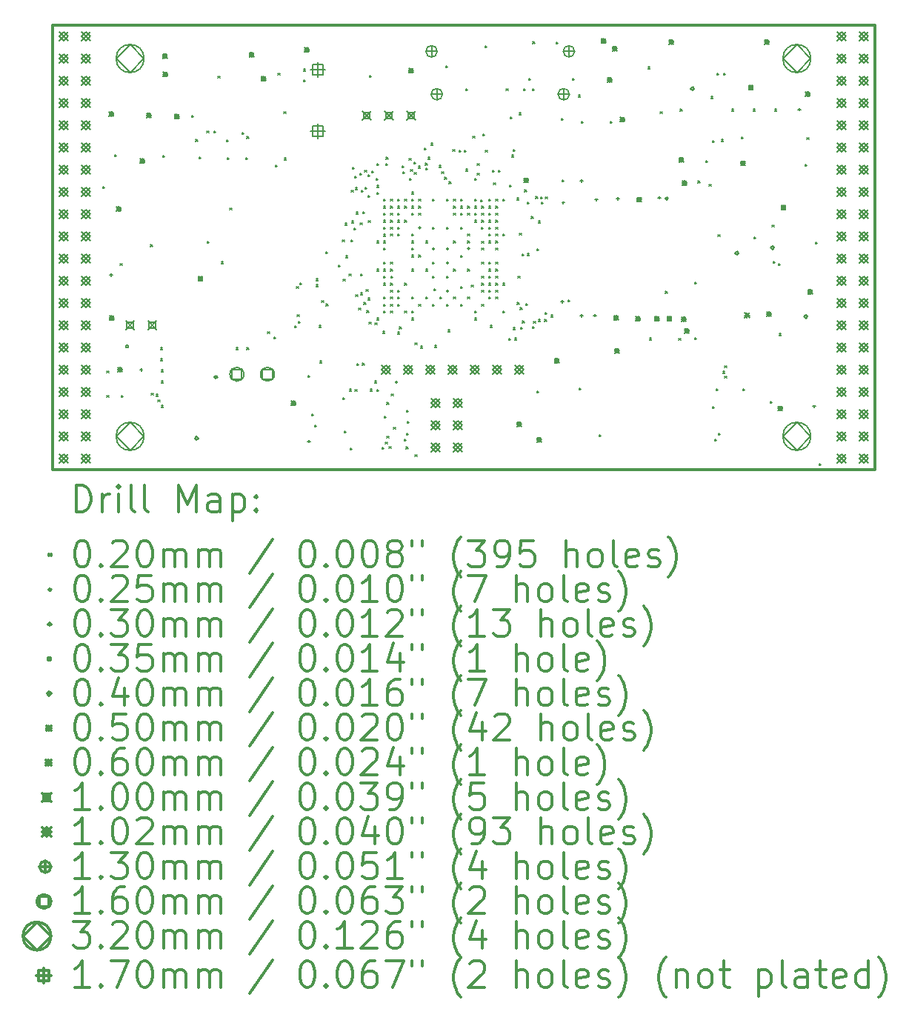
<source format=gbr>
%FSLAX45Y45*%
G04 Gerber Fmt 4.5, Leading zero omitted, Abs format (unit mm)*
G04 Created by KiCad (PCBNEW 5.0.0-rc3+dfsg1-2) date Sun Aug  5 14:52:01 2018*
%MOMM*%
%LPD*%
G01*
G04 APERTURE LIST*
%ADD10C,0.300000*%
%ADD11C,0.200000*%
G04 APERTURE END LIST*
D10*
X9410000Y-6142000D02*
X9410000Y-11222000D01*
X18808000Y-6142000D02*
X9410000Y-6142000D01*
X18808000Y-11222000D02*
X18808000Y-6142000D01*
X9410000Y-11222000D02*
X18808000Y-11222000D01*
D11*
X9990550Y-7986200D02*
X10010550Y-8006200D01*
X10010550Y-7986200D02*
X9990550Y-8006200D01*
X10035000Y-10094400D02*
X10055000Y-10114400D01*
X10055000Y-10094400D02*
X10035000Y-10114400D01*
X10035000Y-10373800D02*
X10055000Y-10393800D01*
X10055000Y-10373800D02*
X10035000Y-10393800D01*
X10125400Y-7619700D02*
X10145400Y-7639700D01*
X10145400Y-7619700D02*
X10125400Y-7639700D01*
X10187400Y-8868850D02*
X10207400Y-8888850D01*
X10207400Y-8868850D02*
X10187400Y-8888850D01*
X10200100Y-10373800D02*
X10220100Y-10393800D01*
X10220100Y-10373800D02*
X10200100Y-10393800D01*
X10535450Y-8649900D02*
X10555450Y-8669900D01*
X10555450Y-8649900D02*
X10535450Y-8669900D01*
X10543000Y-10348400D02*
X10563000Y-10368400D01*
X10563000Y-10348400D02*
X10543000Y-10368400D01*
X10595970Y-10361643D02*
X10615970Y-10381643D01*
X10615970Y-10361643D02*
X10595970Y-10381643D01*
X10619200Y-10424600D02*
X10639200Y-10444600D01*
X10639200Y-10424600D02*
X10619200Y-10444600D01*
X10650950Y-9827700D02*
X10670950Y-9847700D01*
X10670950Y-9827700D02*
X10650950Y-9847700D01*
X10650950Y-9954700D02*
X10670950Y-9974700D01*
X10670950Y-9954700D02*
X10650950Y-9974700D01*
X10657300Y-10081700D02*
X10677300Y-10101700D01*
X10677300Y-10081700D02*
X10657300Y-10101700D01*
X10657300Y-10208701D02*
X10677300Y-10228701D01*
X10677300Y-10208701D02*
X10657300Y-10228701D01*
X10657300Y-10488100D02*
X10677300Y-10508100D01*
X10677300Y-10488100D02*
X10657300Y-10508100D01*
X10671500Y-7632400D02*
X10691500Y-7652400D01*
X10691500Y-7632400D02*
X10671500Y-7652400D01*
X11001700Y-7175200D02*
X11021700Y-7195200D01*
X11021700Y-7175200D02*
X11001700Y-7195200D01*
X11049908Y-7448938D02*
X11069908Y-7468938D01*
X11069908Y-7448938D02*
X11049908Y-7468938D01*
X11090600Y-7645100D02*
X11110600Y-7665100D01*
X11110600Y-7645100D02*
X11090600Y-7665100D01*
X11178000Y-7350000D02*
X11198000Y-7370000D01*
X11198000Y-7350000D02*
X11178000Y-7370000D01*
X11179522Y-8615379D02*
X11199522Y-8635379D01*
X11199522Y-8615379D02*
X11179522Y-8635379D01*
X11258000Y-7350000D02*
X11278000Y-7370000D01*
X11278000Y-7350000D02*
X11258000Y-7370000D01*
X11305725Y-6724363D02*
X11325725Y-6744363D01*
X11325725Y-6724363D02*
X11305725Y-6744363D01*
X11344600Y-8845973D02*
X11364600Y-8865973D01*
X11364600Y-8845973D02*
X11344600Y-8865973D01*
X11400408Y-7451220D02*
X11420408Y-7471220D01*
X11420408Y-7451220D02*
X11400408Y-7471220D01*
X11408100Y-7657800D02*
X11428100Y-7677800D01*
X11428100Y-7657800D02*
X11408100Y-7677800D01*
X11441393Y-8230943D02*
X11461393Y-8250943D01*
X11461393Y-8230943D02*
X11441393Y-8250943D01*
X11514550Y-9827700D02*
X11534550Y-9847700D01*
X11534550Y-9827700D02*
X11514550Y-9847700D01*
X11578000Y-7370000D02*
X11598000Y-7390000D01*
X11598000Y-7370000D02*
X11578000Y-7390000D01*
X11624000Y-7657800D02*
X11644000Y-7677800D01*
X11644000Y-7657800D02*
X11624000Y-7677800D01*
X11633852Y-9827700D02*
X11653852Y-9847700D01*
X11653852Y-9827700D02*
X11633852Y-9847700D01*
X11635200Y-7414700D02*
X11655200Y-7434700D01*
X11655200Y-7414700D02*
X11635200Y-7434700D01*
X11870412Y-9644112D02*
X11890412Y-9664112D01*
X11890412Y-9644112D02*
X11870412Y-9664112D01*
X11941500Y-9702500D02*
X11961500Y-9722500D01*
X11961500Y-9702500D02*
X11941500Y-9722500D01*
X11959215Y-7739412D02*
X11979215Y-7759412D01*
X11979215Y-7739412D02*
X11959215Y-7759412D01*
X11990800Y-6690800D02*
X12010800Y-6710800D01*
X12010800Y-6690800D02*
X11990800Y-6710800D01*
X12056498Y-7133651D02*
X12076498Y-7153651D01*
X12076498Y-7133651D02*
X12056498Y-7153651D01*
X12063993Y-7659408D02*
X12083993Y-7679408D01*
X12083993Y-7659408D02*
X12063993Y-7679408D01*
X12182800Y-9575500D02*
X12202800Y-9595500D01*
X12202800Y-9575500D02*
X12182800Y-9595500D01*
X12201657Y-9128657D02*
X12221657Y-9148657D01*
X12221657Y-9128657D02*
X12201657Y-9148657D01*
X12210364Y-9448538D02*
X12230364Y-9468538D01*
X12230364Y-9448538D02*
X12210364Y-9468538D01*
X12220900Y-9524700D02*
X12240900Y-9544700D01*
X12240900Y-9524700D02*
X12220900Y-9544700D01*
X12242096Y-9088217D02*
X12262096Y-9108217D01*
X12262096Y-9088217D02*
X12242096Y-9108217D01*
X12282618Y-6643232D02*
X12302618Y-6663232D01*
X12302618Y-6643232D02*
X12282618Y-6663232D01*
X12284400Y-6768800D02*
X12304400Y-6788800D01*
X12304400Y-6768800D02*
X12284400Y-6788800D01*
X12332545Y-10146435D02*
X12352545Y-10166435D01*
X12352545Y-10146435D02*
X12332545Y-10166435D01*
X12376349Y-10586650D02*
X12396349Y-10606650D01*
X12396349Y-10586650D02*
X12376349Y-10606650D01*
X12410242Y-10710764D02*
X12430242Y-10730764D01*
X12430242Y-10710764D02*
X12410242Y-10730764D01*
X12423702Y-9038791D02*
X12443702Y-9058791D01*
X12443702Y-9038791D02*
X12423702Y-9058791D01*
X12423702Y-9107100D02*
X12443702Y-9127100D01*
X12443702Y-9107100D02*
X12423702Y-9127100D01*
X12462602Y-9572572D02*
X12482602Y-9592572D01*
X12482602Y-9572572D02*
X12462602Y-9592572D01*
X12467050Y-9980100D02*
X12487050Y-10000100D01*
X12487050Y-9980100D02*
X12467050Y-10000100D01*
X12491250Y-9291624D02*
X12511250Y-9311624D01*
X12511250Y-9291624D02*
X12491250Y-9311624D01*
X12538837Y-8731087D02*
X12558837Y-8751087D01*
X12558837Y-8731087D02*
X12538837Y-8751087D01*
X12542050Y-9329350D02*
X12562050Y-9349350D01*
X12562050Y-9329350D02*
X12542050Y-9349350D01*
X12682329Y-8882979D02*
X12702329Y-8902979D01*
X12702329Y-8882979D02*
X12682329Y-8902979D01*
X12727400Y-8595800D02*
X12747400Y-8615800D01*
X12747400Y-8595800D02*
X12727400Y-8615800D01*
X12731909Y-10397773D02*
X12751909Y-10417773D01*
X12751909Y-10397773D02*
X12731909Y-10417773D01*
X12733834Y-9045740D02*
X12753834Y-9065740D01*
X12753834Y-9045740D02*
X12733834Y-9065740D01*
X12748660Y-10777504D02*
X12768660Y-10797504D01*
X12768660Y-10777504D02*
X12748660Y-10797504D01*
X12759150Y-8405300D02*
X12779150Y-8425300D01*
X12779150Y-8405300D02*
X12759150Y-8425300D01*
X12764768Y-8777803D02*
X12784768Y-8797803D01*
X12784768Y-8777803D02*
X12764768Y-8797803D01*
X12803679Y-8984810D02*
X12823679Y-9004810D01*
X12823679Y-8984810D02*
X12803679Y-9004810D01*
X12808750Y-10300900D02*
X12828750Y-10320900D01*
X12828750Y-10300900D02*
X12808750Y-10320900D01*
X12815100Y-10974000D02*
X12835100Y-10994000D01*
X12835100Y-10974000D02*
X12815100Y-10994000D01*
X12824069Y-8597998D02*
X12844069Y-8617998D01*
X12844069Y-8597998D02*
X12824069Y-8617998D01*
X12829000Y-8030650D02*
X12849000Y-8050650D01*
X12849000Y-8030650D02*
X12829000Y-8050650D01*
X12835350Y-8379900D02*
X12855350Y-8399900D01*
X12855350Y-8379900D02*
X12835350Y-8399900D01*
X12841700Y-7765451D02*
X12861700Y-7785451D01*
X12861700Y-7765451D02*
X12841700Y-7785451D01*
X12860114Y-8462438D02*
X12880114Y-8482438D01*
X12880114Y-8462438D02*
X12860114Y-8482438D01*
X12867100Y-7865550D02*
X12887100Y-7885550D01*
X12887100Y-7865550D02*
X12867100Y-7885550D01*
X12870682Y-10308590D02*
X12890682Y-10328590D01*
X12890682Y-10308590D02*
X12870682Y-10328590D01*
X12873450Y-7998900D02*
X12893450Y-8018900D01*
X12893450Y-7998900D02*
X12873450Y-8018900D01*
X12879443Y-9222243D02*
X12899443Y-9242243D01*
X12899443Y-9222243D02*
X12879443Y-9242243D01*
X12886150Y-8278300D02*
X12906150Y-8298300D01*
X12906150Y-8278300D02*
X12886150Y-8298300D01*
X12890520Y-10007480D02*
X12910520Y-10027480D01*
X12910520Y-10007480D02*
X12890520Y-10027480D01*
X12914581Y-9375919D02*
X12934581Y-9395919D01*
X12934581Y-9375919D02*
X12914581Y-9395919D01*
X12924250Y-7833800D02*
X12944250Y-7853800D01*
X12944250Y-7833800D02*
X12924250Y-7853800D01*
X12930501Y-8400852D02*
X12950501Y-8420852D01*
X12950501Y-8400852D02*
X12930501Y-8420852D01*
X12934924Y-8983794D02*
X12954924Y-9003794D01*
X12954924Y-8983794D02*
X12934924Y-9003794D01*
X12935750Y-9202350D02*
X12955750Y-9222350D01*
X12955750Y-9202350D02*
X12935750Y-9222350D01*
X12940751Y-8030650D02*
X12960751Y-8050650D01*
X12960751Y-8030650D02*
X12940751Y-8050650D01*
X12956000Y-10005500D02*
X12976000Y-10025500D01*
X12976000Y-10005500D02*
X12956000Y-10025500D01*
X12962350Y-8273851D02*
X12982350Y-8293851D01*
X12982350Y-8273851D02*
X12962350Y-8293851D01*
X12973850Y-9310300D02*
X12993850Y-9330300D01*
X12993850Y-9310300D02*
X12973850Y-9330300D01*
X12981400Y-7802050D02*
X13001400Y-7822050D01*
X13001400Y-7802050D02*
X12981400Y-7822050D01*
X12984711Y-7994431D02*
X13004711Y-8014431D01*
X13004711Y-7994431D02*
X12984711Y-8014431D01*
X12999250Y-9164250D02*
X13019250Y-9184250D01*
X13019250Y-9164250D02*
X12999250Y-9184250D01*
X13005944Y-9404967D02*
X13025944Y-9424967D01*
X13025944Y-9404967D02*
X13005944Y-9424967D01*
X13018300Y-9259500D02*
X13038300Y-9279500D01*
X13038300Y-9259500D02*
X13018300Y-9279500D01*
X13018305Y-7852464D02*
X13038305Y-7872464D01*
X13038305Y-7852464D02*
X13018305Y-7872464D01*
X13019500Y-8087800D02*
X13039500Y-8107800D01*
X13039500Y-8087800D02*
X13019500Y-8107800D01*
X13023410Y-8375410D02*
X13043410Y-8395410D01*
X13043410Y-8375410D02*
X13023410Y-8395410D01*
X13030548Y-9536431D02*
X13050548Y-9556431D01*
X13050548Y-9536431D02*
X13030548Y-9556431D01*
X13033700Y-6718000D02*
X13053700Y-6738000D01*
X13053700Y-6718000D02*
X13033700Y-6738000D01*
X13043700Y-10300900D02*
X13063700Y-10320900D01*
X13063700Y-10300900D02*
X13043700Y-10320900D01*
X13063950Y-7808400D02*
X13083950Y-7828400D01*
X13083950Y-7808400D02*
X13063950Y-7828400D01*
X13093907Y-10208700D02*
X13113907Y-10228700D01*
X13113907Y-10208700D02*
X13093907Y-10228700D01*
X13098471Y-9546418D02*
X13118471Y-9566418D01*
X13118471Y-9546418D02*
X13098471Y-9566418D01*
X13114818Y-7892343D02*
X13134818Y-7912343D01*
X13134818Y-7892343D02*
X13114818Y-7912343D01*
X13118000Y-8052363D02*
X13138000Y-8072363D01*
X13138000Y-8052363D02*
X13118000Y-8072363D01*
X13118000Y-8610000D02*
X13138000Y-8630000D01*
X13138000Y-8610000D02*
X13118000Y-8630000D01*
X13118000Y-8930000D02*
X13138000Y-8950000D01*
X13138000Y-8930000D02*
X13118000Y-8950000D01*
X13118000Y-9490000D02*
X13138000Y-9510000D01*
X13138000Y-9490000D02*
X13118000Y-9510000D01*
X13118565Y-7722735D02*
X13138565Y-7742735D01*
X13138565Y-7722735D02*
X13118565Y-7742735D01*
X13119785Y-7972345D02*
X13139785Y-7992345D01*
X13139785Y-7972345D02*
X13119785Y-7992345D01*
X13119900Y-10307250D02*
X13139900Y-10327250D01*
X13139900Y-10307250D02*
X13119900Y-10327250D01*
X13178250Y-10964350D02*
X13198250Y-10984350D01*
X13198250Y-10964350D02*
X13178250Y-10984350D01*
X13189750Y-9640500D02*
X13209750Y-9660500D01*
X13209750Y-9640500D02*
X13189750Y-9660500D01*
X13197734Y-9090201D02*
X13217734Y-9110201D01*
X13217734Y-9090201D02*
X13197734Y-9110201D01*
X13198000Y-8130000D02*
X13218000Y-8150000D01*
X13218000Y-8130000D02*
X13198000Y-8150000D01*
X13198000Y-8210000D02*
X13218000Y-8230000D01*
X13218000Y-8210000D02*
X13198000Y-8230000D01*
X13198000Y-8290000D02*
X13218000Y-8310000D01*
X13218000Y-8290000D02*
X13198000Y-8310000D01*
X13198000Y-8370000D02*
X13218000Y-8390000D01*
X13218000Y-8370000D02*
X13198000Y-8390000D01*
X13198000Y-8450000D02*
X13218000Y-8470000D01*
X13218000Y-8450000D02*
X13198000Y-8470000D01*
X13198000Y-8531500D02*
X13218000Y-8551500D01*
X13218000Y-8531500D02*
X13198000Y-8551500D01*
X13198000Y-8610000D02*
X13218000Y-8630000D01*
X13218000Y-8610000D02*
X13198000Y-8630000D01*
X13198000Y-8690000D02*
X13218000Y-8710000D01*
X13218000Y-8690000D02*
X13198000Y-8710000D01*
X13198000Y-8850000D02*
X13218000Y-8870000D01*
X13218000Y-8850000D02*
X13198000Y-8870000D01*
X13198000Y-8930000D02*
X13218000Y-8950000D01*
X13218000Y-8930000D02*
X13198000Y-8950000D01*
X13198000Y-9010000D02*
X13218000Y-9030000D01*
X13218000Y-9010000D02*
X13198000Y-9030000D01*
X13198000Y-9250000D02*
X13218000Y-9270000D01*
X13218000Y-9250000D02*
X13198000Y-9270000D01*
X13198000Y-9330000D02*
X13218000Y-9350000D01*
X13218000Y-9330000D02*
X13198000Y-9350000D01*
X13198000Y-9410000D02*
X13218000Y-9430000D01*
X13218000Y-9410000D02*
X13198000Y-9430000D01*
X13206286Y-10608587D02*
X13226286Y-10628587D01*
X13226286Y-10608587D02*
X13206286Y-10628587D01*
X13217511Y-10908296D02*
X13237511Y-10928296D01*
X13237511Y-10908296D02*
X13217511Y-10928296D01*
X13220903Y-7724256D02*
X13240903Y-7744256D01*
X13240903Y-7724256D02*
X13220903Y-7744256D01*
X13227850Y-7652950D02*
X13247850Y-7672950D01*
X13247850Y-7652950D02*
X13227850Y-7672950D01*
X13234200Y-10453300D02*
X13254200Y-10473300D01*
X13254200Y-10453300D02*
X13234200Y-10473300D01*
X13234200Y-10840650D02*
X13254200Y-10860650D01*
X13254200Y-10840650D02*
X13234200Y-10860650D01*
X13260800Y-10958000D02*
X13280800Y-10978000D01*
X13280800Y-10958000D02*
X13260800Y-10978000D01*
X13278000Y-8130000D02*
X13298000Y-8150000D01*
X13298000Y-8130000D02*
X13278000Y-8150000D01*
X13278000Y-8210000D02*
X13298000Y-8230000D01*
X13298000Y-8210000D02*
X13278000Y-8230000D01*
X13278000Y-8290000D02*
X13298000Y-8310000D01*
X13298000Y-8290000D02*
X13278000Y-8310000D01*
X13278000Y-8370000D02*
X13298000Y-8390000D01*
X13298000Y-8370000D02*
X13278000Y-8390000D01*
X13278000Y-8450000D02*
X13298000Y-8470000D01*
X13298000Y-8450000D02*
X13278000Y-8470000D01*
X13278000Y-8530000D02*
X13298000Y-8550000D01*
X13298000Y-8530000D02*
X13278000Y-8550000D01*
X13278000Y-8850000D02*
X13298000Y-8870000D01*
X13298000Y-8850000D02*
X13278000Y-8870000D01*
X13278000Y-8930000D02*
X13298000Y-8950000D01*
X13298000Y-8930000D02*
X13278000Y-8950000D01*
X13278000Y-9090000D02*
X13298000Y-9110000D01*
X13298000Y-9090000D02*
X13278000Y-9110000D01*
X13278000Y-9170000D02*
X13298000Y-9190000D01*
X13298000Y-9170000D02*
X13278000Y-9190000D01*
X13278000Y-9250000D02*
X13298000Y-9270000D01*
X13298000Y-9250000D02*
X13278000Y-9270000D01*
X13278000Y-9330000D02*
X13298000Y-9350000D01*
X13298000Y-9330000D02*
X13278000Y-9350000D01*
X13278000Y-9410000D02*
X13298000Y-9430000D01*
X13298000Y-9410000D02*
X13278000Y-9430000D01*
X13280000Y-9008000D02*
X13300000Y-9028000D01*
X13300000Y-9008000D02*
X13280000Y-9028000D01*
X13285000Y-10358050D02*
X13305000Y-10378050D01*
X13305000Y-10358050D02*
X13285000Y-10378050D01*
X13311600Y-10736500D02*
X13331600Y-10756500D01*
X13331600Y-10736500D02*
X13311600Y-10756500D01*
X13358000Y-8130000D02*
X13378000Y-8150000D01*
X13378000Y-8130000D02*
X13358000Y-8150000D01*
X13358000Y-8210000D02*
X13378000Y-8230000D01*
X13378000Y-8210000D02*
X13358000Y-8230000D01*
X13358000Y-8290000D02*
X13378000Y-8310000D01*
X13378000Y-8290000D02*
X13358000Y-8310000D01*
X13358000Y-8370000D02*
X13378000Y-8390000D01*
X13378000Y-8370000D02*
X13358000Y-8390000D01*
X13358000Y-8450000D02*
X13378000Y-8470000D01*
X13378000Y-8450000D02*
X13358000Y-8470000D01*
X13358000Y-8530000D02*
X13378000Y-8550000D01*
X13378000Y-8530000D02*
X13358000Y-8550000D01*
X13358000Y-9170000D02*
X13378000Y-9190000D01*
X13378000Y-9170000D02*
X13358000Y-9190000D01*
X13358000Y-9250000D02*
X13378000Y-9270000D01*
X13378000Y-9250000D02*
X13358000Y-9270000D01*
X13358000Y-9330000D02*
X13378000Y-9350000D01*
X13378000Y-9330000D02*
X13358000Y-9350000D01*
X13358000Y-9650000D02*
X13378000Y-9670000D01*
X13378000Y-9650000D02*
X13358000Y-9670000D01*
X13378000Y-9590000D02*
X13398000Y-9610000D01*
X13398000Y-9590000D02*
X13378000Y-9610000D01*
X13411163Y-7748395D02*
X13431163Y-7768395D01*
X13431163Y-7748395D02*
X13411163Y-7768395D01*
X13415020Y-7815418D02*
X13435020Y-7835418D01*
X13435020Y-7815418D02*
X13415020Y-7835418D01*
X13436400Y-10874197D02*
X13456400Y-10894197D01*
X13456400Y-10874197D02*
X13436400Y-10894197D01*
X13438000Y-8130000D02*
X13458000Y-8150000D01*
X13458000Y-8130000D02*
X13438000Y-8150000D01*
X13438000Y-8210000D02*
X13458000Y-8230000D01*
X13458000Y-8210000D02*
X13438000Y-8230000D01*
X13438000Y-8370000D02*
X13458000Y-8390000D01*
X13458000Y-8370000D02*
X13438000Y-8390000D01*
X13438000Y-9090000D02*
X13458000Y-9110000D01*
X13458000Y-9090000D02*
X13438000Y-9110000D01*
X13438000Y-9410000D02*
X13458000Y-9430000D01*
X13458000Y-9410000D02*
X13438000Y-9430000D01*
X13453687Y-10961995D02*
X13473687Y-10981995D01*
X13473687Y-10961995D02*
X13453687Y-10981995D01*
X13457587Y-10803159D02*
X13477587Y-10823159D01*
X13477587Y-10803159D02*
X13457587Y-10823159D01*
X13460735Y-10540845D02*
X13480735Y-10560845D01*
X13480735Y-10540845D02*
X13460735Y-10560845D01*
X13465065Y-10671051D02*
X13485065Y-10691051D01*
X13485065Y-10671051D02*
X13465065Y-10691051D01*
X13489399Y-7662350D02*
X13509399Y-7682350D01*
X13509399Y-7662350D02*
X13489399Y-7682350D01*
X13492132Y-7892495D02*
X13512132Y-7912495D01*
X13512132Y-7892495D02*
X13492132Y-7912495D01*
X13507250Y-7792650D02*
X13527250Y-7812650D01*
X13527250Y-7792650D02*
X13507250Y-7812650D01*
X13518000Y-8050000D02*
X13538000Y-8070000D01*
X13538000Y-8050000D02*
X13518000Y-8070000D01*
X13518000Y-8130000D02*
X13538000Y-8150000D01*
X13538000Y-8130000D02*
X13518000Y-8150000D01*
X13518000Y-8210000D02*
X13538000Y-8230000D01*
X13538000Y-8210000D02*
X13518000Y-8230000D01*
X13518000Y-8290000D02*
X13538000Y-8310000D01*
X13538000Y-8290000D02*
X13518000Y-8310000D01*
X13518000Y-8530000D02*
X13538000Y-8550000D01*
X13538000Y-8530000D02*
X13518000Y-8550000D01*
X13518000Y-8610000D02*
X13538000Y-8630000D01*
X13538000Y-8610000D02*
X13518000Y-8630000D01*
X13518000Y-8690000D02*
X13538000Y-8710000D01*
X13538000Y-8690000D02*
X13518000Y-8710000D01*
X13518000Y-8770000D02*
X13538000Y-8790000D01*
X13538000Y-8770000D02*
X13518000Y-8790000D01*
X13518000Y-8930000D02*
X13538000Y-8950000D01*
X13538000Y-8930000D02*
X13518000Y-8950000D01*
X13518000Y-9250000D02*
X13538000Y-9270000D01*
X13538000Y-9250000D02*
X13518000Y-9270000D01*
X13518000Y-9410000D02*
X13538000Y-9430000D01*
X13538000Y-9410000D02*
X13518000Y-9430000D01*
X13518000Y-9490000D02*
X13538000Y-9510000D01*
X13538000Y-9490000D02*
X13518000Y-9510000D01*
X13546550Y-7706800D02*
X13566550Y-7726800D01*
X13566550Y-7706800D02*
X13546550Y-7726800D01*
X13549150Y-7827659D02*
X13569150Y-7847659D01*
X13569150Y-7827659D02*
X13549150Y-7847659D01*
X13555656Y-11051071D02*
X13575656Y-11071071D01*
X13575656Y-11051071D02*
X13555656Y-11071071D01*
X13558000Y-9770000D02*
X13578000Y-9790000D01*
X13578000Y-9770000D02*
X13558000Y-9790000D01*
X13594882Y-7754550D02*
X13614882Y-7774550D01*
X13614882Y-7754550D02*
X13594882Y-7774550D01*
X13598000Y-8130000D02*
X13618000Y-8150000D01*
X13618000Y-8130000D02*
X13598000Y-8150000D01*
X13598000Y-8210000D02*
X13618000Y-8230000D01*
X13618000Y-8210000D02*
X13598000Y-8230000D01*
X13598000Y-8290000D02*
X13618000Y-8310000D01*
X13618000Y-8290000D02*
X13598000Y-8310000D01*
X13598000Y-8770000D02*
X13618000Y-8790000D01*
X13618000Y-8770000D02*
X13598000Y-8790000D01*
X13598000Y-9330000D02*
X13618000Y-9350000D01*
X13618000Y-9330000D02*
X13598000Y-9350000D01*
X13618000Y-9810000D02*
X13638000Y-9830000D01*
X13638000Y-9810000D02*
X13618000Y-9830000D01*
X13664259Y-7547941D02*
X13684259Y-7567941D01*
X13684259Y-7547941D02*
X13664259Y-7567941D01*
X13676320Y-7718760D02*
X13696320Y-7738760D01*
X13696320Y-7718760D02*
X13676320Y-7738760D01*
X13678000Y-8610000D02*
X13698000Y-8630000D01*
X13698000Y-8610000D02*
X13678000Y-8630000D01*
X13678000Y-8930000D02*
X13698000Y-8950000D01*
X13698000Y-8930000D02*
X13678000Y-8950000D01*
X13678000Y-9250000D02*
X13698000Y-9270000D01*
X13698000Y-9250000D02*
X13678000Y-9270000D01*
X13679461Y-7776107D02*
X13699461Y-7796107D01*
X13699461Y-7776107D02*
X13679461Y-7796107D01*
X13707437Y-7652487D02*
X13727437Y-7672487D01*
X13727437Y-7652487D02*
X13707437Y-7672487D01*
X13738000Y-7490000D02*
X13758000Y-7510000D01*
X13758000Y-7490000D02*
X13738000Y-7510000D01*
X13758000Y-8130000D02*
X13778000Y-8150000D01*
X13778000Y-8130000D02*
X13758000Y-8150000D01*
X13758000Y-8450000D02*
X13778000Y-8470000D01*
X13778000Y-8450000D02*
X13758000Y-8470000D01*
X13758000Y-8850000D02*
X13778000Y-8870000D01*
X13778000Y-8850000D02*
X13758000Y-8870000D01*
X13758000Y-9010000D02*
X13778000Y-9030000D01*
X13778000Y-9010000D02*
X13758000Y-9030000D01*
X13758000Y-9330000D02*
X13778000Y-9350000D01*
X13778000Y-9330000D02*
X13758000Y-9350000D01*
X13770300Y-9156400D02*
X13790300Y-9176400D01*
X13790300Y-9156400D02*
X13770300Y-9176400D01*
X13781499Y-9802300D02*
X13801499Y-9822300D01*
X13801499Y-9802300D02*
X13781499Y-9822300D01*
X13830592Y-7745154D02*
X13850592Y-7765154D01*
X13850592Y-7745154D02*
X13830592Y-7765154D01*
X13838000Y-9250000D02*
X13858000Y-9270000D01*
X13858000Y-9250000D02*
X13838000Y-9270000D01*
X13862850Y-7818050D02*
X13882850Y-7838050D01*
X13882850Y-7818050D02*
X13862850Y-7838050D01*
X13894600Y-7881550D02*
X13914600Y-7901550D01*
X13914600Y-7881550D02*
X13894600Y-7901550D01*
X13910000Y-6603700D02*
X13930000Y-6623700D01*
X13930000Y-6603700D02*
X13910000Y-6623700D01*
X13918000Y-8130000D02*
X13938000Y-8150000D01*
X13938000Y-8130000D02*
X13918000Y-8150000D01*
X13918000Y-8450000D02*
X13938000Y-8470000D01*
X13938000Y-8450000D02*
X13918000Y-8470000D01*
X13918000Y-9010000D02*
X13938000Y-9030000D01*
X13938000Y-9010000D02*
X13918000Y-9030000D01*
X13918000Y-9330000D02*
X13938000Y-9350000D01*
X13938000Y-9330000D02*
X13918000Y-9350000D01*
X13933900Y-9624500D02*
X13953900Y-9644500D01*
X13953900Y-9624500D02*
X13933900Y-9644500D01*
X13945400Y-7932350D02*
X13965400Y-7952350D01*
X13965400Y-7932350D02*
X13945400Y-7952350D01*
X13989352Y-7565171D02*
X14009352Y-7585171D01*
X14009352Y-7565171D02*
X13989352Y-7585171D01*
X13996000Y-8292000D02*
X14016000Y-8312000D01*
X14016000Y-8292000D02*
X13996000Y-8312000D01*
X13998000Y-8130000D02*
X14018000Y-8150000D01*
X14018000Y-8130000D02*
X13998000Y-8150000D01*
X13998000Y-8210000D02*
X14018000Y-8230000D01*
X14018000Y-8210000D02*
X13998000Y-8230000D01*
X13998000Y-8610000D02*
X14018000Y-8630000D01*
X14018000Y-8610000D02*
X13998000Y-8630000D01*
X13998000Y-8930000D02*
X14018000Y-8950000D01*
X14018000Y-8930000D02*
X13998000Y-8950000D01*
X13998000Y-9250000D02*
X14018000Y-9270000D01*
X14018000Y-9250000D02*
X13998000Y-9270000D01*
X14058000Y-7570000D02*
X14078000Y-7590000D01*
X14078000Y-7570000D02*
X14058000Y-7590000D01*
X14078000Y-8130000D02*
X14098000Y-8150000D01*
X14098000Y-8130000D02*
X14078000Y-8150000D01*
X14078000Y-8210000D02*
X14098000Y-8230000D01*
X14098000Y-8210000D02*
X14078000Y-8230000D01*
X14078000Y-8290000D02*
X14098000Y-8310000D01*
X14098000Y-8290000D02*
X14078000Y-8310000D01*
X14078000Y-8450000D02*
X14098000Y-8470000D01*
X14098000Y-8450000D02*
X14078000Y-8470000D01*
X14078000Y-9130000D02*
X14098000Y-9150000D01*
X14098000Y-9130000D02*
X14078000Y-9150000D01*
X14078000Y-9330000D02*
X14098000Y-9350000D01*
X14098000Y-9330000D02*
X14078000Y-9350000D01*
X14079623Y-8771623D02*
X14099623Y-8791623D01*
X14099623Y-8771623D02*
X14079623Y-8791623D01*
X14118000Y-7570000D02*
X14138000Y-7590000D01*
X14138000Y-7570000D02*
X14118000Y-7590000D01*
X14135900Y-7786300D02*
X14155900Y-7806300D01*
X14155900Y-7786300D02*
X14135900Y-7806300D01*
X14138000Y-6870000D02*
X14158000Y-6890000D01*
X14158000Y-6870000D02*
X14138000Y-6890000D01*
X14158000Y-8210000D02*
X14178000Y-8230000D01*
X14178000Y-8210000D02*
X14158000Y-8230000D01*
X14158000Y-8290000D02*
X14178000Y-8310000D01*
X14178000Y-8290000D02*
X14158000Y-8310000D01*
X14158000Y-8530000D02*
X14178000Y-8550000D01*
X14178000Y-8530000D02*
X14158000Y-8550000D01*
X14158000Y-8610000D02*
X14178000Y-8630000D01*
X14178000Y-8610000D02*
X14158000Y-8630000D01*
X14158000Y-8930000D02*
X14178000Y-8950000D01*
X14178000Y-8930000D02*
X14158000Y-8950000D01*
X14158000Y-9250000D02*
X14178000Y-9270000D01*
X14178000Y-9250000D02*
X14158000Y-9270000D01*
X14200722Y-9110102D02*
X14220722Y-9130102D01*
X14220722Y-9110102D02*
X14200722Y-9130102D01*
X14218000Y-7410000D02*
X14238000Y-7430000D01*
X14238000Y-7410000D02*
X14218000Y-7430000D01*
X14236000Y-8292000D02*
X14256000Y-8312000D01*
X14256000Y-8292000D02*
X14236000Y-8312000D01*
X14236377Y-7893109D02*
X14256377Y-7913109D01*
X14256377Y-7893109D02*
X14236377Y-7913109D01*
X14238000Y-8130000D02*
X14258000Y-8150000D01*
X14258000Y-8130000D02*
X14238000Y-8150000D01*
X14238000Y-8210000D02*
X14258000Y-8230000D01*
X14258000Y-8210000D02*
X14238000Y-8230000D01*
X14238000Y-8370000D02*
X14258000Y-8390000D01*
X14258000Y-8370000D02*
X14238000Y-8390000D01*
X14238000Y-9410000D02*
X14258000Y-9430000D01*
X14258000Y-9410000D02*
X14238000Y-9430000D01*
X14238000Y-9490000D02*
X14258000Y-9510000D01*
X14258000Y-9490000D02*
X14238000Y-9510000D01*
X14267329Y-7833800D02*
X14287329Y-7853800D01*
X14287329Y-7833800D02*
X14267329Y-7853800D01*
X14268583Y-7723660D02*
X14288583Y-7743660D01*
X14288583Y-7723660D02*
X14268583Y-7743660D01*
X14305699Y-8135947D02*
X14325699Y-8155947D01*
X14325699Y-8135947D02*
X14305699Y-8155947D01*
X14316000Y-8452000D02*
X14336000Y-8472000D01*
X14336000Y-8452000D02*
X14316000Y-8472000D01*
X14318000Y-8210000D02*
X14338000Y-8230000D01*
X14338000Y-8210000D02*
X14318000Y-8230000D01*
X14318000Y-8290000D02*
X14338000Y-8310000D01*
X14338000Y-8290000D02*
X14318000Y-8310000D01*
X14318000Y-8370000D02*
X14338000Y-8390000D01*
X14338000Y-8370000D02*
X14318000Y-8390000D01*
X14318000Y-8690000D02*
X14338000Y-8710000D01*
X14338000Y-8690000D02*
X14318000Y-8710000D01*
X14318000Y-8850000D02*
X14338000Y-8870000D01*
X14338000Y-8850000D02*
X14318000Y-8870000D01*
X14318000Y-9010000D02*
X14338000Y-9030000D01*
X14338000Y-9010000D02*
X14318000Y-9030000D01*
X14318000Y-9090000D02*
X14338000Y-9110000D01*
X14338000Y-9090000D02*
X14318000Y-9110000D01*
X14318000Y-9170000D02*
X14338000Y-9190000D01*
X14338000Y-9170000D02*
X14318000Y-9190000D01*
X14318000Y-9330000D02*
X14338000Y-9350000D01*
X14338000Y-9330000D02*
X14318000Y-9350000D01*
X14320000Y-8612000D02*
X14340000Y-8632000D01*
X14340000Y-8612000D02*
X14320000Y-8632000D01*
X14331863Y-7387513D02*
X14351863Y-7407513D01*
X14351863Y-7387513D02*
X14331863Y-7407513D01*
X14355067Y-6376252D02*
X14375067Y-6396252D01*
X14375067Y-6376252D02*
X14355067Y-6396252D01*
X14360888Y-7571730D02*
X14380888Y-7591730D01*
X14380888Y-7571730D02*
X14360888Y-7591730D01*
X14398000Y-8130000D02*
X14418000Y-8150000D01*
X14418000Y-8130000D02*
X14398000Y-8150000D01*
X14398000Y-8210000D02*
X14418000Y-8230000D01*
X14418000Y-8210000D02*
X14398000Y-8230000D01*
X14398000Y-8290000D02*
X14418000Y-8310000D01*
X14418000Y-8290000D02*
X14398000Y-8310000D01*
X14398000Y-8370000D02*
X14418000Y-8390000D01*
X14418000Y-8370000D02*
X14398000Y-8390000D01*
X14398000Y-8450000D02*
X14418000Y-8470000D01*
X14418000Y-8450000D02*
X14398000Y-8470000D01*
X14398000Y-8530000D02*
X14418000Y-8550000D01*
X14418000Y-8530000D02*
X14398000Y-8550000D01*
X14398000Y-8610000D02*
X14418000Y-8630000D01*
X14418000Y-8610000D02*
X14398000Y-8630000D01*
X14398000Y-8850000D02*
X14418000Y-8870000D01*
X14418000Y-8850000D02*
X14398000Y-8870000D01*
X14398000Y-8930000D02*
X14418000Y-8950000D01*
X14418000Y-8930000D02*
X14398000Y-8950000D01*
X14398000Y-9010000D02*
X14418000Y-9030000D01*
X14418000Y-9010000D02*
X14398000Y-9030000D01*
X14398000Y-9090000D02*
X14418000Y-9110000D01*
X14418000Y-9090000D02*
X14398000Y-9110000D01*
X14398000Y-9170000D02*
X14418000Y-9190000D01*
X14418000Y-9170000D02*
X14398000Y-9190000D01*
X14398000Y-9250000D02*
X14418000Y-9270000D01*
X14418000Y-9250000D02*
X14398000Y-9270000D01*
X14416499Y-9573700D02*
X14436499Y-9593700D01*
X14436499Y-9573700D02*
X14416499Y-9593700D01*
X14441900Y-7802050D02*
X14461900Y-7822050D01*
X14461900Y-7802050D02*
X14441900Y-7822050D01*
X14453400Y-7942279D02*
X14473400Y-7962279D01*
X14473400Y-7942279D02*
X14453400Y-7962279D01*
X14478000Y-8130000D02*
X14498000Y-8150000D01*
X14498000Y-8130000D02*
X14478000Y-8150000D01*
X14478000Y-8210000D02*
X14498000Y-8230000D01*
X14498000Y-8210000D02*
X14478000Y-8230000D01*
X14478000Y-8290000D02*
X14498000Y-8310000D01*
X14498000Y-8290000D02*
X14478000Y-8310000D01*
X14478000Y-8370000D02*
X14498000Y-8390000D01*
X14498000Y-8370000D02*
X14478000Y-8390000D01*
X14478000Y-8450000D02*
X14498000Y-8470000D01*
X14498000Y-8450000D02*
X14478000Y-8470000D01*
X14478000Y-8530000D02*
X14498000Y-8550000D01*
X14498000Y-8530000D02*
X14478000Y-8550000D01*
X14478000Y-8610000D02*
X14498000Y-8630000D01*
X14498000Y-8610000D02*
X14478000Y-8630000D01*
X14478000Y-8690000D02*
X14498000Y-8710000D01*
X14498000Y-8690000D02*
X14478000Y-8710000D01*
X14478000Y-8850000D02*
X14498000Y-8870000D01*
X14498000Y-8850000D02*
X14478000Y-8870000D01*
X14478000Y-8930000D02*
X14498000Y-8950000D01*
X14498000Y-8930000D02*
X14478000Y-8950000D01*
X14478000Y-9010000D02*
X14498000Y-9030000D01*
X14498000Y-9010000D02*
X14478000Y-9030000D01*
X14478000Y-9090000D02*
X14498000Y-9110000D01*
X14498000Y-9090000D02*
X14478000Y-9110000D01*
X14478000Y-9170000D02*
X14498000Y-9190000D01*
X14498000Y-9170000D02*
X14478000Y-9190000D01*
X14478000Y-9250000D02*
X14498000Y-9270000D01*
X14498000Y-9250000D02*
X14478000Y-9270000D01*
X14511750Y-7802050D02*
X14531750Y-7822050D01*
X14531750Y-7802050D02*
X14511750Y-7822050D01*
X14558000Y-8130000D02*
X14578000Y-8150000D01*
X14578000Y-8130000D02*
X14558000Y-8150000D01*
X14558000Y-8530000D02*
X14578000Y-8550000D01*
X14578000Y-8530000D02*
X14558000Y-8550000D01*
X14558000Y-9090000D02*
X14578000Y-9110000D01*
X14578000Y-9090000D02*
X14558000Y-9110000D01*
X14558000Y-9410000D02*
X14578000Y-9430000D01*
X14578000Y-9410000D02*
X14558000Y-9430000D01*
X14598000Y-6870000D02*
X14618000Y-6890000D01*
X14618000Y-6870000D02*
X14598000Y-6890000D01*
X14629479Y-9723392D02*
X14649479Y-9743392D01*
X14649479Y-9723392D02*
X14629479Y-9743392D01*
X14638141Y-7971938D02*
X14658141Y-7991938D01*
X14658141Y-7971938D02*
X14638141Y-7991938D01*
X14646600Y-7187799D02*
X14666600Y-7207799D01*
X14666600Y-7187799D02*
X14646600Y-7207799D01*
X14660029Y-7625502D02*
X14680029Y-7645502D01*
X14680029Y-7625502D02*
X14660029Y-7645502D01*
X14676850Y-7560750D02*
X14696850Y-7580750D01*
X14696850Y-7560750D02*
X14676850Y-7580750D01*
X14678513Y-9600483D02*
X14698513Y-9620483D01*
X14698513Y-9600483D02*
X14678513Y-9620483D01*
X14694701Y-9716700D02*
X14714701Y-9736700D01*
X14714701Y-9716700D02*
X14694701Y-9736700D01*
X14720100Y-8116500D02*
X14740100Y-8136500D01*
X14740100Y-8116500D02*
X14720100Y-8136500D01*
X14724389Y-9311713D02*
X14744389Y-9331713D01*
X14744389Y-9311713D02*
X14724389Y-9331713D01*
X14733095Y-9013302D02*
X14753095Y-9033302D01*
X14753095Y-9013302D02*
X14733095Y-9033302D01*
X14748200Y-7143450D02*
X14768200Y-7163450D01*
X14768200Y-7143450D02*
X14748200Y-7163450D01*
X14751215Y-8517186D02*
X14771215Y-8537186D01*
X14771215Y-8517186D02*
X14751215Y-8537186D01*
X14760000Y-9372000D02*
X14780000Y-9392000D01*
X14780000Y-9372000D02*
X14760000Y-9392000D01*
X14764725Y-9595736D02*
X14784725Y-9615736D01*
X14784725Y-9595736D02*
X14764725Y-9615736D01*
X14781079Y-8758342D02*
X14801079Y-8778342D01*
X14801079Y-8758342D02*
X14781079Y-8778342D01*
X14782886Y-9523902D02*
X14802886Y-9543902D01*
X14802886Y-9523902D02*
X14782886Y-9543902D01*
X14795949Y-6870000D02*
X14815949Y-6890000D01*
X14815949Y-6870000D02*
X14795949Y-6890000D01*
X14810200Y-8024300D02*
X14830200Y-8044300D01*
X14830200Y-8024300D02*
X14810200Y-8044300D01*
X14824901Y-9322231D02*
X14844901Y-9342231D01*
X14844901Y-9322231D02*
X14824901Y-9342231D01*
X14838354Y-8752346D02*
X14858354Y-8772346D01*
X14858354Y-8752346D02*
X14838354Y-8772346D01*
X14841950Y-8164000D02*
X14861950Y-8184000D01*
X14861950Y-8164000D02*
X14841950Y-8184000D01*
X14858001Y-6750000D02*
X14878001Y-6770000D01*
X14878001Y-6750000D02*
X14858001Y-6770000D01*
X14886400Y-8329101D02*
X14906400Y-8349101D01*
X14906400Y-8329101D02*
X14886400Y-8349101D01*
X14898000Y-6870000D02*
X14918000Y-6890000D01*
X14918000Y-6870000D02*
X14898000Y-6890000D01*
X14899100Y-9586400D02*
X14919100Y-9606400D01*
X14919100Y-9586400D02*
X14899100Y-9606400D01*
X14903412Y-6332405D02*
X14923412Y-6352405D01*
X14923412Y-6332405D02*
X14903412Y-6352405D01*
X14910600Y-9526200D02*
X14930600Y-9546200D01*
X14930600Y-9526200D02*
X14910600Y-9546200D01*
X14937199Y-8100500D02*
X14957199Y-8120500D01*
X14957199Y-8100500D02*
X14937199Y-8120500D01*
X14947550Y-8699301D02*
X14967550Y-8719301D01*
X14967550Y-8699301D02*
X14947550Y-8719301D01*
X14947728Y-10322085D02*
X14967728Y-10342085D01*
X14967728Y-10322085D02*
X14947728Y-10342085D01*
X14966401Y-8381402D02*
X14986401Y-8401402D01*
X14986401Y-8381402D02*
X14966401Y-8401402D01*
X14967749Y-9507150D02*
X14987749Y-9527150D01*
X14987749Y-9507150D02*
X14967749Y-9527150D01*
X14991381Y-8107272D02*
X15011381Y-8127272D01*
X15011381Y-8107272D02*
X14991381Y-8127272D01*
X15000700Y-8164000D02*
X15020700Y-8184000D01*
X15020700Y-8164000D02*
X15000700Y-8184000D01*
X15037600Y-9507150D02*
X15057600Y-9527150D01*
X15057600Y-9507150D02*
X15037600Y-9527150D01*
X15043950Y-9424600D02*
X15063950Y-9444600D01*
X15063950Y-9424600D02*
X15043950Y-9444600D01*
X15045980Y-8106843D02*
X15065980Y-8126843D01*
X15065980Y-8106843D02*
X15045980Y-8126843D01*
X15109016Y-9455085D02*
X15129016Y-9475085D01*
X15129016Y-9455085D02*
X15109016Y-9475085D01*
X15167300Y-6337000D02*
X15187300Y-6357000D01*
X15187300Y-6337000D02*
X15167300Y-6357000D01*
X15230800Y-7206950D02*
X15250800Y-7226950D01*
X15250800Y-7206950D02*
X15230800Y-7226950D01*
X15239707Y-7909347D02*
X15259707Y-7929347D01*
X15259707Y-7909347D02*
X15239707Y-7929347D01*
X15305500Y-9281600D02*
X15325500Y-9301600D01*
X15325500Y-9281600D02*
X15305500Y-9301600D01*
X15358000Y-6750000D02*
X15378000Y-6770000D01*
X15378000Y-6750000D02*
X15358000Y-6770000D01*
X15421300Y-6940250D02*
X15441300Y-6960250D01*
X15441300Y-6940250D02*
X15421300Y-6960250D01*
X15432558Y-10288777D02*
X15452558Y-10308777D01*
X15452558Y-10288777D02*
X15432558Y-10308777D01*
X15459400Y-7238700D02*
X15479400Y-7258700D01*
X15479400Y-7238700D02*
X15459400Y-7258700D01*
X15662600Y-10820100D02*
X15682600Y-10840100D01*
X15682600Y-10820100D02*
X15662600Y-10840100D01*
X15789600Y-7238700D02*
X15809600Y-7258700D01*
X15809600Y-7238700D02*
X15789600Y-7258700D01*
X16217147Y-6618496D02*
X16237147Y-6638496D01*
X16237147Y-6618496D02*
X16217147Y-6638496D01*
X16234100Y-9717000D02*
X16254100Y-9737000D01*
X16254100Y-9717000D02*
X16234100Y-9737000D01*
X16359090Y-7131693D02*
X16379090Y-7151693D01*
X16379090Y-7131693D02*
X16359090Y-7151693D01*
X16418510Y-9184590D02*
X16438510Y-9204590D01*
X16438510Y-9184590D02*
X16418510Y-9204590D01*
X16570337Y-9724488D02*
X16590337Y-9744488D01*
X16590337Y-9724488D02*
X16570337Y-9744488D01*
X16588200Y-7102746D02*
X16608200Y-7122746D01*
X16608200Y-7102746D02*
X16588200Y-7122746D01*
X16754800Y-9080200D02*
X16774800Y-9100200D01*
X16774800Y-9080200D02*
X16754800Y-9100200D01*
X16754800Y-9715200D02*
X16774800Y-9735200D01*
X16774800Y-9715200D02*
X16754800Y-9735200D01*
X16791400Y-7922700D02*
X16811400Y-7942700D01*
X16811400Y-7922700D02*
X16791400Y-7942700D01*
X16880300Y-7687203D02*
X16900300Y-7707203D01*
X16900300Y-7687203D02*
X16880300Y-7707203D01*
X16918400Y-7960800D02*
X16938400Y-7980800D01*
X16938400Y-7960800D02*
X16918400Y-7980800D01*
X16941704Y-6958649D02*
X16961704Y-6978649D01*
X16961704Y-6958649D02*
X16941704Y-6978649D01*
X16955300Y-7460651D02*
X16975300Y-7480651D01*
X16975300Y-7460651D02*
X16955300Y-7480651D01*
X16958000Y-10502600D02*
X16978000Y-10522600D01*
X16978000Y-10502600D02*
X16958000Y-10522600D01*
X16983400Y-10870900D02*
X17003400Y-10890900D01*
X17003400Y-10870900D02*
X16983400Y-10890900D01*
X16996100Y-10299400D02*
X17016100Y-10319400D01*
X17016100Y-10299400D02*
X16996100Y-10319400D01*
X17008800Y-6692600D02*
X17028800Y-6712600D01*
X17028800Y-6692600D02*
X17008800Y-6712600D01*
X17020954Y-8534153D02*
X17040954Y-8554153D01*
X17040954Y-8534153D02*
X17020954Y-8554153D01*
X17021500Y-10807400D02*
X17041500Y-10827400D01*
X17041500Y-10807400D02*
X17021500Y-10827400D01*
X17058000Y-7450000D02*
X17078000Y-7470000D01*
X17078000Y-7450000D02*
X17058000Y-7470000D01*
X17075950Y-10097700D02*
X17095950Y-10117700D01*
X17095950Y-10097700D02*
X17075950Y-10117700D01*
X17085000Y-6692600D02*
X17105000Y-6712600D01*
X17105000Y-6692600D02*
X17085000Y-6712600D01*
X17095000Y-10034200D02*
X17115000Y-10054200D01*
X17115000Y-10034200D02*
X17095000Y-10054200D01*
X17095000Y-10152849D02*
X17115000Y-10172849D01*
X17115000Y-10152849D02*
X17095000Y-10172849D01*
X17173900Y-7102746D02*
X17193900Y-7122746D01*
X17193900Y-7102746D02*
X17173900Y-7122746D01*
X17288200Y-7416500D02*
X17308200Y-7436500D01*
X17308200Y-7416500D02*
X17288200Y-7436500D01*
X17300900Y-10299400D02*
X17320900Y-10319400D01*
X17320900Y-10299400D02*
X17300900Y-10319400D01*
X17421312Y-7102746D02*
X17441312Y-7122746D01*
X17441312Y-7102746D02*
X17421312Y-7122746D01*
X17427900Y-8564300D02*
X17447900Y-8584300D01*
X17447900Y-8564300D02*
X17427900Y-8584300D01*
X17618400Y-10439100D02*
X17638400Y-10459100D01*
X17638400Y-10439100D02*
X17618400Y-10459100D01*
X17638029Y-8424371D02*
X17658029Y-8444371D01*
X17658029Y-8424371D02*
X17638029Y-8444371D01*
X17650543Y-8840716D02*
X17670543Y-8860716D01*
X17670543Y-8840716D02*
X17650543Y-8860716D01*
X17669708Y-7102746D02*
X17689708Y-7122746D01*
X17689708Y-7102746D02*
X17669708Y-7122746D01*
X17708899Y-8866403D02*
X17728899Y-8886403D01*
X17728899Y-8866403D02*
X17708899Y-8886403D01*
X17718798Y-9667866D02*
X17738798Y-9687866D01*
X17738798Y-9667866D02*
X17718798Y-9687866D01*
X18015551Y-7730221D02*
X18035551Y-7750221D01*
X18035551Y-7730221D02*
X18015551Y-7750221D01*
X18036000Y-7427400D02*
X18056000Y-7447400D01*
X18056000Y-7427400D02*
X18036000Y-7447400D01*
X18131250Y-8621200D02*
X18151250Y-8641200D01*
X18151250Y-8621200D02*
X18131250Y-8641200D01*
X18177200Y-11150300D02*
X18197200Y-11170300D01*
X18197200Y-11150300D02*
X18177200Y-11170300D01*
X13357629Y-10223262D02*
G75*
G03X13357629Y-10223262I-12700J0D01*
G01*
X13620700Y-8460000D02*
G75*
G03X13620700Y-8460000I-12700J0D01*
G01*
X13780700Y-8700000D02*
G75*
G03X13780700Y-8700000I-12700J0D01*
G01*
X13940700Y-8700000D02*
G75*
G03X13940700Y-8700000I-12700J0D01*
G01*
X13940700Y-8860000D02*
G75*
G03X13940700Y-8860000I-12700J0D01*
G01*
X13940700Y-9180000D02*
G75*
G03X13940700Y-9180000I-12700J0D01*
G01*
X14180298Y-8698652D02*
G75*
G03X14180298Y-8698652I-12700J0D01*
G01*
X10083100Y-8978150D02*
X10083100Y-9008150D01*
X10068100Y-8993150D02*
X10098100Y-8993150D01*
X10426000Y-10064000D02*
X10426000Y-10094000D01*
X10411000Y-10079000D02*
X10441000Y-10079000D01*
X12343700Y-10882200D02*
X12343700Y-10912200D01*
X12328700Y-10897200D02*
X12358700Y-10897200D01*
X15240800Y-9284750D02*
X15240800Y-9314750D01*
X15225800Y-9299750D02*
X15255800Y-9299750D01*
X15251012Y-8154523D02*
X15251012Y-8184523D01*
X15236012Y-8169523D02*
X15266012Y-8169523D01*
X15456700Y-7902852D02*
X15456700Y-7932852D01*
X15441700Y-7917852D02*
X15471700Y-7917852D01*
X15459390Y-9445795D02*
X15459390Y-9475795D01*
X15444390Y-9460795D02*
X15474390Y-9460795D01*
X15609100Y-9443500D02*
X15609100Y-9473500D01*
X15594100Y-9458500D02*
X15624100Y-9458500D01*
X15626277Y-8119937D02*
X15626277Y-8149937D01*
X15611277Y-8134937D02*
X15641277Y-8134937D01*
X15875800Y-8110000D02*
X15875800Y-8140000D01*
X15860800Y-8125000D02*
X15890800Y-8125000D01*
X16345700Y-8097300D02*
X16345700Y-8127300D01*
X16330700Y-8112300D02*
X16360700Y-8112300D01*
X17945900Y-7088696D02*
X17945900Y-7118696D01*
X17930900Y-7103696D02*
X17960900Y-7103696D01*
X18115592Y-10483071D02*
X18115592Y-10513071D01*
X18100592Y-10498071D02*
X18130592Y-10498071D01*
X10274775Y-9826475D02*
X10274775Y-9801726D01*
X10250026Y-9801726D01*
X10250026Y-9826475D01*
X10274775Y-9826475D01*
X11059391Y-10883646D02*
X11079391Y-10863646D01*
X11059391Y-10843646D01*
X11039391Y-10863646D01*
X11059391Y-10883646D01*
X11279458Y-10184408D02*
X11299458Y-10164408D01*
X11279458Y-10144408D01*
X11259458Y-10164408D01*
X11279458Y-10184408D01*
X16433100Y-8143200D02*
X16453100Y-8123200D01*
X16433100Y-8103200D01*
X16413100Y-8123200D01*
X16433100Y-8143200D01*
X16726700Y-6887700D02*
X16746700Y-6867700D01*
X16726700Y-6847700D01*
X16706700Y-6867700D01*
X16726700Y-6887700D01*
X17234700Y-8767300D02*
X17254700Y-8747300D01*
X17234700Y-8727300D01*
X17214700Y-8747300D01*
X17234700Y-8767300D01*
X17641100Y-8703800D02*
X17661100Y-8683800D01*
X17641100Y-8663800D01*
X17621100Y-8683800D01*
X17641100Y-8703800D01*
X18022100Y-9491200D02*
X18042100Y-9471200D01*
X18022100Y-9451200D01*
X18002100Y-9471200D01*
X18022100Y-9491200D01*
X10060589Y-7132486D02*
X10110589Y-7182486D01*
X10110589Y-7132486D02*
X10060589Y-7182486D01*
X10110589Y-7157486D02*
G75*
G03X10110589Y-7157486I-25000J0D01*
G01*
X10064450Y-9463450D02*
X10114450Y-9513450D01*
X10114450Y-9463450D02*
X10064450Y-9513450D01*
X10114450Y-9488450D02*
G75*
G03X10114450Y-9488450I-25000J0D01*
G01*
X10145789Y-8217318D02*
X10195789Y-8267318D01*
X10195789Y-8217318D02*
X10145789Y-8267318D01*
X10195789Y-8242318D02*
G75*
G03X10195789Y-8242318I-25000J0D01*
G01*
X10159700Y-10054000D02*
X10209700Y-10104000D01*
X10209700Y-10054000D02*
X10159700Y-10104000D01*
X10209700Y-10079000D02*
G75*
G03X10209700Y-10079000I-25000J0D01*
G01*
X10415200Y-7668200D02*
X10465200Y-7718200D01*
X10465200Y-7668200D02*
X10415200Y-7718200D01*
X10465200Y-7693200D02*
G75*
G03X10465200Y-7693200I-25000J0D01*
G01*
X10489900Y-7147701D02*
X10539900Y-7197701D01*
X10539900Y-7147701D02*
X10489900Y-7197701D01*
X10539900Y-7172701D02*
G75*
G03X10539900Y-7172701I-25000J0D01*
G01*
X10672481Y-6470397D02*
X10722481Y-6520397D01*
X10722481Y-6470397D02*
X10672481Y-6520397D01*
X10722481Y-6495397D02*
G75*
G03X10722481Y-6495397I-25000J0D01*
G01*
X10677149Y-6679363D02*
X10727149Y-6729363D01*
X10727149Y-6679363D02*
X10677149Y-6729363D01*
X10727149Y-6704363D02*
G75*
G03X10727149Y-6704363I-25000J0D01*
G01*
X10808900Y-7160200D02*
X10858900Y-7210200D01*
X10858900Y-7160200D02*
X10808900Y-7210200D01*
X10858900Y-7185200D02*
G75*
G03X10858900Y-7185200I-25000J0D01*
G01*
X11077510Y-9016310D02*
X11127510Y-9066310D01*
X11127510Y-9016310D02*
X11077510Y-9066310D01*
X11127510Y-9041310D02*
G75*
G03X11127510Y-9041310I-25000J0D01*
G01*
X11663050Y-6455294D02*
X11713050Y-6505294D01*
X11713050Y-6455294D02*
X11663050Y-6505294D01*
X11713050Y-6480294D02*
G75*
G03X11713050Y-6480294I-25000J0D01*
G01*
X11799500Y-6728400D02*
X11849500Y-6778400D01*
X11849500Y-6728400D02*
X11799500Y-6778400D01*
X11849500Y-6753400D02*
G75*
G03X11849500Y-6753400I-25000J0D01*
G01*
X12142400Y-10436800D02*
X12192400Y-10486800D01*
X12192400Y-10436800D02*
X12142400Y-10486800D01*
X12192400Y-10461800D02*
G75*
G03X12192400Y-10461800I-25000J0D01*
G01*
X12294800Y-6398200D02*
X12344800Y-6448200D01*
X12344800Y-6398200D02*
X12294800Y-6448200D01*
X12344800Y-6423200D02*
G75*
G03X12344800Y-6423200I-25000J0D01*
G01*
X13485559Y-6636662D02*
X13535559Y-6686662D01*
X13535559Y-6636662D02*
X13485559Y-6686662D01*
X13535559Y-6661662D02*
G75*
G03X13535559Y-6661662I-25000J0D01*
G01*
X14720500Y-10678100D02*
X14770500Y-10728100D01*
X14770500Y-10678100D02*
X14720500Y-10728100D01*
X14770500Y-10703100D02*
G75*
G03X14770500Y-10703100I-25000J0D01*
G01*
X14801839Y-7890602D02*
X14851839Y-7940602D01*
X14851839Y-7890602D02*
X14801839Y-7940602D01*
X14851839Y-7915602D02*
G75*
G03X14851839Y-7915602I-25000J0D01*
G01*
X14949100Y-10855900D02*
X14999100Y-10905900D01*
X14999100Y-10855900D02*
X14949100Y-10905900D01*
X14999100Y-10880900D02*
G75*
G03X14999100Y-10880900I-25000J0D01*
G01*
X15150800Y-9952400D02*
X15200800Y-10002400D01*
X15200800Y-9952400D02*
X15150800Y-10002400D01*
X15200800Y-9977400D02*
G75*
G03X15200800Y-9977400I-25000J0D01*
G01*
X15685700Y-6296600D02*
X15735700Y-6346600D01*
X15735700Y-6296600D02*
X15685700Y-6346600D01*
X15735700Y-6321600D02*
G75*
G03X15735700Y-6321600I-25000J0D01*
G01*
X15755757Y-6741927D02*
X15805757Y-6791927D01*
X15805757Y-6741927D02*
X15755757Y-6791927D01*
X15805757Y-6766927D02*
G75*
G03X15805757Y-6766927I-25000J0D01*
G01*
X15812700Y-6385500D02*
X15862700Y-6435500D01*
X15862700Y-6385500D02*
X15812700Y-6435500D01*
X15862700Y-6410500D02*
G75*
G03X15862700Y-6410500I-25000J0D01*
G01*
X15828999Y-9461877D02*
X15878999Y-9511877D01*
X15878999Y-9461877D02*
X15828999Y-9511877D01*
X15878999Y-9486877D02*
G75*
G03X15878999Y-9486877I-25000J0D01*
G01*
X15839500Y-9838500D02*
X15889500Y-9888500D01*
X15889500Y-9838500D02*
X15839500Y-9888500D01*
X15889500Y-9863500D02*
G75*
G03X15889500Y-9863500I-25000J0D01*
G01*
X15901600Y-7195593D02*
X15951600Y-7245593D01*
X15951600Y-7195593D02*
X15901600Y-7245593D01*
X15951600Y-7220593D02*
G75*
G03X15951600Y-7220593I-25000J0D01*
G01*
X16079400Y-9471600D02*
X16129400Y-9521600D01*
X16129400Y-9471600D02*
X16079400Y-9521600D01*
X16129400Y-9496600D02*
G75*
G03X16129400Y-9496600I-25000J0D01*
G01*
X16090600Y-8110900D02*
X16140600Y-8160900D01*
X16140600Y-8110900D02*
X16090600Y-8160900D01*
X16140600Y-8135900D02*
G75*
G03X16140600Y-8135900I-25000J0D01*
G01*
X16295300Y-9471600D02*
X16345300Y-9521600D01*
X16345300Y-9471600D02*
X16295300Y-9521600D01*
X16345300Y-9496600D02*
G75*
G03X16345300Y-9496600I-25000J0D01*
G01*
X16437573Y-9473247D02*
X16487573Y-9523247D01*
X16487573Y-9473247D02*
X16437573Y-9523247D01*
X16487573Y-9498247D02*
G75*
G03X16487573Y-9498247I-25000J0D01*
G01*
X16460400Y-6309300D02*
X16510400Y-6359300D01*
X16510400Y-6309300D02*
X16460400Y-6359300D01*
X16510400Y-6334300D02*
G75*
G03X16510400Y-6334300I-25000J0D01*
G01*
X16573200Y-7655104D02*
X16623200Y-7705104D01*
X16623200Y-7655104D02*
X16573200Y-7705104D01*
X16623200Y-7680104D02*
G75*
G03X16623200Y-7680104I-25000J0D01*
G01*
X16603469Y-9477515D02*
X16653469Y-9527515D01*
X16653469Y-9477515D02*
X16603469Y-9527515D01*
X16653469Y-9502515D02*
G75*
G03X16653469Y-9502515I-25000J0D01*
G01*
X16611301Y-7922352D02*
X16661301Y-7972352D01*
X16661301Y-7922352D02*
X16611301Y-7972352D01*
X16661301Y-7947352D02*
G75*
G03X16661301Y-7947352I-25000J0D01*
G01*
X16638200Y-9611300D02*
X16688200Y-9661300D01*
X16688200Y-9611300D02*
X16638200Y-9661300D01*
X16688200Y-9636300D02*
G75*
G03X16688200Y-9636300I-25000J0D01*
G01*
X17278050Y-7696248D02*
X17328050Y-7746248D01*
X17328050Y-7696248D02*
X17278050Y-7746248D01*
X17328050Y-7721248D02*
G75*
G03X17328050Y-7721248I-25000J0D01*
G01*
X17368450Y-6830000D02*
X17418450Y-6880000D01*
X17418450Y-6830000D02*
X17368450Y-6880000D01*
X17418450Y-6855000D02*
G75*
G03X17418450Y-6855000I-25000J0D01*
G01*
X17552600Y-6309300D02*
X17602600Y-6359300D01*
X17602600Y-6309300D02*
X17552600Y-6359300D01*
X17602600Y-6334300D02*
G75*
G03X17602600Y-6334300I-25000J0D01*
G01*
X17576500Y-9419000D02*
X17626500Y-9469000D01*
X17626500Y-9419000D02*
X17576500Y-9469000D01*
X17626500Y-9444000D02*
G75*
G03X17626500Y-9444000I-25000J0D01*
G01*
X17703500Y-10498500D02*
X17753500Y-10548500D01*
X17753500Y-10498500D02*
X17703500Y-10548500D01*
X17753500Y-10523500D02*
G75*
G03X17753500Y-10523500I-25000J0D01*
G01*
X17740844Y-8203135D02*
X17790844Y-8253135D01*
X17790844Y-8203135D02*
X17740844Y-8253135D01*
X17790844Y-8228135D02*
G75*
G03X17790844Y-8228135I-25000J0D01*
G01*
X18019471Y-6904244D02*
X18069471Y-6954244D01*
X18069471Y-6904244D02*
X18019471Y-6954244D01*
X18069471Y-6929244D02*
G75*
G03X18069471Y-6929244I-25000J0D01*
G01*
X18046400Y-9165000D02*
X18096400Y-9215000D01*
X18096400Y-9165000D02*
X18046400Y-9215000D01*
X18096400Y-9190000D02*
G75*
G03X18096400Y-9190000I-25000J0D01*
G01*
X17319000Y-9428500D02*
X17379000Y-9488500D01*
X17379000Y-9428500D02*
X17319000Y-9488500D01*
X17349000Y-9428500D02*
X17349000Y-9488500D01*
X17319000Y-9458500D02*
X17379000Y-9458500D01*
X10249000Y-9521000D02*
X10349000Y-9621000D01*
X10349000Y-9521000D02*
X10249000Y-9621000D01*
X10334356Y-9606356D02*
X10334356Y-9535644D01*
X10263644Y-9535644D01*
X10263644Y-9606356D01*
X10334356Y-9606356D01*
X10503000Y-9521000D02*
X10603000Y-9621000D01*
X10603000Y-9521000D02*
X10503000Y-9621000D01*
X10588356Y-9606356D02*
X10588356Y-9535644D01*
X10517644Y-9535644D01*
X10517644Y-9606356D01*
X10588356Y-9606356D01*
X12955600Y-7122500D02*
X13055600Y-7222500D01*
X13055600Y-7122500D02*
X12955600Y-7222500D01*
X13040956Y-7207856D02*
X13040956Y-7137144D01*
X12970244Y-7137144D01*
X12970244Y-7207856D01*
X13040956Y-7207856D01*
X13209600Y-7122500D02*
X13309600Y-7222500D01*
X13309600Y-7122500D02*
X13209600Y-7222500D01*
X13294956Y-7207856D02*
X13294956Y-7137144D01*
X13224244Y-7137144D01*
X13224244Y-7207856D01*
X13294956Y-7207856D01*
X13463600Y-7122500D02*
X13563600Y-7222500D01*
X13563600Y-7122500D02*
X13463600Y-7222500D01*
X13548956Y-7207856D02*
X13548956Y-7137144D01*
X13478244Y-7137144D01*
X13478244Y-7207856D01*
X13548956Y-7207856D01*
X9486200Y-6218200D02*
X9587800Y-6319800D01*
X9587800Y-6218200D02*
X9486200Y-6319800D01*
X9537000Y-6319800D02*
X9587800Y-6269000D01*
X9537000Y-6218200D01*
X9486200Y-6269000D01*
X9537000Y-6319800D01*
X9486200Y-6472200D02*
X9587800Y-6573800D01*
X9587800Y-6472200D02*
X9486200Y-6573800D01*
X9537000Y-6573800D02*
X9587800Y-6523000D01*
X9537000Y-6472200D01*
X9486200Y-6523000D01*
X9537000Y-6573800D01*
X9486200Y-6726200D02*
X9587800Y-6827800D01*
X9587800Y-6726200D02*
X9486200Y-6827800D01*
X9537000Y-6827800D02*
X9587800Y-6777000D01*
X9537000Y-6726200D01*
X9486200Y-6777000D01*
X9537000Y-6827800D01*
X9486200Y-6980200D02*
X9587800Y-7081800D01*
X9587800Y-6980200D02*
X9486200Y-7081800D01*
X9537000Y-7081800D02*
X9587800Y-7031000D01*
X9537000Y-6980200D01*
X9486200Y-7031000D01*
X9537000Y-7081800D01*
X9486200Y-7234200D02*
X9587800Y-7335800D01*
X9587800Y-7234200D02*
X9486200Y-7335800D01*
X9537000Y-7335800D02*
X9587800Y-7285000D01*
X9537000Y-7234200D01*
X9486200Y-7285000D01*
X9537000Y-7335800D01*
X9486200Y-7488200D02*
X9587800Y-7589800D01*
X9587800Y-7488200D02*
X9486200Y-7589800D01*
X9537000Y-7589800D02*
X9587800Y-7539000D01*
X9537000Y-7488200D01*
X9486200Y-7539000D01*
X9537000Y-7589800D01*
X9486200Y-7742200D02*
X9587800Y-7843800D01*
X9587800Y-7742200D02*
X9486200Y-7843800D01*
X9537000Y-7843800D02*
X9587800Y-7793000D01*
X9537000Y-7742200D01*
X9486200Y-7793000D01*
X9537000Y-7843800D01*
X9486200Y-7996200D02*
X9587800Y-8097800D01*
X9587800Y-7996200D02*
X9486200Y-8097800D01*
X9537000Y-8097800D02*
X9587800Y-8047000D01*
X9537000Y-7996200D01*
X9486200Y-8047000D01*
X9537000Y-8097800D01*
X9486200Y-8250200D02*
X9587800Y-8351800D01*
X9587800Y-8250200D02*
X9486200Y-8351800D01*
X9537000Y-8351800D02*
X9587800Y-8301000D01*
X9537000Y-8250200D01*
X9486200Y-8301000D01*
X9537000Y-8351800D01*
X9486200Y-8504200D02*
X9587800Y-8605800D01*
X9587800Y-8504200D02*
X9486200Y-8605800D01*
X9537000Y-8605800D02*
X9587800Y-8555000D01*
X9537000Y-8504200D01*
X9486200Y-8555000D01*
X9537000Y-8605800D01*
X9486200Y-8758200D02*
X9587800Y-8859800D01*
X9587800Y-8758200D02*
X9486200Y-8859800D01*
X9537000Y-8859800D02*
X9587800Y-8809000D01*
X9537000Y-8758200D01*
X9486200Y-8809000D01*
X9537000Y-8859800D01*
X9486200Y-9012200D02*
X9587800Y-9113800D01*
X9587800Y-9012200D02*
X9486200Y-9113800D01*
X9537000Y-9113800D02*
X9587800Y-9063000D01*
X9537000Y-9012200D01*
X9486200Y-9063000D01*
X9537000Y-9113800D01*
X9486200Y-9266200D02*
X9587800Y-9367800D01*
X9587800Y-9266200D02*
X9486200Y-9367800D01*
X9537000Y-9367800D02*
X9587800Y-9317000D01*
X9537000Y-9266200D01*
X9486200Y-9317000D01*
X9537000Y-9367800D01*
X9486200Y-9520200D02*
X9587800Y-9621800D01*
X9587800Y-9520200D02*
X9486200Y-9621800D01*
X9537000Y-9621800D02*
X9587800Y-9571000D01*
X9537000Y-9520200D01*
X9486200Y-9571000D01*
X9537000Y-9621800D01*
X9486200Y-9774200D02*
X9587800Y-9875800D01*
X9587800Y-9774200D02*
X9486200Y-9875800D01*
X9537000Y-9875800D02*
X9587800Y-9825000D01*
X9537000Y-9774200D01*
X9486200Y-9825000D01*
X9537000Y-9875800D01*
X9486200Y-10028200D02*
X9587800Y-10129800D01*
X9587800Y-10028200D02*
X9486200Y-10129800D01*
X9537000Y-10129800D02*
X9587800Y-10079000D01*
X9537000Y-10028200D01*
X9486200Y-10079000D01*
X9537000Y-10129800D01*
X9486200Y-10282200D02*
X9587800Y-10383800D01*
X9587800Y-10282200D02*
X9486200Y-10383800D01*
X9537000Y-10383800D02*
X9587800Y-10333000D01*
X9537000Y-10282200D01*
X9486200Y-10333000D01*
X9537000Y-10383800D01*
X9486200Y-10536200D02*
X9587800Y-10637800D01*
X9587800Y-10536200D02*
X9486200Y-10637800D01*
X9537000Y-10637800D02*
X9587800Y-10587000D01*
X9537000Y-10536200D01*
X9486200Y-10587000D01*
X9537000Y-10637800D01*
X9486200Y-10790200D02*
X9587800Y-10891800D01*
X9587800Y-10790200D02*
X9486200Y-10891800D01*
X9537000Y-10891800D02*
X9587800Y-10841000D01*
X9537000Y-10790200D01*
X9486200Y-10841000D01*
X9537000Y-10891800D01*
X9486200Y-11044200D02*
X9587800Y-11145800D01*
X9587800Y-11044200D02*
X9486200Y-11145800D01*
X9537000Y-11145800D02*
X9587800Y-11095000D01*
X9537000Y-11044200D01*
X9486200Y-11095000D01*
X9537000Y-11145800D01*
X9740200Y-6218200D02*
X9841800Y-6319800D01*
X9841800Y-6218200D02*
X9740200Y-6319800D01*
X9791000Y-6319800D02*
X9841800Y-6269000D01*
X9791000Y-6218200D01*
X9740200Y-6269000D01*
X9791000Y-6319800D01*
X9740200Y-6472200D02*
X9841800Y-6573800D01*
X9841800Y-6472200D02*
X9740200Y-6573800D01*
X9791000Y-6573800D02*
X9841800Y-6523000D01*
X9791000Y-6472200D01*
X9740200Y-6523000D01*
X9791000Y-6573800D01*
X9740200Y-6726200D02*
X9841800Y-6827800D01*
X9841800Y-6726200D02*
X9740200Y-6827800D01*
X9791000Y-6827800D02*
X9841800Y-6777000D01*
X9791000Y-6726200D01*
X9740200Y-6777000D01*
X9791000Y-6827800D01*
X9740200Y-6980200D02*
X9841800Y-7081800D01*
X9841800Y-6980200D02*
X9740200Y-7081800D01*
X9791000Y-7081800D02*
X9841800Y-7031000D01*
X9791000Y-6980200D01*
X9740200Y-7031000D01*
X9791000Y-7081800D01*
X9740200Y-7234200D02*
X9841800Y-7335800D01*
X9841800Y-7234200D02*
X9740200Y-7335800D01*
X9791000Y-7335800D02*
X9841800Y-7285000D01*
X9791000Y-7234200D01*
X9740200Y-7285000D01*
X9791000Y-7335800D01*
X9740200Y-7488200D02*
X9841800Y-7589800D01*
X9841800Y-7488200D02*
X9740200Y-7589800D01*
X9791000Y-7589800D02*
X9841800Y-7539000D01*
X9791000Y-7488200D01*
X9740200Y-7539000D01*
X9791000Y-7589800D01*
X9740200Y-7742200D02*
X9841800Y-7843800D01*
X9841800Y-7742200D02*
X9740200Y-7843800D01*
X9791000Y-7843800D02*
X9841800Y-7793000D01*
X9791000Y-7742200D01*
X9740200Y-7793000D01*
X9791000Y-7843800D01*
X9740200Y-7996200D02*
X9841800Y-8097800D01*
X9841800Y-7996200D02*
X9740200Y-8097800D01*
X9791000Y-8097800D02*
X9841800Y-8047000D01*
X9791000Y-7996200D01*
X9740200Y-8047000D01*
X9791000Y-8097800D01*
X9740200Y-8250200D02*
X9841800Y-8351800D01*
X9841800Y-8250200D02*
X9740200Y-8351800D01*
X9791000Y-8351800D02*
X9841800Y-8301000D01*
X9791000Y-8250200D01*
X9740200Y-8301000D01*
X9791000Y-8351800D01*
X9740200Y-8504200D02*
X9841800Y-8605800D01*
X9841800Y-8504200D02*
X9740200Y-8605800D01*
X9791000Y-8605800D02*
X9841800Y-8555000D01*
X9791000Y-8504200D01*
X9740200Y-8555000D01*
X9791000Y-8605800D01*
X9740200Y-8758200D02*
X9841800Y-8859800D01*
X9841800Y-8758200D02*
X9740200Y-8859800D01*
X9791000Y-8859800D02*
X9841800Y-8809000D01*
X9791000Y-8758200D01*
X9740200Y-8809000D01*
X9791000Y-8859800D01*
X9740200Y-9012200D02*
X9841800Y-9113800D01*
X9841800Y-9012200D02*
X9740200Y-9113800D01*
X9791000Y-9113800D02*
X9841800Y-9063000D01*
X9791000Y-9012200D01*
X9740200Y-9063000D01*
X9791000Y-9113800D01*
X9740200Y-9266200D02*
X9841800Y-9367800D01*
X9841800Y-9266200D02*
X9740200Y-9367800D01*
X9791000Y-9367800D02*
X9841800Y-9317000D01*
X9791000Y-9266200D01*
X9740200Y-9317000D01*
X9791000Y-9367800D01*
X9740200Y-9520200D02*
X9841800Y-9621800D01*
X9841800Y-9520200D02*
X9740200Y-9621800D01*
X9791000Y-9621800D02*
X9841800Y-9571000D01*
X9791000Y-9520200D01*
X9740200Y-9571000D01*
X9791000Y-9621800D01*
X9740200Y-9774200D02*
X9841800Y-9875800D01*
X9841800Y-9774200D02*
X9740200Y-9875800D01*
X9791000Y-9875800D02*
X9841800Y-9825000D01*
X9791000Y-9774200D01*
X9740200Y-9825000D01*
X9791000Y-9875800D01*
X9740200Y-10028200D02*
X9841800Y-10129800D01*
X9841800Y-10028200D02*
X9740200Y-10129800D01*
X9791000Y-10129800D02*
X9841800Y-10079000D01*
X9791000Y-10028200D01*
X9740200Y-10079000D01*
X9791000Y-10129800D01*
X9740200Y-10282200D02*
X9841800Y-10383800D01*
X9841800Y-10282200D02*
X9740200Y-10383800D01*
X9791000Y-10383800D02*
X9841800Y-10333000D01*
X9791000Y-10282200D01*
X9740200Y-10333000D01*
X9791000Y-10383800D01*
X9740200Y-10536200D02*
X9841800Y-10637800D01*
X9841800Y-10536200D02*
X9740200Y-10637800D01*
X9791000Y-10637800D02*
X9841800Y-10587000D01*
X9791000Y-10536200D01*
X9740200Y-10587000D01*
X9791000Y-10637800D01*
X9740200Y-10790200D02*
X9841800Y-10891800D01*
X9841800Y-10790200D02*
X9740200Y-10891800D01*
X9791000Y-10891800D02*
X9841800Y-10841000D01*
X9791000Y-10790200D01*
X9740200Y-10841000D01*
X9791000Y-10891800D01*
X9740200Y-11044200D02*
X9841800Y-11145800D01*
X9841800Y-11044200D02*
X9740200Y-11145800D01*
X9791000Y-11145800D02*
X9841800Y-11095000D01*
X9791000Y-11044200D01*
X9740200Y-11095000D01*
X9791000Y-11145800D01*
X13169200Y-10028200D02*
X13270800Y-10129800D01*
X13270800Y-10028200D02*
X13169200Y-10129800D01*
X13220000Y-10129800D02*
X13270800Y-10079000D01*
X13220000Y-10028200D01*
X13169200Y-10079000D01*
X13220000Y-10129800D01*
X13423200Y-10028200D02*
X13524800Y-10129800D01*
X13524800Y-10028200D02*
X13423200Y-10129800D01*
X13474000Y-10129800D02*
X13524800Y-10079000D01*
X13474000Y-10028200D01*
X13423200Y-10079000D01*
X13474000Y-10129800D01*
X13677200Y-10028200D02*
X13778800Y-10129800D01*
X13778800Y-10028200D02*
X13677200Y-10129800D01*
X13728000Y-10129800D02*
X13778800Y-10079000D01*
X13728000Y-10028200D01*
X13677200Y-10079000D01*
X13728000Y-10129800D01*
X13931200Y-10028200D02*
X14032800Y-10129800D01*
X14032800Y-10028200D02*
X13931200Y-10129800D01*
X13982000Y-10129800D02*
X14032800Y-10079000D01*
X13982000Y-10028200D01*
X13931200Y-10079000D01*
X13982000Y-10129800D01*
X14185200Y-10028200D02*
X14286800Y-10129800D01*
X14286800Y-10028200D02*
X14185200Y-10129800D01*
X14236000Y-10129800D02*
X14286800Y-10079000D01*
X14236000Y-10028200D01*
X14185200Y-10079000D01*
X14236000Y-10129800D01*
X14439200Y-10028200D02*
X14540800Y-10129800D01*
X14540800Y-10028200D02*
X14439200Y-10129800D01*
X14490000Y-10129800D02*
X14540800Y-10079000D01*
X14490000Y-10028200D01*
X14439200Y-10079000D01*
X14490000Y-10129800D01*
X14693200Y-10028200D02*
X14794800Y-10129800D01*
X14794800Y-10028200D02*
X14693200Y-10129800D01*
X14744000Y-10129800D02*
X14794800Y-10079000D01*
X14744000Y-10028200D01*
X14693200Y-10079000D01*
X14744000Y-10129800D01*
X13740700Y-10409200D02*
X13842300Y-10510800D01*
X13842300Y-10409200D02*
X13740700Y-10510800D01*
X13791500Y-10510800D02*
X13842300Y-10460000D01*
X13791500Y-10409200D01*
X13740700Y-10460000D01*
X13791500Y-10510800D01*
X13740700Y-10663200D02*
X13842300Y-10764800D01*
X13842300Y-10663200D02*
X13740700Y-10764800D01*
X13791500Y-10764800D02*
X13842300Y-10714000D01*
X13791500Y-10663200D01*
X13740700Y-10714000D01*
X13791500Y-10764800D01*
X13740700Y-10917200D02*
X13842300Y-11018800D01*
X13842300Y-10917200D02*
X13740700Y-11018800D01*
X13791500Y-11018800D02*
X13842300Y-10968000D01*
X13791500Y-10917200D01*
X13740700Y-10968000D01*
X13791500Y-11018800D01*
X13994700Y-10409200D02*
X14096300Y-10510800D01*
X14096300Y-10409200D02*
X13994700Y-10510800D01*
X14045500Y-10510800D02*
X14096300Y-10460000D01*
X14045500Y-10409200D01*
X13994700Y-10460000D01*
X14045500Y-10510800D01*
X13994700Y-10663200D02*
X14096300Y-10764800D01*
X14096300Y-10663200D02*
X13994700Y-10764800D01*
X14045500Y-10764800D02*
X14096300Y-10714000D01*
X14045500Y-10663200D01*
X13994700Y-10714000D01*
X14045500Y-10764800D01*
X13994700Y-10917200D02*
X14096300Y-11018800D01*
X14096300Y-10917200D02*
X13994700Y-11018800D01*
X14045500Y-11018800D02*
X14096300Y-10968000D01*
X14045500Y-10917200D01*
X13994700Y-10968000D01*
X14045500Y-11018800D01*
X18376200Y-6218200D02*
X18477800Y-6319800D01*
X18477800Y-6218200D02*
X18376200Y-6319800D01*
X18427000Y-6319800D02*
X18477800Y-6269000D01*
X18427000Y-6218200D01*
X18376200Y-6269000D01*
X18427000Y-6319800D01*
X18376200Y-6472200D02*
X18477800Y-6573800D01*
X18477800Y-6472200D02*
X18376200Y-6573800D01*
X18427000Y-6573800D02*
X18477800Y-6523000D01*
X18427000Y-6472200D01*
X18376200Y-6523000D01*
X18427000Y-6573800D01*
X18376200Y-6726200D02*
X18477800Y-6827800D01*
X18477800Y-6726200D02*
X18376200Y-6827800D01*
X18427000Y-6827800D02*
X18477800Y-6777000D01*
X18427000Y-6726200D01*
X18376200Y-6777000D01*
X18427000Y-6827800D01*
X18376200Y-6980200D02*
X18477800Y-7081800D01*
X18477800Y-6980200D02*
X18376200Y-7081800D01*
X18427000Y-7081800D02*
X18477800Y-7031000D01*
X18427000Y-6980200D01*
X18376200Y-7031000D01*
X18427000Y-7081800D01*
X18376200Y-7234200D02*
X18477800Y-7335800D01*
X18477800Y-7234200D02*
X18376200Y-7335800D01*
X18427000Y-7335800D02*
X18477800Y-7285000D01*
X18427000Y-7234200D01*
X18376200Y-7285000D01*
X18427000Y-7335800D01*
X18376200Y-7488200D02*
X18477800Y-7589800D01*
X18477800Y-7488200D02*
X18376200Y-7589800D01*
X18427000Y-7589800D02*
X18477800Y-7539000D01*
X18427000Y-7488200D01*
X18376200Y-7539000D01*
X18427000Y-7589800D01*
X18376200Y-7742200D02*
X18477800Y-7843800D01*
X18477800Y-7742200D02*
X18376200Y-7843800D01*
X18427000Y-7843800D02*
X18477800Y-7793000D01*
X18427000Y-7742200D01*
X18376200Y-7793000D01*
X18427000Y-7843800D01*
X18376200Y-7996200D02*
X18477800Y-8097800D01*
X18477800Y-7996200D02*
X18376200Y-8097800D01*
X18427000Y-8097800D02*
X18477800Y-8047000D01*
X18427000Y-7996200D01*
X18376200Y-8047000D01*
X18427000Y-8097800D01*
X18376200Y-8250200D02*
X18477800Y-8351800D01*
X18477800Y-8250200D02*
X18376200Y-8351800D01*
X18427000Y-8351800D02*
X18477800Y-8301000D01*
X18427000Y-8250200D01*
X18376200Y-8301000D01*
X18427000Y-8351800D01*
X18376200Y-8504200D02*
X18477800Y-8605800D01*
X18477800Y-8504200D02*
X18376200Y-8605800D01*
X18427000Y-8605800D02*
X18477800Y-8555000D01*
X18427000Y-8504200D01*
X18376200Y-8555000D01*
X18427000Y-8605800D01*
X18376200Y-8758200D02*
X18477800Y-8859800D01*
X18477800Y-8758200D02*
X18376200Y-8859800D01*
X18427000Y-8859800D02*
X18477800Y-8809000D01*
X18427000Y-8758200D01*
X18376200Y-8809000D01*
X18427000Y-8859800D01*
X18376200Y-9012200D02*
X18477800Y-9113800D01*
X18477800Y-9012200D02*
X18376200Y-9113800D01*
X18427000Y-9113800D02*
X18477800Y-9063000D01*
X18427000Y-9012200D01*
X18376200Y-9063000D01*
X18427000Y-9113800D01*
X18376200Y-9266200D02*
X18477800Y-9367800D01*
X18477800Y-9266200D02*
X18376200Y-9367800D01*
X18427000Y-9367800D02*
X18477800Y-9317000D01*
X18427000Y-9266200D01*
X18376200Y-9317000D01*
X18427000Y-9367800D01*
X18376200Y-9520200D02*
X18477800Y-9621800D01*
X18477800Y-9520200D02*
X18376200Y-9621800D01*
X18427000Y-9621800D02*
X18477800Y-9571000D01*
X18427000Y-9520200D01*
X18376200Y-9571000D01*
X18427000Y-9621800D01*
X18376200Y-9774200D02*
X18477800Y-9875800D01*
X18477800Y-9774200D02*
X18376200Y-9875800D01*
X18427000Y-9875800D02*
X18477800Y-9825000D01*
X18427000Y-9774200D01*
X18376200Y-9825000D01*
X18427000Y-9875800D01*
X18376200Y-10028200D02*
X18477800Y-10129800D01*
X18477800Y-10028200D02*
X18376200Y-10129800D01*
X18427000Y-10129800D02*
X18477800Y-10079000D01*
X18427000Y-10028200D01*
X18376200Y-10079000D01*
X18427000Y-10129800D01*
X18376200Y-10282200D02*
X18477800Y-10383800D01*
X18477800Y-10282200D02*
X18376200Y-10383800D01*
X18427000Y-10383800D02*
X18477800Y-10333000D01*
X18427000Y-10282200D01*
X18376200Y-10333000D01*
X18427000Y-10383800D01*
X18376200Y-10536200D02*
X18477800Y-10637800D01*
X18477800Y-10536200D02*
X18376200Y-10637800D01*
X18427000Y-10637800D02*
X18477800Y-10587000D01*
X18427000Y-10536200D01*
X18376200Y-10587000D01*
X18427000Y-10637800D01*
X18376200Y-10790200D02*
X18477800Y-10891800D01*
X18477800Y-10790200D02*
X18376200Y-10891800D01*
X18427000Y-10891800D02*
X18477800Y-10841000D01*
X18427000Y-10790200D01*
X18376200Y-10841000D01*
X18427000Y-10891800D01*
X18376200Y-11044200D02*
X18477800Y-11145800D01*
X18477800Y-11044200D02*
X18376200Y-11145800D01*
X18427000Y-11145800D02*
X18477800Y-11095000D01*
X18427000Y-11044200D01*
X18376200Y-11095000D01*
X18427000Y-11145800D01*
X18630200Y-6218200D02*
X18731800Y-6319800D01*
X18731800Y-6218200D02*
X18630200Y-6319800D01*
X18681000Y-6319800D02*
X18731800Y-6269000D01*
X18681000Y-6218200D01*
X18630200Y-6269000D01*
X18681000Y-6319800D01*
X18630200Y-6472200D02*
X18731800Y-6573800D01*
X18731800Y-6472200D02*
X18630200Y-6573800D01*
X18681000Y-6573800D02*
X18731800Y-6523000D01*
X18681000Y-6472200D01*
X18630200Y-6523000D01*
X18681000Y-6573800D01*
X18630200Y-6726200D02*
X18731800Y-6827800D01*
X18731800Y-6726200D02*
X18630200Y-6827800D01*
X18681000Y-6827800D02*
X18731800Y-6777000D01*
X18681000Y-6726200D01*
X18630200Y-6777000D01*
X18681000Y-6827800D01*
X18630200Y-6980200D02*
X18731800Y-7081800D01*
X18731800Y-6980200D02*
X18630200Y-7081800D01*
X18681000Y-7081800D02*
X18731800Y-7031000D01*
X18681000Y-6980200D01*
X18630200Y-7031000D01*
X18681000Y-7081800D01*
X18630200Y-7234200D02*
X18731800Y-7335800D01*
X18731800Y-7234200D02*
X18630200Y-7335800D01*
X18681000Y-7335800D02*
X18731800Y-7285000D01*
X18681000Y-7234200D01*
X18630200Y-7285000D01*
X18681000Y-7335800D01*
X18630200Y-7488200D02*
X18731800Y-7589800D01*
X18731800Y-7488200D02*
X18630200Y-7589800D01*
X18681000Y-7589800D02*
X18731800Y-7539000D01*
X18681000Y-7488200D01*
X18630200Y-7539000D01*
X18681000Y-7589800D01*
X18630200Y-7742200D02*
X18731800Y-7843800D01*
X18731800Y-7742200D02*
X18630200Y-7843800D01*
X18681000Y-7843800D02*
X18731800Y-7793000D01*
X18681000Y-7742200D01*
X18630200Y-7793000D01*
X18681000Y-7843800D01*
X18630200Y-7996200D02*
X18731800Y-8097800D01*
X18731800Y-7996200D02*
X18630200Y-8097800D01*
X18681000Y-8097800D02*
X18731800Y-8047000D01*
X18681000Y-7996200D01*
X18630200Y-8047000D01*
X18681000Y-8097800D01*
X18630200Y-8250200D02*
X18731800Y-8351800D01*
X18731800Y-8250200D02*
X18630200Y-8351800D01*
X18681000Y-8351800D02*
X18731800Y-8301000D01*
X18681000Y-8250200D01*
X18630200Y-8301000D01*
X18681000Y-8351800D01*
X18630200Y-8504200D02*
X18731800Y-8605800D01*
X18731800Y-8504200D02*
X18630200Y-8605800D01*
X18681000Y-8605800D02*
X18731800Y-8555000D01*
X18681000Y-8504200D01*
X18630200Y-8555000D01*
X18681000Y-8605800D01*
X18630200Y-8758200D02*
X18731800Y-8859800D01*
X18731800Y-8758200D02*
X18630200Y-8859800D01*
X18681000Y-8859800D02*
X18731800Y-8809000D01*
X18681000Y-8758200D01*
X18630200Y-8809000D01*
X18681000Y-8859800D01*
X18630200Y-9012200D02*
X18731800Y-9113800D01*
X18731800Y-9012200D02*
X18630200Y-9113800D01*
X18681000Y-9113800D02*
X18731800Y-9063000D01*
X18681000Y-9012200D01*
X18630200Y-9063000D01*
X18681000Y-9113800D01*
X18630200Y-9266200D02*
X18731800Y-9367800D01*
X18731800Y-9266200D02*
X18630200Y-9367800D01*
X18681000Y-9367800D02*
X18731800Y-9317000D01*
X18681000Y-9266200D01*
X18630200Y-9317000D01*
X18681000Y-9367800D01*
X18630200Y-9520200D02*
X18731800Y-9621800D01*
X18731800Y-9520200D02*
X18630200Y-9621800D01*
X18681000Y-9621800D02*
X18731800Y-9571000D01*
X18681000Y-9520200D01*
X18630200Y-9571000D01*
X18681000Y-9621800D01*
X18630200Y-9774200D02*
X18731800Y-9875800D01*
X18731800Y-9774200D02*
X18630200Y-9875800D01*
X18681000Y-9875800D02*
X18731800Y-9825000D01*
X18681000Y-9774200D01*
X18630200Y-9825000D01*
X18681000Y-9875800D01*
X18630200Y-10028200D02*
X18731800Y-10129800D01*
X18731800Y-10028200D02*
X18630200Y-10129800D01*
X18681000Y-10129800D02*
X18731800Y-10079000D01*
X18681000Y-10028200D01*
X18630200Y-10079000D01*
X18681000Y-10129800D01*
X18630200Y-10282200D02*
X18731800Y-10383800D01*
X18731800Y-10282200D02*
X18630200Y-10383800D01*
X18681000Y-10383800D02*
X18731800Y-10333000D01*
X18681000Y-10282200D01*
X18630200Y-10333000D01*
X18681000Y-10383800D01*
X18630200Y-10536200D02*
X18731800Y-10637800D01*
X18731800Y-10536200D02*
X18630200Y-10637800D01*
X18681000Y-10637800D02*
X18731800Y-10587000D01*
X18681000Y-10536200D01*
X18630200Y-10587000D01*
X18681000Y-10637800D01*
X18630200Y-10790200D02*
X18731800Y-10891800D01*
X18731800Y-10790200D02*
X18630200Y-10891800D01*
X18681000Y-10891800D02*
X18731800Y-10841000D01*
X18681000Y-10790200D01*
X18630200Y-10841000D01*
X18681000Y-10891800D01*
X18630200Y-11044200D02*
X18731800Y-11145800D01*
X18731800Y-11044200D02*
X18630200Y-11145800D01*
X18681000Y-11145800D02*
X18731800Y-11095000D01*
X18681000Y-11044200D01*
X18630200Y-11095000D01*
X18681000Y-11145800D01*
X13744600Y-6376200D02*
X13744600Y-6506200D01*
X13679600Y-6441200D02*
X13809600Y-6441200D01*
X13809600Y-6441200D02*
G75*
G03X13809600Y-6441200I-65000J0D01*
G01*
X13804600Y-6866200D02*
X13804600Y-6996200D01*
X13739600Y-6931200D02*
X13869600Y-6931200D01*
X13869600Y-6931200D02*
G75*
G03X13869600Y-6931200I-65000J0D01*
G01*
X15254600Y-6866200D02*
X15254600Y-6996200D01*
X15189600Y-6931200D02*
X15319600Y-6931200D01*
X15319600Y-6931200D02*
G75*
G03X15319600Y-6931200I-65000J0D01*
G01*
X15314600Y-6376200D02*
X15314600Y-6506200D01*
X15249600Y-6441200D02*
X15379600Y-6441200D01*
X15379600Y-6441200D02*
G75*
G03X15379600Y-6441200I-65000J0D01*
G01*
X11576269Y-10188169D02*
X11576269Y-10075031D01*
X11463131Y-10075031D01*
X11463131Y-10188169D01*
X11576269Y-10188169D01*
X11599700Y-10131600D02*
G75*
G03X11599700Y-10131600I-80000J0D01*
G01*
X11925519Y-10188169D02*
X11925519Y-10075031D01*
X11812381Y-10075031D01*
X11812381Y-10188169D01*
X11925519Y-10188169D01*
X11948950Y-10131600D02*
G75*
G03X11948950Y-10131600I-80000J0D01*
G01*
X17919000Y-11001000D02*
X18079000Y-10841000D01*
X17919000Y-10681000D01*
X17759000Y-10841000D01*
X17919000Y-11001000D01*
X18079000Y-10841000D02*
G75*
G03X18079000Y-10841000I-160000J0D01*
G01*
X10299000Y-11001000D02*
X10459000Y-10841000D01*
X10299000Y-10681000D01*
X10139000Y-10841000D01*
X10299000Y-11001000D01*
X10459000Y-10841000D02*
G75*
G03X10459000Y-10841000I-160000J0D01*
G01*
X10299000Y-6683000D02*
X10459000Y-6523000D01*
X10299000Y-6363000D01*
X10139000Y-6523000D01*
X10299000Y-6683000D01*
X10459000Y-6523000D02*
G75*
G03X10459000Y-6523000I-160000J0D01*
G01*
X17919000Y-6683000D02*
X18079000Y-6523000D01*
X17919000Y-6363000D01*
X17759000Y-6523000D01*
X17919000Y-6683000D01*
X18079000Y-6523000D02*
G75*
G03X18079000Y-6523000I-160000J0D01*
G01*
X12446800Y-6566800D02*
X12446800Y-6736800D01*
X12361800Y-6651800D02*
X12531800Y-6651800D01*
X12506905Y-6711905D02*
X12506905Y-6591695D01*
X12386695Y-6591695D01*
X12386695Y-6711905D01*
X12506905Y-6711905D01*
X12446800Y-7266800D02*
X12446800Y-7436800D01*
X12361800Y-7351800D02*
X12531800Y-7351800D01*
X12506905Y-7411905D02*
X12506905Y-7291695D01*
X12386695Y-7291695D01*
X12386695Y-7411905D01*
X12506905Y-7411905D01*
D10*
X9681428Y-11702714D02*
X9681428Y-11402714D01*
X9752857Y-11402714D01*
X9795714Y-11417000D01*
X9824286Y-11445571D01*
X9838571Y-11474143D01*
X9852857Y-11531286D01*
X9852857Y-11574143D01*
X9838571Y-11631286D01*
X9824286Y-11659857D01*
X9795714Y-11688429D01*
X9752857Y-11702714D01*
X9681428Y-11702714D01*
X9981428Y-11702714D02*
X9981428Y-11502714D01*
X9981428Y-11559857D02*
X9995714Y-11531286D01*
X10010000Y-11517000D01*
X10038571Y-11502714D01*
X10067143Y-11502714D01*
X10167143Y-11702714D02*
X10167143Y-11502714D01*
X10167143Y-11402714D02*
X10152857Y-11417000D01*
X10167143Y-11431286D01*
X10181428Y-11417000D01*
X10167143Y-11402714D01*
X10167143Y-11431286D01*
X10352857Y-11702714D02*
X10324286Y-11688429D01*
X10310000Y-11659857D01*
X10310000Y-11402714D01*
X10510000Y-11702714D02*
X10481428Y-11688429D01*
X10467143Y-11659857D01*
X10467143Y-11402714D01*
X10852857Y-11702714D02*
X10852857Y-11402714D01*
X10952857Y-11617000D01*
X11052857Y-11402714D01*
X11052857Y-11702714D01*
X11324286Y-11702714D02*
X11324286Y-11545571D01*
X11310000Y-11517000D01*
X11281428Y-11502714D01*
X11224286Y-11502714D01*
X11195714Y-11517000D01*
X11324286Y-11688429D02*
X11295714Y-11702714D01*
X11224286Y-11702714D01*
X11195714Y-11688429D01*
X11181428Y-11659857D01*
X11181428Y-11631286D01*
X11195714Y-11602714D01*
X11224286Y-11588429D01*
X11295714Y-11588429D01*
X11324286Y-11574143D01*
X11467143Y-11502714D02*
X11467143Y-11802714D01*
X11467143Y-11517000D02*
X11495714Y-11502714D01*
X11552857Y-11502714D01*
X11581428Y-11517000D01*
X11595714Y-11531286D01*
X11610000Y-11559857D01*
X11610000Y-11645571D01*
X11595714Y-11674143D01*
X11581428Y-11688429D01*
X11552857Y-11702714D01*
X11495714Y-11702714D01*
X11467143Y-11688429D01*
X11738571Y-11674143D02*
X11752857Y-11688429D01*
X11738571Y-11702714D01*
X11724286Y-11688429D01*
X11738571Y-11674143D01*
X11738571Y-11702714D01*
X11738571Y-11517000D02*
X11752857Y-11531286D01*
X11738571Y-11545571D01*
X11724286Y-11531286D01*
X11738571Y-11517000D01*
X11738571Y-11545571D01*
X9375000Y-12187000D02*
X9395000Y-12207000D01*
X9395000Y-12187000D02*
X9375000Y-12207000D01*
X9738571Y-12032714D02*
X9767143Y-12032714D01*
X9795714Y-12047000D01*
X9810000Y-12061286D01*
X9824286Y-12089857D01*
X9838571Y-12147000D01*
X9838571Y-12218429D01*
X9824286Y-12275571D01*
X9810000Y-12304143D01*
X9795714Y-12318429D01*
X9767143Y-12332714D01*
X9738571Y-12332714D01*
X9710000Y-12318429D01*
X9695714Y-12304143D01*
X9681428Y-12275571D01*
X9667143Y-12218429D01*
X9667143Y-12147000D01*
X9681428Y-12089857D01*
X9695714Y-12061286D01*
X9710000Y-12047000D01*
X9738571Y-12032714D01*
X9967143Y-12304143D02*
X9981428Y-12318429D01*
X9967143Y-12332714D01*
X9952857Y-12318429D01*
X9967143Y-12304143D01*
X9967143Y-12332714D01*
X10095714Y-12061286D02*
X10110000Y-12047000D01*
X10138571Y-12032714D01*
X10210000Y-12032714D01*
X10238571Y-12047000D01*
X10252857Y-12061286D01*
X10267143Y-12089857D01*
X10267143Y-12118429D01*
X10252857Y-12161286D01*
X10081428Y-12332714D01*
X10267143Y-12332714D01*
X10452857Y-12032714D02*
X10481428Y-12032714D01*
X10510000Y-12047000D01*
X10524286Y-12061286D01*
X10538571Y-12089857D01*
X10552857Y-12147000D01*
X10552857Y-12218429D01*
X10538571Y-12275571D01*
X10524286Y-12304143D01*
X10510000Y-12318429D01*
X10481428Y-12332714D01*
X10452857Y-12332714D01*
X10424286Y-12318429D01*
X10410000Y-12304143D01*
X10395714Y-12275571D01*
X10381428Y-12218429D01*
X10381428Y-12147000D01*
X10395714Y-12089857D01*
X10410000Y-12061286D01*
X10424286Y-12047000D01*
X10452857Y-12032714D01*
X10681428Y-12332714D02*
X10681428Y-12132714D01*
X10681428Y-12161286D02*
X10695714Y-12147000D01*
X10724286Y-12132714D01*
X10767143Y-12132714D01*
X10795714Y-12147000D01*
X10810000Y-12175571D01*
X10810000Y-12332714D01*
X10810000Y-12175571D02*
X10824286Y-12147000D01*
X10852857Y-12132714D01*
X10895714Y-12132714D01*
X10924286Y-12147000D01*
X10938571Y-12175571D01*
X10938571Y-12332714D01*
X11081428Y-12332714D02*
X11081428Y-12132714D01*
X11081428Y-12161286D02*
X11095714Y-12147000D01*
X11124286Y-12132714D01*
X11167143Y-12132714D01*
X11195714Y-12147000D01*
X11210000Y-12175571D01*
X11210000Y-12332714D01*
X11210000Y-12175571D02*
X11224286Y-12147000D01*
X11252857Y-12132714D01*
X11295714Y-12132714D01*
X11324286Y-12147000D01*
X11338571Y-12175571D01*
X11338571Y-12332714D01*
X11924286Y-12018429D02*
X11667143Y-12404143D01*
X12310000Y-12032714D02*
X12338571Y-12032714D01*
X12367143Y-12047000D01*
X12381428Y-12061286D01*
X12395714Y-12089857D01*
X12410000Y-12147000D01*
X12410000Y-12218429D01*
X12395714Y-12275571D01*
X12381428Y-12304143D01*
X12367143Y-12318429D01*
X12338571Y-12332714D01*
X12310000Y-12332714D01*
X12281428Y-12318429D01*
X12267143Y-12304143D01*
X12252857Y-12275571D01*
X12238571Y-12218429D01*
X12238571Y-12147000D01*
X12252857Y-12089857D01*
X12267143Y-12061286D01*
X12281428Y-12047000D01*
X12310000Y-12032714D01*
X12538571Y-12304143D02*
X12552857Y-12318429D01*
X12538571Y-12332714D01*
X12524286Y-12318429D01*
X12538571Y-12304143D01*
X12538571Y-12332714D01*
X12738571Y-12032714D02*
X12767143Y-12032714D01*
X12795714Y-12047000D01*
X12810000Y-12061286D01*
X12824286Y-12089857D01*
X12838571Y-12147000D01*
X12838571Y-12218429D01*
X12824286Y-12275571D01*
X12810000Y-12304143D01*
X12795714Y-12318429D01*
X12767143Y-12332714D01*
X12738571Y-12332714D01*
X12710000Y-12318429D01*
X12695714Y-12304143D01*
X12681428Y-12275571D01*
X12667143Y-12218429D01*
X12667143Y-12147000D01*
X12681428Y-12089857D01*
X12695714Y-12061286D01*
X12710000Y-12047000D01*
X12738571Y-12032714D01*
X13024286Y-12032714D02*
X13052857Y-12032714D01*
X13081428Y-12047000D01*
X13095714Y-12061286D01*
X13110000Y-12089857D01*
X13124286Y-12147000D01*
X13124286Y-12218429D01*
X13110000Y-12275571D01*
X13095714Y-12304143D01*
X13081428Y-12318429D01*
X13052857Y-12332714D01*
X13024286Y-12332714D01*
X12995714Y-12318429D01*
X12981428Y-12304143D01*
X12967143Y-12275571D01*
X12952857Y-12218429D01*
X12952857Y-12147000D01*
X12967143Y-12089857D01*
X12981428Y-12061286D01*
X12995714Y-12047000D01*
X13024286Y-12032714D01*
X13295714Y-12161286D02*
X13267143Y-12147000D01*
X13252857Y-12132714D01*
X13238571Y-12104143D01*
X13238571Y-12089857D01*
X13252857Y-12061286D01*
X13267143Y-12047000D01*
X13295714Y-12032714D01*
X13352857Y-12032714D01*
X13381428Y-12047000D01*
X13395714Y-12061286D01*
X13410000Y-12089857D01*
X13410000Y-12104143D01*
X13395714Y-12132714D01*
X13381428Y-12147000D01*
X13352857Y-12161286D01*
X13295714Y-12161286D01*
X13267143Y-12175571D01*
X13252857Y-12189857D01*
X13238571Y-12218429D01*
X13238571Y-12275571D01*
X13252857Y-12304143D01*
X13267143Y-12318429D01*
X13295714Y-12332714D01*
X13352857Y-12332714D01*
X13381428Y-12318429D01*
X13395714Y-12304143D01*
X13410000Y-12275571D01*
X13410000Y-12218429D01*
X13395714Y-12189857D01*
X13381428Y-12175571D01*
X13352857Y-12161286D01*
X13524286Y-12032714D02*
X13524286Y-12089857D01*
X13638571Y-12032714D02*
X13638571Y-12089857D01*
X14081428Y-12447000D02*
X14067143Y-12432714D01*
X14038571Y-12389857D01*
X14024286Y-12361286D01*
X14010000Y-12318429D01*
X13995714Y-12247000D01*
X13995714Y-12189857D01*
X14010000Y-12118429D01*
X14024286Y-12075571D01*
X14038571Y-12047000D01*
X14067143Y-12004143D01*
X14081428Y-11989857D01*
X14167143Y-12032714D02*
X14352857Y-12032714D01*
X14252857Y-12147000D01*
X14295714Y-12147000D01*
X14324286Y-12161286D01*
X14338571Y-12175571D01*
X14352857Y-12204143D01*
X14352857Y-12275571D01*
X14338571Y-12304143D01*
X14324286Y-12318429D01*
X14295714Y-12332714D01*
X14210000Y-12332714D01*
X14181428Y-12318429D01*
X14167143Y-12304143D01*
X14495714Y-12332714D02*
X14552857Y-12332714D01*
X14581428Y-12318429D01*
X14595714Y-12304143D01*
X14624286Y-12261286D01*
X14638571Y-12204143D01*
X14638571Y-12089857D01*
X14624286Y-12061286D01*
X14610000Y-12047000D01*
X14581428Y-12032714D01*
X14524286Y-12032714D01*
X14495714Y-12047000D01*
X14481428Y-12061286D01*
X14467143Y-12089857D01*
X14467143Y-12161286D01*
X14481428Y-12189857D01*
X14495714Y-12204143D01*
X14524286Y-12218429D01*
X14581428Y-12218429D01*
X14610000Y-12204143D01*
X14624286Y-12189857D01*
X14638571Y-12161286D01*
X14910000Y-12032714D02*
X14767143Y-12032714D01*
X14752857Y-12175571D01*
X14767143Y-12161286D01*
X14795714Y-12147000D01*
X14867143Y-12147000D01*
X14895714Y-12161286D01*
X14910000Y-12175571D01*
X14924286Y-12204143D01*
X14924286Y-12275571D01*
X14910000Y-12304143D01*
X14895714Y-12318429D01*
X14867143Y-12332714D01*
X14795714Y-12332714D01*
X14767143Y-12318429D01*
X14752857Y-12304143D01*
X15281428Y-12332714D02*
X15281428Y-12032714D01*
X15410000Y-12332714D02*
X15410000Y-12175571D01*
X15395714Y-12147000D01*
X15367143Y-12132714D01*
X15324286Y-12132714D01*
X15295714Y-12147000D01*
X15281428Y-12161286D01*
X15595714Y-12332714D02*
X15567143Y-12318429D01*
X15552857Y-12304143D01*
X15538571Y-12275571D01*
X15538571Y-12189857D01*
X15552857Y-12161286D01*
X15567143Y-12147000D01*
X15595714Y-12132714D01*
X15638571Y-12132714D01*
X15667143Y-12147000D01*
X15681428Y-12161286D01*
X15695714Y-12189857D01*
X15695714Y-12275571D01*
X15681428Y-12304143D01*
X15667143Y-12318429D01*
X15638571Y-12332714D01*
X15595714Y-12332714D01*
X15867143Y-12332714D02*
X15838571Y-12318429D01*
X15824286Y-12289857D01*
X15824286Y-12032714D01*
X16095714Y-12318429D02*
X16067143Y-12332714D01*
X16010000Y-12332714D01*
X15981428Y-12318429D01*
X15967143Y-12289857D01*
X15967143Y-12175571D01*
X15981428Y-12147000D01*
X16010000Y-12132714D01*
X16067143Y-12132714D01*
X16095714Y-12147000D01*
X16110000Y-12175571D01*
X16110000Y-12204143D01*
X15967143Y-12232714D01*
X16224286Y-12318429D02*
X16252857Y-12332714D01*
X16310000Y-12332714D01*
X16338571Y-12318429D01*
X16352857Y-12289857D01*
X16352857Y-12275571D01*
X16338571Y-12247000D01*
X16310000Y-12232714D01*
X16267143Y-12232714D01*
X16238571Y-12218429D01*
X16224286Y-12189857D01*
X16224286Y-12175571D01*
X16238571Y-12147000D01*
X16267143Y-12132714D01*
X16310000Y-12132714D01*
X16338571Y-12147000D01*
X16452857Y-12447000D02*
X16467143Y-12432714D01*
X16495714Y-12389857D01*
X16510000Y-12361286D01*
X16524286Y-12318429D01*
X16538571Y-12247000D01*
X16538571Y-12189857D01*
X16524286Y-12118429D01*
X16510000Y-12075571D01*
X16495714Y-12047000D01*
X16467143Y-12004143D01*
X16452857Y-11989857D01*
X9395000Y-12593000D02*
G75*
G03X9395000Y-12593000I-12700J0D01*
G01*
X9738571Y-12428714D02*
X9767143Y-12428714D01*
X9795714Y-12443000D01*
X9810000Y-12457286D01*
X9824286Y-12485857D01*
X9838571Y-12543000D01*
X9838571Y-12614429D01*
X9824286Y-12671571D01*
X9810000Y-12700143D01*
X9795714Y-12714429D01*
X9767143Y-12728714D01*
X9738571Y-12728714D01*
X9710000Y-12714429D01*
X9695714Y-12700143D01*
X9681428Y-12671571D01*
X9667143Y-12614429D01*
X9667143Y-12543000D01*
X9681428Y-12485857D01*
X9695714Y-12457286D01*
X9710000Y-12443000D01*
X9738571Y-12428714D01*
X9967143Y-12700143D02*
X9981428Y-12714429D01*
X9967143Y-12728714D01*
X9952857Y-12714429D01*
X9967143Y-12700143D01*
X9967143Y-12728714D01*
X10095714Y-12457286D02*
X10110000Y-12443000D01*
X10138571Y-12428714D01*
X10210000Y-12428714D01*
X10238571Y-12443000D01*
X10252857Y-12457286D01*
X10267143Y-12485857D01*
X10267143Y-12514429D01*
X10252857Y-12557286D01*
X10081428Y-12728714D01*
X10267143Y-12728714D01*
X10538571Y-12428714D02*
X10395714Y-12428714D01*
X10381428Y-12571571D01*
X10395714Y-12557286D01*
X10424286Y-12543000D01*
X10495714Y-12543000D01*
X10524286Y-12557286D01*
X10538571Y-12571571D01*
X10552857Y-12600143D01*
X10552857Y-12671571D01*
X10538571Y-12700143D01*
X10524286Y-12714429D01*
X10495714Y-12728714D01*
X10424286Y-12728714D01*
X10395714Y-12714429D01*
X10381428Y-12700143D01*
X10681428Y-12728714D02*
X10681428Y-12528714D01*
X10681428Y-12557286D02*
X10695714Y-12543000D01*
X10724286Y-12528714D01*
X10767143Y-12528714D01*
X10795714Y-12543000D01*
X10810000Y-12571571D01*
X10810000Y-12728714D01*
X10810000Y-12571571D02*
X10824286Y-12543000D01*
X10852857Y-12528714D01*
X10895714Y-12528714D01*
X10924286Y-12543000D01*
X10938571Y-12571571D01*
X10938571Y-12728714D01*
X11081428Y-12728714D02*
X11081428Y-12528714D01*
X11081428Y-12557286D02*
X11095714Y-12543000D01*
X11124286Y-12528714D01*
X11167143Y-12528714D01*
X11195714Y-12543000D01*
X11210000Y-12571571D01*
X11210000Y-12728714D01*
X11210000Y-12571571D02*
X11224286Y-12543000D01*
X11252857Y-12528714D01*
X11295714Y-12528714D01*
X11324286Y-12543000D01*
X11338571Y-12571571D01*
X11338571Y-12728714D01*
X11924286Y-12414429D02*
X11667143Y-12800143D01*
X12310000Y-12428714D02*
X12338571Y-12428714D01*
X12367143Y-12443000D01*
X12381428Y-12457286D01*
X12395714Y-12485857D01*
X12410000Y-12543000D01*
X12410000Y-12614429D01*
X12395714Y-12671571D01*
X12381428Y-12700143D01*
X12367143Y-12714429D01*
X12338571Y-12728714D01*
X12310000Y-12728714D01*
X12281428Y-12714429D01*
X12267143Y-12700143D01*
X12252857Y-12671571D01*
X12238571Y-12614429D01*
X12238571Y-12543000D01*
X12252857Y-12485857D01*
X12267143Y-12457286D01*
X12281428Y-12443000D01*
X12310000Y-12428714D01*
X12538571Y-12700143D02*
X12552857Y-12714429D01*
X12538571Y-12728714D01*
X12524286Y-12714429D01*
X12538571Y-12700143D01*
X12538571Y-12728714D01*
X12738571Y-12428714D02*
X12767143Y-12428714D01*
X12795714Y-12443000D01*
X12810000Y-12457286D01*
X12824286Y-12485857D01*
X12838571Y-12543000D01*
X12838571Y-12614429D01*
X12824286Y-12671571D01*
X12810000Y-12700143D01*
X12795714Y-12714429D01*
X12767143Y-12728714D01*
X12738571Y-12728714D01*
X12710000Y-12714429D01*
X12695714Y-12700143D01*
X12681428Y-12671571D01*
X12667143Y-12614429D01*
X12667143Y-12543000D01*
X12681428Y-12485857D01*
X12695714Y-12457286D01*
X12710000Y-12443000D01*
X12738571Y-12428714D01*
X13124286Y-12728714D02*
X12952857Y-12728714D01*
X13038571Y-12728714D02*
X13038571Y-12428714D01*
X13010000Y-12471571D01*
X12981428Y-12500143D01*
X12952857Y-12514429D01*
X13310000Y-12428714D02*
X13338571Y-12428714D01*
X13367143Y-12443000D01*
X13381428Y-12457286D01*
X13395714Y-12485857D01*
X13410000Y-12543000D01*
X13410000Y-12614429D01*
X13395714Y-12671571D01*
X13381428Y-12700143D01*
X13367143Y-12714429D01*
X13338571Y-12728714D01*
X13310000Y-12728714D01*
X13281428Y-12714429D01*
X13267143Y-12700143D01*
X13252857Y-12671571D01*
X13238571Y-12614429D01*
X13238571Y-12543000D01*
X13252857Y-12485857D01*
X13267143Y-12457286D01*
X13281428Y-12443000D01*
X13310000Y-12428714D01*
X13524286Y-12428714D02*
X13524286Y-12485857D01*
X13638571Y-12428714D02*
X13638571Y-12485857D01*
X14081428Y-12843000D02*
X14067143Y-12828714D01*
X14038571Y-12785857D01*
X14024286Y-12757286D01*
X14010000Y-12714429D01*
X13995714Y-12643000D01*
X13995714Y-12585857D01*
X14010000Y-12514429D01*
X14024286Y-12471571D01*
X14038571Y-12443000D01*
X14067143Y-12400143D01*
X14081428Y-12385857D01*
X14167143Y-12428714D02*
X14367143Y-12428714D01*
X14238571Y-12728714D01*
X14710000Y-12728714D02*
X14710000Y-12428714D01*
X14838571Y-12728714D02*
X14838571Y-12571571D01*
X14824286Y-12543000D01*
X14795714Y-12528714D01*
X14752857Y-12528714D01*
X14724286Y-12543000D01*
X14710000Y-12557286D01*
X15024286Y-12728714D02*
X14995714Y-12714429D01*
X14981428Y-12700143D01*
X14967143Y-12671571D01*
X14967143Y-12585857D01*
X14981428Y-12557286D01*
X14995714Y-12543000D01*
X15024286Y-12528714D01*
X15067143Y-12528714D01*
X15095714Y-12543000D01*
X15110000Y-12557286D01*
X15124286Y-12585857D01*
X15124286Y-12671571D01*
X15110000Y-12700143D01*
X15095714Y-12714429D01*
X15067143Y-12728714D01*
X15024286Y-12728714D01*
X15295714Y-12728714D02*
X15267143Y-12714429D01*
X15252857Y-12685857D01*
X15252857Y-12428714D01*
X15524286Y-12714429D02*
X15495714Y-12728714D01*
X15438571Y-12728714D01*
X15410000Y-12714429D01*
X15395714Y-12685857D01*
X15395714Y-12571571D01*
X15410000Y-12543000D01*
X15438571Y-12528714D01*
X15495714Y-12528714D01*
X15524286Y-12543000D01*
X15538571Y-12571571D01*
X15538571Y-12600143D01*
X15395714Y-12628714D01*
X15652857Y-12714429D02*
X15681428Y-12728714D01*
X15738571Y-12728714D01*
X15767143Y-12714429D01*
X15781428Y-12685857D01*
X15781428Y-12671571D01*
X15767143Y-12643000D01*
X15738571Y-12628714D01*
X15695714Y-12628714D01*
X15667143Y-12614429D01*
X15652857Y-12585857D01*
X15652857Y-12571571D01*
X15667143Y-12543000D01*
X15695714Y-12528714D01*
X15738571Y-12528714D01*
X15767143Y-12543000D01*
X15881428Y-12843000D02*
X15895714Y-12828714D01*
X15924286Y-12785857D01*
X15938571Y-12757286D01*
X15952857Y-12714429D01*
X15967143Y-12643000D01*
X15967143Y-12585857D01*
X15952857Y-12514429D01*
X15938571Y-12471571D01*
X15924286Y-12443000D01*
X15895714Y-12400143D01*
X15881428Y-12385857D01*
X9380000Y-12974000D02*
X9380000Y-13004000D01*
X9365000Y-12989000D02*
X9395000Y-12989000D01*
X9738571Y-12824714D02*
X9767143Y-12824714D01*
X9795714Y-12839000D01*
X9810000Y-12853286D01*
X9824286Y-12881857D01*
X9838571Y-12939000D01*
X9838571Y-13010429D01*
X9824286Y-13067571D01*
X9810000Y-13096143D01*
X9795714Y-13110429D01*
X9767143Y-13124714D01*
X9738571Y-13124714D01*
X9710000Y-13110429D01*
X9695714Y-13096143D01*
X9681428Y-13067571D01*
X9667143Y-13010429D01*
X9667143Y-12939000D01*
X9681428Y-12881857D01*
X9695714Y-12853286D01*
X9710000Y-12839000D01*
X9738571Y-12824714D01*
X9967143Y-13096143D02*
X9981428Y-13110429D01*
X9967143Y-13124714D01*
X9952857Y-13110429D01*
X9967143Y-13096143D01*
X9967143Y-13124714D01*
X10081428Y-12824714D02*
X10267143Y-12824714D01*
X10167143Y-12939000D01*
X10210000Y-12939000D01*
X10238571Y-12953286D01*
X10252857Y-12967571D01*
X10267143Y-12996143D01*
X10267143Y-13067571D01*
X10252857Y-13096143D01*
X10238571Y-13110429D01*
X10210000Y-13124714D01*
X10124286Y-13124714D01*
X10095714Y-13110429D01*
X10081428Y-13096143D01*
X10452857Y-12824714D02*
X10481428Y-12824714D01*
X10510000Y-12839000D01*
X10524286Y-12853286D01*
X10538571Y-12881857D01*
X10552857Y-12939000D01*
X10552857Y-13010429D01*
X10538571Y-13067571D01*
X10524286Y-13096143D01*
X10510000Y-13110429D01*
X10481428Y-13124714D01*
X10452857Y-13124714D01*
X10424286Y-13110429D01*
X10410000Y-13096143D01*
X10395714Y-13067571D01*
X10381428Y-13010429D01*
X10381428Y-12939000D01*
X10395714Y-12881857D01*
X10410000Y-12853286D01*
X10424286Y-12839000D01*
X10452857Y-12824714D01*
X10681428Y-13124714D02*
X10681428Y-12924714D01*
X10681428Y-12953286D02*
X10695714Y-12939000D01*
X10724286Y-12924714D01*
X10767143Y-12924714D01*
X10795714Y-12939000D01*
X10810000Y-12967571D01*
X10810000Y-13124714D01*
X10810000Y-12967571D02*
X10824286Y-12939000D01*
X10852857Y-12924714D01*
X10895714Y-12924714D01*
X10924286Y-12939000D01*
X10938571Y-12967571D01*
X10938571Y-13124714D01*
X11081428Y-13124714D02*
X11081428Y-12924714D01*
X11081428Y-12953286D02*
X11095714Y-12939000D01*
X11124286Y-12924714D01*
X11167143Y-12924714D01*
X11195714Y-12939000D01*
X11210000Y-12967571D01*
X11210000Y-13124714D01*
X11210000Y-12967571D02*
X11224286Y-12939000D01*
X11252857Y-12924714D01*
X11295714Y-12924714D01*
X11324286Y-12939000D01*
X11338571Y-12967571D01*
X11338571Y-13124714D01*
X11924286Y-12810429D02*
X11667143Y-13196143D01*
X12310000Y-12824714D02*
X12338571Y-12824714D01*
X12367143Y-12839000D01*
X12381428Y-12853286D01*
X12395714Y-12881857D01*
X12410000Y-12939000D01*
X12410000Y-13010429D01*
X12395714Y-13067571D01*
X12381428Y-13096143D01*
X12367143Y-13110429D01*
X12338571Y-13124714D01*
X12310000Y-13124714D01*
X12281428Y-13110429D01*
X12267143Y-13096143D01*
X12252857Y-13067571D01*
X12238571Y-13010429D01*
X12238571Y-12939000D01*
X12252857Y-12881857D01*
X12267143Y-12853286D01*
X12281428Y-12839000D01*
X12310000Y-12824714D01*
X12538571Y-13096143D02*
X12552857Y-13110429D01*
X12538571Y-13124714D01*
X12524286Y-13110429D01*
X12538571Y-13096143D01*
X12538571Y-13124714D01*
X12738571Y-12824714D02*
X12767143Y-12824714D01*
X12795714Y-12839000D01*
X12810000Y-12853286D01*
X12824286Y-12881857D01*
X12838571Y-12939000D01*
X12838571Y-13010429D01*
X12824286Y-13067571D01*
X12810000Y-13096143D01*
X12795714Y-13110429D01*
X12767143Y-13124714D01*
X12738571Y-13124714D01*
X12710000Y-13110429D01*
X12695714Y-13096143D01*
X12681428Y-13067571D01*
X12667143Y-13010429D01*
X12667143Y-12939000D01*
X12681428Y-12881857D01*
X12695714Y-12853286D01*
X12710000Y-12839000D01*
X12738571Y-12824714D01*
X13124286Y-13124714D02*
X12952857Y-13124714D01*
X13038571Y-13124714D02*
X13038571Y-12824714D01*
X13010000Y-12867571D01*
X12981428Y-12896143D01*
X12952857Y-12910429D01*
X13238571Y-12853286D02*
X13252857Y-12839000D01*
X13281428Y-12824714D01*
X13352857Y-12824714D01*
X13381428Y-12839000D01*
X13395714Y-12853286D01*
X13410000Y-12881857D01*
X13410000Y-12910429D01*
X13395714Y-12953286D01*
X13224286Y-13124714D01*
X13410000Y-13124714D01*
X13524286Y-12824714D02*
X13524286Y-12881857D01*
X13638571Y-12824714D02*
X13638571Y-12881857D01*
X14081428Y-13239000D02*
X14067143Y-13224714D01*
X14038571Y-13181857D01*
X14024286Y-13153286D01*
X14010000Y-13110429D01*
X13995714Y-13039000D01*
X13995714Y-12981857D01*
X14010000Y-12910429D01*
X14024286Y-12867571D01*
X14038571Y-12839000D01*
X14067143Y-12796143D01*
X14081428Y-12781857D01*
X14352857Y-13124714D02*
X14181428Y-13124714D01*
X14267143Y-13124714D02*
X14267143Y-12824714D01*
X14238571Y-12867571D01*
X14210000Y-12896143D01*
X14181428Y-12910429D01*
X14452857Y-12824714D02*
X14638571Y-12824714D01*
X14538571Y-12939000D01*
X14581428Y-12939000D01*
X14610000Y-12953286D01*
X14624286Y-12967571D01*
X14638571Y-12996143D01*
X14638571Y-13067571D01*
X14624286Y-13096143D01*
X14610000Y-13110429D01*
X14581428Y-13124714D01*
X14495714Y-13124714D01*
X14467143Y-13110429D01*
X14452857Y-13096143D01*
X14995714Y-13124714D02*
X14995714Y-12824714D01*
X15124286Y-13124714D02*
X15124286Y-12967571D01*
X15110000Y-12939000D01*
X15081428Y-12924714D01*
X15038571Y-12924714D01*
X15010000Y-12939000D01*
X14995714Y-12953286D01*
X15310000Y-13124714D02*
X15281428Y-13110429D01*
X15267143Y-13096143D01*
X15252857Y-13067571D01*
X15252857Y-12981857D01*
X15267143Y-12953286D01*
X15281428Y-12939000D01*
X15310000Y-12924714D01*
X15352857Y-12924714D01*
X15381428Y-12939000D01*
X15395714Y-12953286D01*
X15410000Y-12981857D01*
X15410000Y-13067571D01*
X15395714Y-13096143D01*
X15381428Y-13110429D01*
X15352857Y-13124714D01*
X15310000Y-13124714D01*
X15581428Y-13124714D02*
X15552857Y-13110429D01*
X15538571Y-13081857D01*
X15538571Y-12824714D01*
X15810000Y-13110429D02*
X15781428Y-13124714D01*
X15724286Y-13124714D01*
X15695714Y-13110429D01*
X15681428Y-13081857D01*
X15681428Y-12967571D01*
X15695714Y-12939000D01*
X15724286Y-12924714D01*
X15781428Y-12924714D01*
X15810000Y-12939000D01*
X15824286Y-12967571D01*
X15824286Y-12996143D01*
X15681428Y-13024714D01*
X15938571Y-13110429D02*
X15967143Y-13124714D01*
X16024286Y-13124714D01*
X16052857Y-13110429D01*
X16067143Y-13081857D01*
X16067143Y-13067571D01*
X16052857Y-13039000D01*
X16024286Y-13024714D01*
X15981428Y-13024714D01*
X15952857Y-13010429D01*
X15938571Y-12981857D01*
X15938571Y-12967571D01*
X15952857Y-12939000D01*
X15981428Y-12924714D01*
X16024286Y-12924714D01*
X16052857Y-12939000D01*
X16167143Y-13239000D02*
X16181428Y-13224714D01*
X16210000Y-13181857D01*
X16224286Y-13153286D01*
X16238571Y-13110429D01*
X16252857Y-13039000D01*
X16252857Y-12981857D01*
X16238571Y-12910429D01*
X16224286Y-12867571D01*
X16210000Y-12839000D01*
X16181428Y-12796143D01*
X16167143Y-12781857D01*
X9389874Y-13397375D02*
X9389874Y-13372626D01*
X9365125Y-13372626D01*
X9365125Y-13397375D01*
X9389874Y-13397375D01*
X9738571Y-13220714D02*
X9767143Y-13220714D01*
X9795714Y-13235000D01*
X9810000Y-13249286D01*
X9824286Y-13277857D01*
X9838571Y-13335000D01*
X9838571Y-13406429D01*
X9824286Y-13463571D01*
X9810000Y-13492143D01*
X9795714Y-13506429D01*
X9767143Y-13520714D01*
X9738571Y-13520714D01*
X9710000Y-13506429D01*
X9695714Y-13492143D01*
X9681428Y-13463571D01*
X9667143Y-13406429D01*
X9667143Y-13335000D01*
X9681428Y-13277857D01*
X9695714Y-13249286D01*
X9710000Y-13235000D01*
X9738571Y-13220714D01*
X9967143Y-13492143D02*
X9981428Y-13506429D01*
X9967143Y-13520714D01*
X9952857Y-13506429D01*
X9967143Y-13492143D01*
X9967143Y-13520714D01*
X10081428Y-13220714D02*
X10267143Y-13220714D01*
X10167143Y-13335000D01*
X10210000Y-13335000D01*
X10238571Y-13349286D01*
X10252857Y-13363571D01*
X10267143Y-13392143D01*
X10267143Y-13463571D01*
X10252857Y-13492143D01*
X10238571Y-13506429D01*
X10210000Y-13520714D01*
X10124286Y-13520714D01*
X10095714Y-13506429D01*
X10081428Y-13492143D01*
X10538571Y-13220714D02*
X10395714Y-13220714D01*
X10381428Y-13363571D01*
X10395714Y-13349286D01*
X10424286Y-13335000D01*
X10495714Y-13335000D01*
X10524286Y-13349286D01*
X10538571Y-13363571D01*
X10552857Y-13392143D01*
X10552857Y-13463571D01*
X10538571Y-13492143D01*
X10524286Y-13506429D01*
X10495714Y-13520714D01*
X10424286Y-13520714D01*
X10395714Y-13506429D01*
X10381428Y-13492143D01*
X10681428Y-13520714D02*
X10681428Y-13320714D01*
X10681428Y-13349286D02*
X10695714Y-13335000D01*
X10724286Y-13320714D01*
X10767143Y-13320714D01*
X10795714Y-13335000D01*
X10810000Y-13363571D01*
X10810000Y-13520714D01*
X10810000Y-13363571D02*
X10824286Y-13335000D01*
X10852857Y-13320714D01*
X10895714Y-13320714D01*
X10924286Y-13335000D01*
X10938571Y-13363571D01*
X10938571Y-13520714D01*
X11081428Y-13520714D02*
X11081428Y-13320714D01*
X11081428Y-13349286D02*
X11095714Y-13335000D01*
X11124286Y-13320714D01*
X11167143Y-13320714D01*
X11195714Y-13335000D01*
X11210000Y-13363571D01*
X11210000Y-13520714D01*
X11210000Y-13363571D02*
X11224286Y-13335000D01*
X11252857Y-13320714D01*
X11295714Y-13320714D01*
X11324286Y-13335000D01*
X11338571Y-13363571D01*
X11338571Y-13520714D01*
X11924286Y-13206429D02*
X11667143Y-13592143D01*
X12310000Y-13220714D02*
X12338571Y-13220714D01*
X12367143Y-13235000D01*
X12381428Y-13249286D01*
X12395714Y-13277857D01*
X12410000Y-13335000D01*
X12410000Y-13406429D01*
X12395714Y-13463571D01*
X12381428Y-13492143D01*
X12367143Y-13506429D01*
X12338571Y-13520714D01*
X12310000Y-13520714D01*
X12281428Y-13506429D01*
X12267143Y-13492143D01*
X12252857Y-13463571D01*
X12238571Y-13406429D01*
X12238571Y-13335000D01*
X12252857Y-13277857D01*
X12267143Y-13249286D01*
X12281428Y-13235000D01*
X12310000Y-13220714D01*
X12538571Y-13492143D02*
X12552857Y-13506429D01*
X12538571Y-13520714D01*
X12524286Y-13506429D01*
X12538571Y-13492143D01*
X12538571Y-13520714D01*
X12738571Y-13220714D02*
X12767143Y-13220714D01*
X12795714Y-13235000D01*
X12810000Y-13249286D01*
X12824286Y-13277857D01*
X12838571Y-13335000D01*
X12838571Y-13406429D01*
X12824286Y-13463571D01*
X12810000Y-13492143D01*
X12795714Y-13506429D01*
X12767143Y-13520714D01*
X12738571Y-13520714D01*
X12710000Y-13506429D01*
X12695714Y-13492143D01*
X12681428Y-13463571D01*
X12667143Y-13406429D01*
X12667143Y-13335000D01*
X12681428Y-13277857D01*
X12695714Y-13249286D01*
X12710000Y-13235000D01*
X12738571Y-13220714D01*
X13124286Y-13520714D02*
X12952857Y-13520714D01*
X13038571Y-13520714D02*
X13038571Y-13220714D01*
X13010000Y-13263571D01*
X12981428Y-13292143D01*
X12952857Y-13306429D01*
X13381428Y-13320714D02*
X13381428Y-13520714D01*
X13310000Y-13206429D02*
X13238571Y-13420714D01*
X13424286Y-13420714D01*
X13524286Y-13220714D02*
X13524286Y-13277857D01*
X13638571Y-13220714D02*
X13638571Y-13277857D01*
X14081428Y-13635000D02*
X14067143Y-13620714D01*
X14038571Y-13577857D01*
X14024286Y-13549286D01*
X14010000Y-13506429D01*
X13995714Y-13435000D01*
X13995714Y-13377857D01*
X14010000Y-13306429D01*
X14024286Y-13263571D01*
X14038571Y-13235000D01*
X14067143Y-13192143D01*
X14081428Y-13177857D01*
X14352857Y-13520714D02*
X14181428Y-13520714D01*
X14267143Y-13520714D02*
X14267143Y-13220714D01*
X14238571Y-13263571D01*
X14210000Y-13292143D01*
X14181428Y-13306429D01*
X14710000Y-13520714D02*
X14710000Y-13220714D01*
X14838571Y-13520714D02*
X14838571Y-13363571D01*
X14824286Y-13335000D01*
X14795714Y-13320714D01*
X14752857Y-13320714D01*
X14724286Y-13335000D01*
X14710000Y-13349286D01*
X15024286Y-13520714D02*
X14995714Y-13506429D01*
X14981428Y-13492143D01*
X14967143Y-13463571D01*
X14967143Y-13377857D01*
X14981428Y-13349286D01*
X14995714Y-13335000D01*
X15024286Y-13320714D01*
X15067143Y-13320714D01*
X15095714Y-13335000D01*
X15110000Y-13349286D01*
X15124286Y-13377857D01*
X15124286Y-13463571D01*
X15110000Y-13492143D01*
X15095714Y-13506429D01*
X15067143Y-13520714D01*
X15024286Y-13520714D01*
X15295714Y-13520714D02*
X15267143Y-13506429D01*
X15252857Y-13477857D01*
X15252857Y-13220714D01*
X15524286Y-13506429D02*
X15495714Y-13520714D01*
X15438571Y-13520714D01*
X15410000Y-13506429D01*
X15395714Y-13477857D01*
X15395714Y-13363571D01*
X15410000Y-13335000D01*
X15438571Y-13320714D01*
X15495714Y-13320714D01*
X15524286Y-13335000D01*
X15538571Y-13363571D01*
X15538571Y-13392143D01*
X15395714Y-13420714D01*
X15638571Y-13635000D02*
X15652857Y-13620714D01*
X15681428Y-13577857D01*
X15695714Y-13549286D01*
X15710000Y-13506429D01*
X15724286Y-13435000D01*
X15724286Y-13377857D01*
X15710000Y-13306429D01*
X15695714Y-13263571D01*
X15681428Y-13235000D01*
X15652857Y-13192143D01*
X15638571Y-13177857D01*
X9375000Y-13801000D02*
X9395000Y-13781000D01*
X9375000Y-13761000D01*
X9355000Y-13781000D01*
X9375000Y-13801000D01*
X9738571Y-13616714D02*
X9767143Y-13616714D01*
X9795714Y-13631000D01*
X9810000Y-13645286D01*
X9824286Y-13673857D01*
X9838571Y-13731000D01*
X9838571Y-13802429D01*
X9824286Y-13859571D01*
X9810000Y-13888143D01*
X9795714Y-13902429D01*
X9767143Y-13916714D01*
X9738571Y-13916714D01*
X9710000Y-13902429D01*
X9695714Y-13888143D01*
X9681428Y-13859571D01*
X9667143Y-13802429D01*
X9667143Y-13731000D01*
X9681428Y-13673857D01*
X9695714Y-13645286D01*
X9710000Y-13631000D01*
X9738571Y-13616714D01*
X9967143Y-13888143D02*
X9981428Y-13902429D01*
X9967143Y-13916714D01*
X9952857Y-13902429D01*
X9967143Y-13888143D01*
X9967143Y-13916714D01*
X10238571Y-13716714D02*
X10238571Y-13916714D01*
X10167143Y-13602429D02*
X10095714Y-13816714D01*
X10281428Y-13816714D01*
X10452857Y-13616714D02*
X10481428Y-13616714D01*
X10510000Y-13631000D01*
X10524286Y-13645286D01*
X10538571Y-13673857D01*
X10552857Y-13731000D01*
X10552857Y-13802429D01*
X10538571Y-13859571D01*
X10524286Y-13888143D01*
X10510000Y-13902429D01*
X10481428Y-13916714D01*
X10452857Y-13916714D01*
X10424286Y-13902429D01*
X10410000Y-13888143D01*
X10395714Y-13859571D01*
X10381428Y-13802429D01*
X10381428Y-13731000D01*
X10395714Y-13673857D01*
X10410000Y-13645286D01*
X10424286Y-13631000D01*
X10452857Y-13616714D01*
X10681428Y-13916714D02*
X10681428Y-13716714D01*
X10681428Y-13745286D02*
X10695714Y-13731000D01*
X10724286Y-13716714D01*
X10767143Y-13716714D01*
X10795714Y-13731000D01*
X10810000Y-13759571D01*
X10810000Y-13916714D01*
X10810000Y-13759571D02*
X10824286Y-13731000D01*
X10852857Y-13716714D01*
X10895714Y-13716714D01*
X10924286Y-13731000D01*
X10938571Y-13759571D01*
X10938571Y-13916714D01*
X11081428Y-13916714D02*
X11081428Y-13716714D01*
X11081428Y-13745286D02*
X11095714Y-13731000D01*
X11124286Y-13716714D01*
X11167143Y-13716714D01*
X11195714Y-13731000D01*
X11210000Y-13759571D01*
X11210000Y-13916714D01*
X11210000Y-13759571D02*
X11224286Y-13731000D01*
X11252857Y-13716714D01*
X11295714Y-13716714D01*
X11324286Y-13731000D01*
X11338571Y-13759571D01*
X11338571Y-13916714D01*
X11924286Y-13602429D02*
X11667143Y-13988143D01*
X12310000Y-13616714D02*
X12338571Y-13616714D01*
X12367143Y-13631000D01*
X12381428Y-13645286D01*
X12395714Y-13673857D01*
X12410000Y-13731000D01*
X12410000Y-13802429D01*
X12395714Y-13859571D01*
X12381428Y-13888143D01*
X12367143Y-13902429D01*
X12338571Y-13916714D01*
X12310000Y-13916714D01*
X12281428Y-13902429D01*
X12267143Y-13888143D01*
X12252857Y-13859571D01*
X12238571Y-13802429D01*
X12238571Y-13731000D01*
X12252857Y-13673857D01*
X12267143Y-13645286D01*
X12281428Y-13631000D01*
X12310000Y-13616714D01*
X12538571Y-13888143D02*
X12552857Y-13902429D01*
X12538571Y-13916714D01*
X12524286Y-13902429D01*
X12538571Y-13888143D01*
X12538571Y-13916714D01*
X12738571Y-13616714D02*
X12767143Y-13616714D01*
X12795714Y-13631000D01*
X12810000Y-13645286D01*
X12824286Y-13673857D01*
X12838571Y-13731000D01*
X12838571Y-13802429D01*
X12824286Y-13859571D01*
X12810000Y-13888143D01*
X12795714Y-13902429D01*
X12767143Y-13916714D01*
X12738571Y-13916714D01*
X12710000Y-13902429D01*
X12695714Y-13888143D01*
X12681428Y-13859571D01*
X12667143Y-13802429D01*
X12667143Y-13731000D01*
X12681428Y-13673857D01*
X12695714Y-13645286D01*
X12710000Y-13631000D01*
X12738571Y-13616714D01*
X13124286Y-13916714D02*
X12952857Y-13916714D01*
X13038571Y-13916714D02*
X13038571Y-13616714D01*
X13010000Y-13659571D01*
X12981428Y-13688143D01*
X12952857Y-13702429D01*
X13381428Y-13616714D02*
X13324286Y-13616714D01*
X13295714Y-13631000D01*
X13281428Y-13645286D01*
X13252857Y-13688143D01*
X13238571Y-13745286D01*
X13238571Y-13859571D01*
X13252857Y-13888143D01*
X13267143Y-13902429D01*
X13295714Y-13916714D01*
X13352857Y-13916714D01*
X13381428Y-13902429D01*
X13395714Y-13888143D01*
X13410000Y-13859571D01*
X13410000Y-13788143D01*
X13395714Y-13759571D01*
X13381428Y-13745286D01*
X13352857Y-13731000D01*
X13295714Y-13731000D01*
X13267143Y-13745286D01*
X13252857Y-13759571D01*
X13238571Y-13788143D01*
X13524286Y-13616714D02*
X13524286Y-13673857D01*
X13638571Y-13616714D02*
X13638571Y-13673857D01*
X14081428Y-14031000D02*
X14067143Y-14016714D01*
X14038571Y-13973857D01*
X14024286Y-13945286D01*
X14010000Y-13902429D01*
X13995714Y-13831000D01*
X13995714Y-13773857D01*
X14010000Y-13702429D01*
X14024286Y-13659571D01*
X14038571Y-13631000D01*
X14067143Y-13588143D01*
X14081428Y-13573857D01*
X14167143Y-13616714D02*
X14367143Y-13616714D01*
X14238571Y-13916714D01*
X14710000Y-13916714D02*
X14710000Y-13616714D01*
X14838571Y-13916714D02*
X14838571Y-13759571D01*
X14824286Y-13731000D01*
X14795714Y-13716714D01*
X14752857Y-13716714D01*
X14724286Y-13731000D01*
X14710000Y-13745286D01*
X15024286Y-13916714D02*
X14995714Y-13902429D01*
X14981428Y-13888143D01*
X14967143Y-13859571D01*
X14967143Y-13773857D01*
X14981428Y-13745286D01*
X14995714Y-13731000D01*
X15024286Y-13716714D01*
X15067143Y-13716714D01*
X15095714Y-13731000D01*
X15110000Y-13745286D01*
X15124286Y-13773857D01*
X15124286Y-13859571D01*
X15110000Y-13888143D01*
X15095714Y-13902429D01*
X15067143Y-13916714D01*
X15024286Y-13916714D01*
X15295714Y-13916714D02*
X15267143Y-13902429D01*
X15252857Y-13873857D01*
X15252857Y-13616714D01*
X15524286Y-13902429D02*
X15495714Y-13916714D01*
X15438571Y-13916714D01*
X15410000Y-13902429D01*
X15395714Y-13873857D01*
X15395714Y-13759571D01*
X15410000Y-13731000D01*
X15438571Y-13716714D01*
X15495714Y-13716714D01*
X15524286Y-13731000D01*
X15538571Y-13759571D01*
X15538571Y-13788143D01*
X15395714Y-13816714D01*
X15652857Y-13902429D02*
X15681428Y-13916714D01*
X15738571Y-13916714D01*
X15767143Y-13902429D01*
X15781428Y-13873857D01*
X15781428Y-13859571D01*
X15767143Y-13831000D01*
X15738571Y-13816714D01*
X15695714Y-13816714D01*
X15667143Y-13802429D01*
X15652857Y-13773857D01*
X15652857Y-13759571D01*
X15667143Y-13731000D01*
X15695714Y-13716714D01*
X15738571Y-13716714D01*
X15767143Y-13731000D01*
X15881428Y-14031000D02*
X15895714Y-14016714D01*
X15924286Y-13973857D01*
X15938571Y-13945286D01*
X15952857Y-13902429D01*
X15967143Y-13831000D01*
X15967143Y-13773857D01*
X15952857Y-13702429D01*
X15938571Y-13659571D01*
X15924286Y-13631000D01*
X15895714Y-13588143D01*
X15881428Y-13573857D01*
X9345000Y-14152000D02*
X9395000Y-14202000D01*
X9395000Y-14152000D02*
X9345000Y-14202000D01*
X9395000Y-14177000D02*
G75*
G03X9395000Y-14177000I-25000J0D01*
G01*
X9738571Y-14012714D02*
X9767143Y-14012714D01*
X9795714Y-14027000D01*
X9810000Y-14041286D01*
X9824286Y-14069857D01*
X9838571Y-14127000D01*
X9838571Y-14198429D01*
X9824286Y-14255571D01*
X9810000Y-14284143D01*
X9795714Y-14298429D01*
X9767143Y-14312714D01*
X9738571Y-14312714D01*
X9710000Y-14298429D01*
X9695714Y-14284143D01*
X9681428Y-14255571D01*
X9667143Y-14198429D01*
X9667143Y-14127000D01*
X9681428Y-14069857D01*
X9695714Y-14041286D01*
X9710000Y-14027000D01*
X9738571Y-14012714D01*
X9967143Y-14284143D02*
X9981428Y-14298429D01*
X9967143Y-14312714D01*
X9952857Y-14298429D01*
X9967143Y-14284143D01*
X9967143Y-14312714D01*
X10252857Y-14012714D02*
X10110000Y-14012714D01*
X10095714Y-14155571D01*
X10110000Y-14141286D01*
X10138571Y-14127000D01*
X10210000Y-14127000D01*
X10238571Y-14141286D01*
X10252857Y-14155571D01*
X10267143Y-14184143D01*
X10267143Y-14255571D01*
X10252857Y-14284143D01*
X10238571Y-14298429D01*
X10210000Y-14312714D01*
X10138571Y-14312714D01*
X10110000Y-14298429D01*
X10095714Y-14284143D01*
X10452857Y-14012714D02*
X10481428Y-14012714D01*
X10510000Y-14027000D01*
X10524286Y-14041286D01*
X10538571Y-14069857D01*
X10552857Y-14127000D01*
X10552857Y-14198429D01*
X10538571Y-14255571D01*
X10524286Y-14284143D01*
X10510000Y-14298429D01*
X10481428Y-14312714D01*
X10452857Y-14312714D01*
X10424286Y-14298429D01*
X10410000Y-14284143D01*
X10395714Y-14255571D01*
X10381428Y-14198429D01*
X10381428Y-14127000D01*
X10395714Y-14069857D01*
X10410000Y-14041286D01*
X10424286Y-14027000D01*
X10452857Y-14012714D01*
X10681428Y-14312714D02*
X10681428Y-14112714D01*
X10681428Y-14141286D02*
X10695714Y-14127000D01*
X10724286Y-14112714D01*
X10767143Y-14112714D01*
X10795714Y-14127000D01*
X10810000Y-14155571D01*
X10810000Y-14312714D01*
X10810000Y-14155571D02*
X10824286Y-14127000D01*
X10852857Y-14112714D01*
X10895714Y-14112714D01*
X10924286Y-14127000D01*
X10938571Y-14155571D01*
X10938571Y-14312714D01*
X11081428Y-14312714D02*
X11081428Y-14112714D01*
X11081428Y-14141286D02*
X11095714Y-14127000D01*
X11124286Y-14112714D01*
X11167143Y-14112714D01*
X11195714Y-14127000D01*
X11210000Y-14155571D01*
X11210000Y-14312714D01*
X11210000Y-14155571D02*
X11224286Y-14127000D01*
X11252857Y-14112714D01*
X11295714Y-14112714D01*
X11324286Y-14127000D01*
X11338571Y-14155571D01*
X11338571Y-14312714D01*
X11924286Y-13998429D02*
X11667143Y-14384143D01*
X12310000Y-14012714D02*
X12338571Y-14012714D01*
X12367143Y-14027000D01*
X12381428Y-14041286D01*
X12395714Y-14069857D01*
X12410000Y-14127000D01*
X12410000Y-14198429D01*
X12395714Y-14255571D01*
X12381428Y-14284143D01*
X12367143Y-14298429D01*
X12338571Y-14312714D01*
X12310000Y-14312714D01*
X12281428Y-14298429D01*
X12267143Y-14284143D01*
X12252857Y-14255571D01*
X12238571Y-14198429D01*
X12238571Y-14127000D01*
X12252857Y-14069857D01*
X12267143Y-14041286D01*
X12281428Y-14027000D01*
X12310000Y-14012714D01*
X12538571Y-14284143D02*
X12552857Y-14298429D01*
X12538571Y-14312714D01*
X12524286Y-14298429D01*
X12538571Y-14284143D01*
X12538571Y-14312714D01*
X12738571Y-14012714D02*
X12767143Y-14012714D01*
X12795714Y-14027000D01*
X12810000Y-14041286D01*
X12824286Y-14069857D01*
X12838571Y-14127000D01*
X12838571Y-14198429D01*
X12824286Y-14255571D01*
X12810000Y-14284143D01*
X12795714Y-14298429D01*
X12767143Y-14312714D01*
X12738571Y-14312714D01*
X12710000Y-14298429D01*
X12695714Y-14284143D01*
X12681428Y-14255571D01*
X12667143Y-14198429D01*
X12667143Y-14127000D01*
X12681428Y-14069857D01*
X12695714Y-14041286D01*
X12710000Y-14027000D01*
X12738571Y-14012714D01*
X12952857Y-14041286D02*
X12967143Y-14027000D01*
X12995714Y-14012714D01*
X13067143Y-14012714D01*
X13095714Y-14027000D01*
X13110000Y-14041286D01*
X13124286Y-14069857D01*
X13124286Y-14098429D01*
X13110000Y-14141286D01*
X12938571Y-14312714D01*
X13124286Y-14312714D01*
X13310000Y-14012714D02*
X13338571Y-14012714D01*
X13367143Y-14027000D01*
X13381428Y-14041286D01*
X13395714Y-14069857D01*
X13410000Y-14127000D01*
X13410000Y-14198429D01*
X13395714Y-14255571D01*
X13381428Y-14284143D01*
X13367143Y-14298429D01*
X13338571Y-14312714D01*
X13310000Y-14312714D01*
X13281428Y-14298429D01*
X13267143Y-14284143D01*
X13252857Y-14255571D01*
X13238571Y-14198429D01*
X13238571Y-14127000D01*
X13252857Y-14069857D01*
X13267143Y-14041286D01*
X13281428Y-14027000D01*
X13310000Y-14012714D01*
X13524286Y-14012714D02*
X13524286Y-14069857D01*
X13638571Y-14012714D02*
X13638571Y-14069857D01*
X14081428Y-14427000D02*
X14067143Y-14412714D01*
X14038571Y-14369857D01*
X14024286Y-14341286D01*
X14010000Y-14298429D01*
X13995714Y-14227000D01*
X13995714Y-14169857D01*
X14010000Y-14098429D01*
X14024286Y-14055571D01*
X14038571Y-14027000D01*
X14067143Y-13984143D01*
X14081428Y-13969857D01*
X14324286Y-14112714D02*
X14324286Y-14312714D01*
X14252857Y-13998429D02*
X14181428Y-14212714D01*
X14367143Y-14212714D01*
X14467143Y-14041286D02*
X14481428Y-14027000D01*
X14510000Y-14012714D01*
X14581428Y-14012714D01*
X14610000Y-14027000D01*
X14624286Y-14041286D01*
X14638571Y-14069857D01*
X14638571Y-14098429D01*
X14624286Y-14141286D01*
X14452857Y-14312714D01*
X14638571Y-14312714D01*
X14995714Y-14312714D02*
X14995714Y-14012714D01*
X15124286Y-14312714D02*
X15124286Y-14155571D01*
X15110000Y-14127000D01*
X15081428Y-14112714D01*
X15038571Y-14112714D01*
X15010000Y-14127000D01*
X14995714Y-14141286D01*
X15310000Y-14312714D02*
X15281428Y-14298429D01*
X15267143Y-14284143D01*
X15252857Y-14255571D01*
X15252857Y-14169857D01*
X15267143Y-14141286D01*
X15281428Y-14127000D01*
X15310000Y-14112714D01*
X15352857Y-14112714D01*
X15381428Y-14127000D01*
X15395714Y-14141286D01*
X15410000Y-14169857D01*
X15410000Y-14255571D01*
X15395714Y-14284143D01*
X15381428Y-14298429D01*
X15352857Y-14312714D01*
X15310000Y-14312714D01*
X15581428Y-14312714D02*
X15552857Y-14298429D01*
X15538571Y-14269857D01*
X15538571Y-14012714D01*
X15810000Y-14298429D02*
X15781428Y-14312714D01*
X15724286Y-14312714D01*
X15695714Y-14298429D01*
X15681428Y-14269857D01*
X15681428Y-14155571D01*
X15695714Y-14127000D01*
X15724286Y-14112714D01*
X15781428Y-14112714D01*
X15810000Y-14127000D01*
X15824286Y-14155571D01*
X15824286Y-14184143D01*
X15681428Y-14212714D01*
X15938571Y-14298429D02*
X15967143Y-14312714D01*
X16024286Y-14312714D01*
X16052857Y-14298429D01*
X16067143Y-14269857D01*
X16067143Y-14255571D01*
X16052857Y-14227000D01*
X16024286Y-14212714D01*
X15981428Y-14212714D01*
X15952857Y-14198429D01*
X15938571Y-14169857D01*
X15938571Y-14155571D01*
X15952857Y-14127000D01*
X15981428Y-14112714D01*
X16024286Y-14112714D01*
X16052857Y-14127000D01*
X16167143Y-14427000D02*
X16181428Y-14412714D01*
X16210000Y-14369857D01*
X16224286Y-14341286D01*
X16238571Y-14298429D01*
X16252857Y-14227000D01*
X16252857Y-14169857D01*
X16238571Y-14098429D01*
X16224286Y-14055571D01*
X16210000Y-14027000D01*
X16181428Y-13984143D01*
X16167143Y-13969857D01*
X9335000Y-14543000D02*
X9395000Y-14603000D01*
X9395000Y-14543000D02*
X9335000Y-14603000D01*
X9365000Y-14543000D02*
X9365000Y-14603000D01*
X9335000Y-14573000D02*
X9395000Y-14573000D01*
X9738571Y-14408714D02*
X9767143Y-14408714D01*
X9795714Y-14423000D01*
X9810000Y-14437286D01*
X9824286Y-14465857D01*
X9838571Y-14523000D01*
X9838571Y-14594429D01*
X9824286Y-14651571D01*
X9810000Y-14680143D01*
X9795714Y-14694429D01*
X9767143Y-14708714D01*
X9738571Y-14708714D01*
X9710000Y-14694429D01*
X9695714Y-14680143D01*
X9681428Y-14651571D01*
X9667143Y-14594429D01*
X9667143Y-14523000D01*
X9681428Y-14465857D01*
X9695714Y-14437286D01*
X9710000Y-14423000D01*
X9738571Y-14408714D01*
X9967143Y-14680143D02*
X9981428Y-14694429D01*
X9967143Y-14708714D01*
X9952857Y-14694429D01*
X9967143Y-14680143D01*
X9967143Y-14708714D01*
X10238571Y-14408714D02*
X10181428Y-14408714D01*
X10152857Y-14423000D01*
X10138571Y-14437286D01*
X10110000Y-14480143D01*
X10095714Y-14537286D01*
X10095714Y-14651571D01*
X10110000Y-14680143D01*
X10124286Y-14694429D01*
X10152857Y-14708714D01*
X10210000Y-14708714D01*
X10238571Y-14694429D01*
X10252857Y-14680143D01*
X10267143Y-14651571D01*
X10267143Y-14580143D01*
X10252857Y-14551571D01*
X10238571Y-14537286D01*
X10210000Y-14523000D01*
X10152857Y-14523000D01*
X10124286Y-14537286D01*
X10110000Y-14551571D01*
X10095714Y-14580143D01*
X10452857Y-14408714D02*
X10481428Y-14408714D01*
X10510000Y-14423000D01*
X10524286Y-14437286D01*
X10538571Y-14465857D01*
X10552857Y-14523000D01*
X10552857Y-14594429D01*
X10538571Y-14651571D01*
X10524286Y-14680143D01*
X10510000Y-14694429D01*
X10481428Y-14708714D01*
X10452857Y-14708714D01*
X10424286Y-14694429D01*
X10410000Y-14680143D01*
X10395714Y-14651571D01*
X10381428Y-14594429D01*
X10381428Y-14523000D01*
X10395714Y-14465857D01*
X10410000Y-14437286D01*
X10424286Y-14423000D01*
X10452857Y-14408714D01*
X10681428Y-14708714D02*
X10681428Y-14508714D01*
X10681428Y-14537286D02*
X10695714Y-14523000D01*
X10724286Y-14508714D01*
X10767143Y-14508714D01*
X10795714Y-14523000D01*
X10810000Y-14551571D01*
X10810000Y-14708714D01*
X10810000Y-14551571D02*
X10824286Y-14523000D01*
X10852857Y-14508714D01*
X10895714Y-14508714D01*
X10924286Y-14523000D01*
X10938571Y-14551571D01*
X10938571Y-14708714D01*
X11081428Y-14708714D02*
X11081428Y-14508714D01*
X11081428Y-14537286D02*
X11095714Y-14523000D01*
X11124286Y-14508714D01*
X11167143Y-14508714D01*
X11195714Y-14523000D01*
X11210000Y-14551571D01*
X11210000Y-14708714D01*
X11210000Y-14551571D02*
X11224286Y-14523000D01*
X11252857Y-14508714D01*
X11295714Y-14508714D01*
X11324286Y-14523000D01*
X11338571Y-14551571D01*
X11338571Y-14708714D01*
X11924286Y-14394429D02*
X11667143Y-14780143D01*
X12310000Y-14408714D02*
X12338571Y-14408714D01*
X12367143Y-14423000D01*
X12381428Y-14437286D01*
X12395714Y-14465857D01*
X12410000Y-14523000D01*
X12410000Y-14594429D01*
X12395714Y-14651571D01*
X12381428Y-14680143D01*
X12367143Y-14694429D01*
X12338571Y-14708714D01*
X12310000Y-14708714D01*
X12281428Y-14694429D01*
X12267143Y-14680143D01*
X12252857Y-14651571D01*
X12238571Y-14594429D01*
X12238571Y-14523000D01*
X12252857Y-14465857D01*
X12267143Y-14437286D01*
X12281428Y-14423000D01*
X12310000Y-14408714D01*
X12538571Y-14680143D02*
X12552857Y-14694429D01*
X12538571Y-14708714D01*
X12524286Y-14694429D01*
X12538571Y-14680143D01*
X12538571Y-14708714D01*
X12738571Y-14408714D02*
X12767143Y-14408714D01*
X12795714Y-14423000D01*
X12810000Y-14437286D01*
X12824286Y-14465857D01*
X12838571Y-14523000D01*
X12838571Y-14594429D01*
X12824286Y-14651571D01*
X12810000Y-14680143D01*
X12795714Y-14694429D01*
X12767143Y-14708714D01*
X12738571Y-14708714D01*
X12710000Y-14694429D01*
X12695714Y-14680143D01*
X12681428Y-14651571D01*
X12667143Y-14594429D01*
X12667143Y-14523000D01*
X12681428Y-14465857D01*
X12695714Y-14437286D01*
X12710000Y-14423000D01*
X12738571Y-14408714D01*
X12952857Y-14437286D02*
X12967143Y-14423000D01*
X12995714Y-14408714D01*
X13067143Y-14408714D01*
X13095714Y-14423000D01*
X13110000Y-14437286D01*
X13124286Y-14465857D01*
X13124286Y-14494429D01*
X13110000Y-14537286D01*
X12938571Y-14708714D01*
X13124286Y-14708714D01*
X13381428Y-14508714D02*
X13381428Y-14708714D01*
X13310000Y-14394429D02*
X13238571Y-14608714D01*
X13424286Y-14608714D01*
X13524286Y-14408714D02*
X13524286Y-14465857D01*
X13638571Y-14408714D02*
X13638571Y-14465857D01*
X14081428Y-14823000D02*
X14067143Y-14808714D01*
X14038571Y-14765857D01*
X14024286Y-14737286D01*
X14010000Y-14694429D01*
X13995714Y-14623000D01*
X13995714Y-14565857D01*
X14010000Y-14494429D01*
X14024286Y-14451571D01*
X14038571Y-14423000D01*
X14067143Y-14380143D01*
X14081428Y-14365857D01*
X14352857Y-14708714D02*
X14181428Y-14708714D01*
X14267143Y-14708714D02*
X14267143Y-14408714D01*
X14238571Y-14451571D01*
X14210000Y-14480143D01*
X14181428Y-14494429D01*
X14710000Y-14708714D02*
X14710000Y-14408714D01*
X14838571Y-14708714D02*
X14838571Y-14551571D01*
X14824286Y-14523000D01*
X14795714Y-14508714D01*
X14752857Y-14508714D01*
X14724286Y-14523000D01*
X14710000Y-14537286D01*
X15024286Y-14708714D02*
X14995714Y-14694429D01*
X14981428Y-14680143D01*
X14967143Y-14651571D01*
X14967143Y-14565857D01*
X14981428Y-14537286D01*
X14995714Y-14523000D01*
X15024286Y-14508714D01*
X15067143Y-14508714D01*
X15095714Y-14523000D01*
X15110000Y-14537286D01*
X15124286Y-14565857D01*
X15124286Y-14651571D01*
X15110000Y-14680143D01*
X15095714Y-14694429D01*
X15067143Y-14708714D01*
X15024286Y-14708714D01*
X15295714Y-14708714D02*
X15267143Y-14694429D01*
X15252857Y-14665857D01*
X15252857Y-14408714D01*
X15524286Y-14694429D02*
X15495714Y-14708714D01*
X15438571Y-14708714D01*
X15410000Y-14694429D01*
X15395714Y-14665857D01*
X15395714Y-14551571D01*
X15410000Y-14523000D01*
X15438571Y-14508714D01*
X15495714Y-14508714D01*
X15524286Y-14523000D01*
X15538571Y-14551571D01*
X15538571Y-14580143D01*
X15395714Y-14608714D01*
X15638571Y-14823000D02*
X15652857Y-14808714D01*
X15681428Y-14765857D01*
X15695714Y-14737286D01*
X15710000Y-14694429D01*
X15724286Y-14623000D01*
X15724286Y-14565857D01*
X15710000Y-14494429D01*
X15695714Y-14451571D01*
X15681428Y-14423000D01*
X15652857Y-14380143D01*
X15638571Y-14365857D01*
X9295000Y-14919000D02*
X9395000Y-15019000D01*
X9395000Y-14919000D02*
X9295000Y-15019000D01*
X9380356Y-15004356D02*
X9380356Y-14933644D01*
X9309644Y-14933644D01*
X9309644Y-15004356D01*
X9380356Y-15004356D01*
X9838571Y-15104714D02*
X9667143Y-15104714D01*
X9752857Y-15104714D02*
X9752857Y-14804714D01*
X9724286Y-14847571D01*
X9695714Y-14876143D01*
X9667143Y-14890429D01*
X9967143Y-15076143D02*
X9981428Y-15090429D01*
X9967143Y-15104714D01*
X9952857Y-15090429D01*
X9967143Y-15076143D01*
X9967143Y-15104714D01*
X10167143Y-14804714D02*
X10195714Y-14804714D01*
X10224286Y-14819000D01*
X10238571Y-14833286D01*
X10252857Y-14861857D01*
X10267143Y-14919000D01*
X10267143Y-14990429D01*
X10252857Y-15047571D01*
X10238571Y-15076143D01*
X10224286Y-15090429D01*
X10195714Y-15104714D01*
X10167143Y-15104714D01*
X10138571Y-15090429D01*
X10124286Y-15076143D01*
X10110000Y-15047571D01*
X10095714Y-14990429D01*
X10095714Y-14919000D01*
X10110000Y-14861857D01*
X10124286Y-14833286D01*
X10138571Y-14819000D01*
X10167143Y-14804714D01*
X10452857Y-14804714D02*
X10481428Y-14804714D01*
X10510000Y-14819000D01*
X10524286Y-14833286D01*
X10538571Y-14861857D01*
X10552857Y-14919000D01*
X10552857Y-14990429D01*
X10538571Y-15047571D01*
X10524286Y-15076143D01*
X10510000Y-15090429D01*
X10481428Y-15104714D01*
X10452857Y-15104714D01*
X10424286Y-15090429D01*
X10410000Y-15076143D01*
X10395714Y-15047571D01*
X10381428Y-14990429D01*
X10381428Y-14919000D01*
X10395714Y-14861857D01*
X10410000Y-14833286D01*
X10424286Y-14819000D01*
X10452857Y-14804714D01*
X10681428Y-15104714D02*
X10681428Y-14904714D01*
X10681428Y-14933286D02*
X10695714Y-14919000D01*
X10724286Y-14904714D01*
X10767143Y-14904714D01*
X10795714Y-14919000D01*
X10810000Y-14947571D01*
X10810000Y-15104714D01*
X10810000Y-14947571D02*
X10824286Y-14919000D01*
X10852857Y-14904714D01*
X10895714Y-14904714D01*
X10924286Y-14919000D01*
X10938571Y-14947571D01*
X10938571Y-15104714D01*
X11081428Y-15104714D02*
X11081428Y-14904714D01*
X11081428Y-14933286D02*
X11095714Y-14919000D01*
X11124286Y-14904714D01*
X11167143Y-14904714D01*
X11195714Y-14919000D01*
X11210000Y-14947571D01*
X11210000Y-15104714D01*
X11210000Y-14947571D02*
X11224286Y-14919000D01*
X11252857Y-14904714D01*
X11295714Y-14904714D01*
X11324286Y-14919000D01*
X11338571Y-14947571D01*
X11338571Y-15104714D01*
X11924286Y-14790429D02*
X11667143Y-15176143D01*
X12310000Y-14804714D02*
X12338571Y-14804714D01*
X12367143Y-14819000D01*
X12381428Y-14833286D01*
X12395714Y-14861857D01*
X12410000Y-14919000D01*
X12410000Y-14990429D01*
X12395714Y-15047571D01*
X12381428Y-15076143D01*
X12367143Y-15090429D01*
X12338571Y-15104714D01*
X12310000Y-15104714D01*
X12281428Y-15090429D01*
X12267143Y-15076143D01*
X12252857Y-15047571D01*
X12238571Y-14990429D01*
X12238571Y-14919000D01*
X12252857Y-14861857D01*
X12267143Y-14833286D01*
X12281428Y-14819000D01*
X12310000Y-14804714D01*
X12538571Y-15076143D02*
X12552857Y-15090429D01*
X12538571Y-15104714D01*
X12524286Y-15090429D01*
X12538571Y-15076143D01*
X12538571Y-15104714D01*
X12738571Y-14804714D02*
X12767143Y-14804714D01*
X12795714Y-14819000D01*
X12810000Y-14833286D01*
X12824286Y-14861857D01*
X12838571Y-14919000D01*
X12838571Y-14990429D01*
X12824286Y-15047571D01*
X12810000Y-15076143D01*
X12795714Y-15090429D01*
X12767143Y-15104714D01*
X12738571Y-15104714D01*
X12710000Y-15090429D01*
X12695714Y-15076143D01*
X12681428Y-15047571D01*
X12667143Y-14990429D01*
X12667143Y-14919000D01*
X12681428Y-14861857D01*
X12695714Y-14833286D01*
X12710000Y-14819000D01*
X12738571Y-14804714D01*
X12938571Y-14804714D02*
X13124286Y-14804714D01*
X13024286Y-14919000D01*
X13067143Y-14919000D01*
X13095714Y-14933286D01*
X13110000Y-14947571D01*
X13124286Y-14976143D01*
X13124286Y-15047571D01*
X13110000Y-15076143D01*
X13095714Y-15090429D01*
X13067143Y-15104714D01*
X12981428Y-15104714D01*
X12952857Y-15090429D01*
X12938571Y-15076143D01*
X13267143Y-15104714D02*
X13324286Y-15104714D01*
X13352857Y-15090429D01*
X13367143Y-15076143D01*
X13395714Y-15033286D01*
X13410000Y-14976143D01*
X13410000Y-14861857D01*
X13395714Y-14833286D01*
X13381428Y-14819000D01*
X13352857Y-14804714D01*
X13295714Y-14804714D01*
X13267143Y-14819000D01*
X13252857Y-14833286D01*
X13238571Y-14861857D01*
X13238571Y-14933286D01*
X13252857Y-14961857D01*
X13267143Y-14976143D01*
X13295714Y-14990429D01*
X13352857Y-14990429D01*
X13381428Y-14976143D01*
X13395714Y-14961857D01*
X13410000Y-14933286D01*
X13524286Y-14804714D02*
X13524286Y-14861857D01*
X13638571Y-14804714D02*
X13638571Y-14861857D01*
X14081428Y-15219000D02*
X14067143Y-15204714D01*
X14038571Y-15161857D01*
X14024286Y-15133286D01*
X14010000Y-15090429D01*
X13995714Y-15019000D01*
X13995714Y-14961857D01*
X14010000Y-14890429D01*
X14024286Y-14847571D01*
X14038571Y-14819000D01*
X14067143Y-14776143D01*
X14081428Y-14761857D01*
X14338571Y-14804714D02*
X14195714Y-14804714D01*
X14181428Y-14947571D01*
X14195714Y-14933286D01*
X14224286Y-14919000D01*
X14295714Y-14919000D01*
X14324286Y-14933286D01*
X14338571Y-14947571D01*
X14352857Y-14976143D01*
X14352857Y-15047571D01*
X14338571Y-15076143D01*
X14324286Y-15090429D01*
X14295714Y-15104714D01*
X14224286Y-15104714D01*
X14195714Y-15090429D01*
X14181428Y-15076143D01*
X14710000Y-15104714D02*
X14710000Y-14804714D01*
X14838571Y-15104714D02*
X14838571Y-14947571D01*
X14824286Y-14919000D01*
X14795714Y-14904714D01*
X14752857Y-14904714D01*
X14724286Y-14919000D01*
X14710000Y-14933286D01*
X15024286Y-15104714D02*
X14995714Y-15090429D01*
X14981428Y-15076143D01*
X14967143Y-15047571D01*
X14967143Y-14961857D01*
X14981428Y-14933286D01*
X14995714Y-14919000D01*
X15024286Y-14904714D01*
X15067143Y-14904714D01*
X15095714Y-14919000D01*
X15110000Y-14933286D01*
X15124286Y-14961857D01*
X15124286Y-15047571D01*
X15110000Y-15076143D01*
X15095714Y-15090429D01*
X15067143Y-15104714D01*
X15024286Y-15104714D01*
X15295714Y-15104714D02*
X15267143Y-15090429D01*
X15252857Y-15061857D01*
X15252857Y-14804714D01*
X15524286Y-15090429D02*
X15495714Y-15104714D01*
X15438571Y-15104714D01*
X15410000Y-15090429D01*
X15395714Y-15061857D01*
X15395714Y-14947571D01*
X15410000Y-14919000D01*
X15438571Y-14904714D01*
X15495714Y-14904714D01*
X15524286Y-14919000D01*
X15538571Y-14947571D01*
X15538571Y-14976143D01*
X15395714Y-15004714D01*
X15652857Y-15090429D02*
X15681428Y-15104714D01*
X15738571Y-15104714D01*
X15767143Y-15090429D01*
X15781428Y-15061857D01*
X15781428Y-15047571D01*
X15767143Y-15019000D01*
X15738571Y-15004714D01*
X15695714Y-15004714D01*
X15667143Y-14990429D01*
X15652857Y-14961857D01*
X15652857Y-14947571D01*
X15667143Y-14919000D01*
X15695714Y-14904714D01*
X15738571Y-14904714D01*
X15767143Y-14919000D01*
X15881428Y-15219000D02*
X15895714Y-15204714D01*
X15924286Y-15161857D01*
X15938571Y-15133286D01*
X15952857Y-15090429D01*
X15967143Y-15019000D01*
X15967143Y-14961857D01*
X15952857Y-14890429D01*
X15938571Y-14847571D01*
X15924286Y-14819000D01*
X15895714Y-14776143D01*
X15881428Y-14761857D01*
X9293400Y-15314200D02*
X9395000Y-15415800D01*
X9395000Y-15314200D02*
X9293400Y-15415800D01*
X9344200Y-15415800D02*
X9395000Y-15365000D01*
X9344200Y-15314200D01*
X9293400Y-15365000D01*
X9344200Y-15415800D01*
X9838571Y-15500714D02*
X9667143Y-15500714D01*
X9752857Y-15500714D02*
X9752857Y-15200714D01*
X9724286Y-15243571D01*
X9695714Y-15272143D01*
X9667143Y-15286429D01*
X9967143Y-15472143D02*
X9981428Y-15486429D01*
X9967143Y-15500714D01*
X9952857Y-15486429D01*
X9967143Y-15472143D01*
X9967143Y-15500714D01*
X10167143Y-15200714D02*
X10195714Y-15200714D01*
X10224286Y-15215000D01*
X10238571Y-15229286D01*
X10252857Y-15257857D01*
X10267143Y-15315000D01*
X10267143Y-15386429D01*
X10252857Y-15443571D01*
X10238571Y-15472143D01*
X10224286Y-15486429D01*
X10195714Y-15500714D01*
X10167143Y-15500714D01*
X10138571Y-15486429D01*
X10124286Y-15472143D01*
X10110000Y-15443571D01*
X10095714Y-15386429D01*
X10095714Y-15315000D01*
X10110000Y-15257857D01*
X10124286Y-15229286D01*
X10138571Y-15215000D01*
X10167143Y-15200714D01*
X10381428Y-15229286D02*
X10395714Y-15215000D01*
X10424286Y-15200714D01*
X10495714Y-15200714D01*
X10524286Y-15215000D01*
X10538571Y-15229286D01*
X10552857Y-15257857D01*
X10552857Y-15286429D01*
X10538571Y-15329286D01*
X10367143Y-15500714D01*
X10552857Y-15500714D01*
X10681428Y-15500714D02*
X10681428Y-15300714D01*
X10681428Y-15329286D02*
X10695714Y-15315000D01*
X10724286Y-15300714D01*
X10767143Y-15300714D01*
X10795714Y-15315000D01*
X10810000Y-15343571D01*
X10810000Y-15500714D01*
X10810000Y-15343571D02*
X10824286Y-15315000D01*
X10852857Y-15300714D01*
X10895714Y-15300714D01*
X10924286Y-15315000D01*
X10938571Y-15343571D01*
X10938571Y-15500714D01*
X11081428Y-15500714D02*
X11081428Y-15300714D01*
X11081428Y-15329286D02*
X11095714Y-15315000D01*
X11124286Y-15300714D01*
X11167143Y-15300714D01*
X11195714Y-15315000D01*
X11210000Y-15343571D01*
X11210000Y-15500714D01*
X11210000Y-15343571D02*
X11224286Y-15315000D01*
X11252857Y-15300714D01*
X11295714Y-15300714D01*
X11324286Y-15315000D01*
X11338571Y-15343571D01*
X11338571Y-15500714D01*
X11924286Y-15186429D02*
X11667143Y-15572143D01*
X12310000Y-15200714D02*
X12338571Y-15200714D01*
X12367143Y-15215000D01*
X12381428Y-15229286D01*
X12395714Y-15257857D01*
X12410000Y-15315000D01*
X12410000Y-15386429D01*
X12395714Y-15443571D01*
X12381428Y-15472143D01*
X12367143Y-15486429D01*
X12338571Y-15500714D01*
X12310000Y-15500714D01*
X12281428Y-15486429D01*
X12267143Y-15472143D01*
X12252857Y-15443571D01*
X12238571Y-15386429D01*
X12238571Y-15315000D01*
X12252857Y-15257857D01*
X12267143Y-15229286D01*
X12281428Y-15215000D01*
X12310000Y-15200714D01*
X12538571Y-15472143D02*
X12552857Y-15486429D01*
X12538571Y-15500714D01*
X12524286Y-15486429D01*
X12538571Y-15472143D01*
X12538571Y-15500714D01*
X12738571Y-15200714D02*
X12767143Y-15200714D01*
X12795714Y-15215000D01*
X12810000Y-15229286D01*
X12824286Y-15257857D01*
X12838571Y-15315000D01*
X12838571Y-15386429D01*
X12824286Y-15443571D01*
X12810000Y-15472143D01*
X12795714Y-15486429D01*
X12767143Y-15500714D01*
X12738571Y-15500714D01*
X12710000Y-15486429D01*
X12695714Y-15472143D01*
X12681428Y-15443571D01*
X12667143Y-15386429D01*
X12667143Y-15315000D01*
X12681428Y-15257857D01*
X12695714Y-15229286D01*
X12710000Y-15215000D01*
X12738571Y-15200714D01*
X13095714Y-15300714D02*
X13095714Y-15500714D01*
X13024286Y-15186429D02*
X12952857Y-15400714D01*
X13138571Y-15400714D01*
X13310000Y-15200714D02*
X13338571Y-15200714D01*
X13367143Y-15215000D01*
X13381428Y-15229286D01*
X13395714Y-15257857D01*
X13410000Y-15315000D01*
X13410000Y-15386429D01*
X13395714Y-15443571D01*
X13381428Y-15472143D01*
X13367143Y-15486429D01*
X13338571Y-15500714D01*
X13310000Y-15500714D01*
X13281428Y-15486429D01*
X13267143Y-15472143D01*
X13252857Y-15443571D01*
X13238571Y-15386429D01*
X13238571Y-15315000D01*
X13252857Y-15257857D01*
X13267143Y-15229286D01*
X13281428Y-15215000D01*
X13310000Y-15200714D01*
X13524286Y-15200714D02*
X13524286Y-15257857D01*
X13638571Y-15200714D02*
X13638571Y-15257857D01*
X14081428Y-15615000D02*
X14067143Y-15600714D01*
X14038571Y-15557857D01*
X14024286Y-15529286D01*
X14010000Y-15486429D01*
X13995714Y-15415000D01*
X13995714Y-15357857D01*
X14010000Y-15286429D01*
X14024286Y-15243571D01*
X14038571Y-15215000D01*
X14067143Y-15172143D01*
X14081428Y-15157857D01*
X14210000Y-15500714D02*
X14267143Y-15500714D01*
X14295714Y-15486429D01*
X14310000Y-15472143D01*
X14338571Y-15429286D01*
X14352857Y-15372143D01*
X14352857Y-15257857D01*
X14338571Y-15229286D01*
X14324286Y-15215000D01*
X14295714Y-15200714D01*
X14238571Y-15200714D01*
X14210000Y-15215000D01*
X14195714Y-15229286D01*
X14181428Y-15257857D01*
X14181428Y-15329286D01*
X14195714Y-15357857D01*
X14210000Y-15372143D01*
X14238571Y-15386429D01*
X14295714Y-15386429D01*
X14324286Y-15372143D01*
X14338571Y-15357857D01*
X14352857Y-15329286D01*
X14452857Y-15200714D02*
X14638571Y-15200714D01*
X14538571Y-15315000D01*
X14581428Y-15315000D01*
X14610000Y-15329286D01*
X14624286Y-15343571D01*
X14638571Y-15372143D01*
X14638571Y-15443571D01*
X14624286Y-15472143D01*
X14610000Y-15486429D01*
X14581428Y-15500714D01*
X14495714Y-15500714D01*
X14467143Y-15486429D01*
X14452857Y-15472143D01*
X14995714Y-15500714D02*
X14995714Y-15200714D01*
X15124286Y-15500714D02*
X15124286Y-15343571D01*
X15110000Y-15315000D01*
X15081428Y-15300714D01*
X15038571Y-15300714D01*
X15010000Y-15315000D01*
X14995714Y-15329286D01*
X15310000Y-15500714D02*
X15281428Y-15486429D01*
X15267143Y-15472143D01*
X15252857Y-15443571D01*
X15252857Y-15357857D01*
X15267143Y-15329286D01*
X15281428Y-15315000D01*
X15310000Y-15300714D01*
X15352857Y-15300714D01*
X15381428Y-15315000D01*
X15395714Y-15329286D01*
X15410000Y-15357857D01*
X15410000Y-15443571D01*
X15395714Y-15472143D01*
X15381428Y-15486429D01*
X15352857Y-15500714D01*
X15310000Y-15500714D01*
X15581428Y-15500714D02*
X15552857Y-15486429D01*
X15538571Y-15457857D01*
X15538571Y-15200714D01*
X15810000Y-15486429D02*
X15781428Y-15500714D01*
X15724286Y-15500714D01*
X15695714Y-15486429D01*
X15681428Y-15457857D01*
X15681428Y-15343571D01*
X15695714Y-15315000D01*
X15724286Y-15300714D01*
X15781428Y-15300714D01*
X15810000Y-15315000D01*
X15824286Y-15343571D01*
X15824286Y-15372143D01*
X15681428Y-15400714D01*
X15938571Y-15486429D02*
X15967143Y-15500714D01*
X16024286Y-15500714D01*
X16052857Y-15486429D01*
X16067143Y-15457857D01*
X16067143Y-15443571D01*
X16052857Y-15415000D01*
X16024286Y-15400714D01*
X15981428Y-15400714D01*
X15952857Y-15386429D01*
X15938571Y-15357857D01*
X15938571Y-15343571D01*
X15952857Y-15315000D01*
X15981428Y-15300714D01*
X16024286Y-15300714D01*
X16052857Y-15315000D01*
X16167143Y-15615000D02*
X16181428Y-15600714D01*
X16210000Y-15557857D01*
X16224286Y-15529286D01*
X16238571Y-15486429D01*
X16252857Y-15415000D01*
X16252857Y-15357857D01*
X16238571Y-15286429D01*
X16224286Y-15243571D01*
X16210000Y-15215000D01*
X16181428Y-15172143D01*
X16167143Y-15157857D01*
X9330000Y-15696000D02*
X9330000Y-15826000D01*
X9265000Y-15761000D02*
X9395000Y-15761000D01*
X9395000Y-15761000D02*
G75*
G03X9395000Y-15761000I-65000J0D01*
G01*
X9838571Y-15896714D02*
X9667143Y-15896714D01*
X9752857Y-15896714D02*
X9752857Y-15596714D01*
X9724286Y-15639571D01*
X9695714Y-15668143D01*
X9667143Y-15682429D01*
X9967143Y-15868143D02*
X9981428Y-15882429D01*
X9967143Y-15896714D01*
X9952857Y-15882429D01*
X9967143Y-15868143D01*
X9967143Y-15896714D01*
X10081428Y-15596714D02*
X10267143Y-15596714D01*
X10167143Y-15711000D01*
X10210000Y-15711000D01*
X10238571Y-15725286D01*
X10252857Y-15739571D01*
X10267143Y-15768143D01*
X10267143Y-15839571D01*
X10252857Y-15868143D01*
X10238571Y-15882429D01*
X10210000Y-15896714D01*
X10124286Y-15896714D01*
X10095714Y-15882429D01*
X10081428Y-15868143D01*
X10452857Y-15596714D02*
X10481428Y-15596714D01*
X10510000Y-15611000D01*
X10524286Y-15625286D01*
X10538571Y-15653857D01*
X10552857Y-15711000D01*
X10552857Y-15782429D01*
X10538571Y-15839571D01*
X10524286Y-15868143D01*
X10510000Y-15882429D01*
X10481428Y-15896714D01*
X10452857Y-15896714D01*
X10424286Y-15882429D01*
X10410000Y-15868143D01*
X10395714Y-15839571D01*
X10381428Y-15782429D01*
X10381428Y-15711000D01*
X10395714Y-15653857D01*
X10410000Y-15625286D01*
X10424286Y-15611000D01*
X10452857Y-15596714D01*
X10681428Y-15896714D02*
X10681428Y-15696714D01*
X10681428Y-15725286D02*
X10695714Y-15711000D01*
X10724286Y-15696714D01*
X10767143Y-15696714D01*
X10795714Y-15711000D01*
X10810000Y-15739571D01*
X10810000Y-15896714D01*
X10810000Y-15739571D02*
X10824286Y-15711000D01*
X10852857Y-15696714D01*
X10895714Y-15696714D01*
X10924286Y-15711000D01*
X10938571Y-15739571D01*
X10938571Y-15896714D01*
X11081428Y-15896714D02*
X11081428Y-15696714D01*
X11081428Y-15725286D02*
X11095714Y-15711000D01*
X11124286Y-15696714D01*
X11167143Y-15696714D01*
X11195714Y-15711000D01*
X11210000Y-15739571D01*
X11210000Y-15896714D01*
X11210000Y-15739571D02*
X11224286Y-15711000D01*
X11252857Y-15696714D01*
X11295714Y-15696714D01*
X11324286Y-15711000D01*
X11338571Y-15739571D01*
X11338571Y-15896714D01*
X11924286Y-15582429D02*
X11667143Y-15968143D01*
X12310000Y-15596714D02*
X12338571Y-15596714D01*
X12367143Y-15611000D01*
X12381428Y-15625286D01*
X12395714Y-15653857D01*
X12410000Y-15711000D01*
X12410000Y-15782429D01*
X12395714Y-15839571D01*
X12381428Y-15868143D01*
X12367143Y-15882429D01*
X12338571Y-15896714D01*
X12310000Y-15896714D01*
X12281428Y-15882429D01*
X12267143Y-15868143D01*
X12252857Y-15839571D01*
X12238571Y-15782429D01*
X12238571Y-15711000D01*
X12252857Y-15653857D01*
X12267143Y-15625286D01*
X12281428Y-15611000D01*
X12310000Y-15596714D01*
X12538571Y-15868143D02*
X12552857Y-15882429D01*
X12538571Y-15896714D01*
X12524286Y-15882429D01*
X12538571Y-15868143D01*
X12538571Y-15896714D01*
X12738571Y-15596714D02*
X12767143Y-15596714D01*
X12795714Y-15611000D01*
X12810000Y-15625286D01*
X12824286Y-15653857D01*
X12838571Y-15711000D01*
X12838571Y-15782429D01*
X12824286Y-15839571D01*
X12810000Y-15868143D01*
X12795714Y-15882429D01*
X12767143Y-15896714D01*
X12738571Y-15896714D01*
X12710000Y-15882429D01*
X12695714Y-15868143D01*
X12681428Y-15839571D01*
X12667143Y-15782429D01*
X12667143Y-15711000D01*
X12681428Y-15653857D01*
X12695714Y-15625286D01*
X12710000Y-15611000D01*
X12738571Y-15596714D01*
X13110000Y-15596714D02*
X12967143Y-15596714D01*
X12952857Y-15739571D01*
X12967143Y-15725286D01*
X12995714Y-15711000D01*
X13067143Y-15711000D01*
X13095714Y-15725286D01*
X13110000Y-15739571D01*
X13124286Y-15768143D01*
X13124286Y-15839571D01*
X13110000Y-15868143D01*
X13095714Y-15882429D01*
X13067143Y-15896714D01*
X12995714Y-15896714D01*
X12967143Y-15882429D01*
X12952857Y-15868143D01*
X13410000Y-15896714D02*
X13238571Y-15896714D01*
X13324286Y-15896714D02*
X13324286Y-15596714D01*
X13295714Y-15639571D01*
X13267143Y-15668143D01*
X13238571Y-15682429D01*
X13524286Y-15596714D02*
X13524286Y-15653857D01*
X13638571Y-15596714D02*
X13638571Y-15653857D01*
X14081428Y-16011000D02*
X14067143Y-15996714D01*
X14038571Y-15953857D01*
X14024286Y-15925286D01*
X14010000Y-15882429D01*
X13995714Y-15811000D01*
X13995714Y-15753857D01*
X14010000Y-15682429D01*
X14024286Y-15639571D01*
X14038571Y-15611000D01*
X14067143Y-15568143D01*
X14081428Y-15553857D01*
X14324286Y-15696714D02*
X14324286Y-15896714D01*
X14252857Y-15582429D02*
X14181428Y-15796714D01*
X14367143Y-15796714D01*
X14710000Y-15896714D02*
X14710000Y-15596714D01*
X14838571Y-15896714D02*
X14838571Y-15739571D01*
X14824286Y-15711000D01*
X14795714Y-15696714D01*
X14752857Y-15696714D01*
X14724286Y-15711000D01*
X14710000Y-15725286D01*
X15024286Y-15896714D02*
X14995714Y-15882429D01*
X14981428Y-15868143D01*
X14967143Y-15839571D01*
X14967143Y-15753857D01*
X14981428Y-15725286D01*
X14995714Y-15711000D01*
X15024286Y-15696714D01*
X15067143Y-15696714D01*
X15095714Y-15711000D01*
X15110000Y-15725286D01*
X15124286Y-15753857D01*
X15124286Y-15839571D01*
X15110000Y-15868143D01*
X15095714Y-15882429D01*
X15067143Y-15896714D01*
X15024286Y-15896714D01*
X15295714Y-15896714D02*
X15267143Y-15882429D01*
X15252857Y-15853857D01*
X15252857Y-15596714D01*
X15524286Y-15882429D02*
X15495714Y-15896714D01*
X15438571Y-15896714D01*
X15410000Y-15882429D01*
X15395714Y-15853857D01*
X15395714Y-15739571D01*
X15410000Y-15711000D01*
X15438571Y-15696714D01*
X15495714Y-15696714D01*
X15524286Y-15711000D01*
X15538571Y-15739571D01*
X15538571Y-15768143D01*
X15395714Y-15796714D01*
X15652857Y-15882429D02*
X15681428Y-15896714D01*
X15738571Y-15896714D01*
X15767143Y-15882429D01*
X15781428Y-15853857D01*
X15781428Y-15839571D01*
X15767143Y-15811000D01*
X15738571Y-15796714D01*
X15695714Y-15796714D01*
X15667143Y-15782429D01*
X15652857Y-15753857D01*
X15652857Y-15739571D01*
X15667143Y-15711000D01*
X15695714Y-15696714D01*
X15738571Y-15696714D01*
X15767143Y-15711000D01*
X15881428Y-16011000D02*
X15895714Y-15996714D01*
X15924286Y-15953857D01*
X15938571Y-15925286D01*
X15952857Y-15882429D01*
X15967143Y-15811000D01*
X15967143Y-15753857D01*
X15952857Y-15682429D01*
X15938571Y-15639571D01*
X15924286Y-15611000D01*
X15895714Y-15568143D01*
X15881428Y-15553857D01*
X9371569Y-16213569D02*
X9371569Y-16100431D01*
X9258431Y-16100431D01*
X9258431Y-16213569D01*
X9371569Y-16213569D01*
X9395000Y-16157000D02*
G75*
G03X9395000Y-16157000I-80000J0D01*
G01*
X9838571Y-16292714D02*
X9667143Y-16292714D01*
X9752857Y-16292714D02*
X9752857Y-15992714D01*
X9724286Y-16035571D01*
X9695714Y-16064143D01*
X9667143Y-16078429D01*
X9967143Y-16264143D02*
X9981428Y-16278429D01*
X9967143Y-16292714D01*
X9952857Y-16278429D01*
X9967143Y-16264143D01*
X9967143Y-16292714D01*
X10238571Y-15992714D02*
X10181428Y-15992714D01*
X10152857Y-16007000D01*
X10138571Y-16021286D01*
X10110000Y-16064143D01*
X10095714Y-16121286D01*
X10095714Y-16235571D01*
X10110000Y-16264143D01*
X10124286Y-16278429D01*
X10152857Y-16292714D01*
X10210000Y-16292714D01*
X10238571Y-16278429D01*
X10252857Y-16264143D01*
X10267143Y-16235571D01*
X10267143Y-16164143D01*
X10252857Y-16135571D01*
X10238571Y-16121286D01*
X10210000Y-16107000D01*
X10152857Y-16107000D01*
X10124286Y-16121286D01*
X10110000Y-16135571D01*
X10095714Y-16164143D01*
X10452857Y-15992714D02*
X10481428Y-15992714D01*
X10510000Y-16007000D01*
X10524286Y-16021286D01*
X10538571Y-16049857D01*
X10552857Y-16107000D01*
X10552857Y-16178429D01*
X10538571Y-16235571D01*
X10524286Y-16264143D01*
X10510000Y-16278429D01*
X10481428Y-16292714D01*
X10452857Y-16292714D01*
X10424286Y-16278429D01*
X10410000Y-16264143D01*
X10395714Y-16235571D01*
X10381428Y-16178429D01*
X10381428Y-16107000D01*
X10395714Y-16049857D01*
X10410000Y-16021286D01*
X10424286Y-16007000D01*
X10452857Y-15992714D01*
X10681428Y-16292714D02*
X10681428Y-16092714D01*
X10681428Y-16121286D02*
X10695714Y-16107000D01*
X10724286Y-16092714D01*
X10767143Y-16092714D01*
X10795714Y-16107000D01*
X10810000Y-16135571D01*
X10810000Y-16292714D01*
X10810000Y-16135571D02*
X10824286Y-16107000D01*
X10852857Y-16092714D01*
X10895714Y-16092714D01*
X10924286Y-16107000D01*
X10938571Y-16135571D01*
X10938571Y-16292714D01*
X11081428Y-16292714D02*
X11081428Y-16092714D01*
X11081428Y-16121286D02*
X11095714Y-16107000D01*
X11124286Y-16092714D01*
X11167143Y-16092714D01*
X11195714Y-16107000D01*
X11210000Y-16135571D01*
X11210000Y-16292714D01*
X11210000Y-16135571D02*
X11224286Y-16107000D01*
X11252857Y-16092714D01*
X11295714Y-16092714D01*
X11324286Y-16107000D01*
X11338571Y-16135571D01*
X11338571Y-16292714D01*
X11924286Y-15978429D02*
X11667143Y-16364143D01*
X12310000Y-15992714D02*
X12338571Y-15992714D01*
X12367143Y-16007000D01*
X12381428Y-16021286D01*
X12395714Y-16049857D01*
X12410000Y-16107000D01*
X12410000Y-16178429D01*
X12395714Y-16235571D01*
X12381428Y-16264143D01*
X12367143Y-16278429D01*
X12338571Y-16292714D01*
X12310000Y-16292714D01*
X12281428Y-16278429D01*
X12267143Y-16264143D01*
X12252857Y-16235571D01*
X12238571Y-16178429D01*
X12238571Y-16107000D01*
X12252857Y-16049857D01*
X12267143Y-16021286D01*
X12281428Y-16007000D01*
X12310000Y-15992714D01*
X12538571Y-16264143D02*
X12552857Y-16278429D01*
X12538571Y-16292714D01*
X12524286Y-16278429D01*
X12538571Y-16264143D01*
X12538571Y-16292714D01*
X12738571Y-15992714D02*
X12767143Y-15992714D01*
X12795714Y-16007000D01*
X12810000Y-16021286D01*
X12824286Y-16049857D01*
X12838571Y-16107000D01*
X12838571Y-16178429D01*
X12824286Y-16235571D01*
X12810000Y-16264143D01*
X12795714Y-16278429D01*
X12767143Y-16292714D01*
X12738571Y-16292714D01*
X12710000Y-16278429D01*
X12695714Y-16264143D01*
X12681428Y-16235571D01*
X12667143Y-16178429D01*
X12667143Y-16107000D01*
X12681428Y-16049857D01*
X12695714Y-16021286D01*
X12710000Y-16007000D01*
X12738571Y-15992714D01*
X13095714Y-15992714D02*
X13038571Y-15992714D01*
X13010000Y-16007000D01*
X12995714Y-16021286D01*
X12967143Y-16064143D01*
X12952857Y-16121286D01*
X12952857Y-16235571D01*
X12967143Y-16264143D01*
X12981428Y-16278429D01*
X13010000Y-16292714D01*
X13067143Y-16292714D01*
X13095714Y-16278429D01*
X13110000Y-16264143D01*
X13124286Y-16235571D01*
X13124286Y-16164143D01*
X13110000Y-16135571D01*
X13095714Y-16121286D01*
X13067143Y-16107000D01*
X13010000Y-16107000D01*
X12981428Y-16121286D01*
X12967143Y-16135571D01*
X12952857Y-16164143D01*
X13224286Y-15992714D02*
X13410000Y-15992714D01*
X13310000Y-16107000D01*
X13352857Y-16107000D01*
X13381428Y-16121286D01*
X13395714Y-16135571D01*
X13410000Y-16164143D01*
X13410000Y-16235571D01*
X13395714Y-16264143D01*
X13381428Y-16278429D01*
X13352857Y-16292714D01*
X13267143Y-16292714D01*
X13238571Y-16278429D01*
X13224286Y-16264143D01*
X13524286Y-15992714D02*
X13524286Y-16049857D01*
X13638571Y-15992714D02*
X13638571Y-16049857D01*
X14081428Y-16407000D02*
X14067143Y-16392714D01*
X14038571Y-16349857D01*
X14024286Y-16321286D01*
X14010000Y-16278429D01*
X13995714Y-16207000D01*
X13995714Y-16149857D01*
X14010000Y-16078429D01*
X14024286Y-16035571D01*
X14038571Y-16007000D01*
X14067143Y-15964143D01*
X14081428Y-15949857D01*
X14181428Y-16021286D02*
X14195714Y-16007000D01*
X14224286Y-15992714D01*
X14295714Y-15992714D01*
X14324286Y-16007000D01*
X14338571Y-16021286D01*
X14352857Y-16049857D01*
X14352857Y-16078429D01*
X14338571Y-16121286D01*
X14167143Y-16292714D01*
X14352857Y-16292714D01*
X14710000Y-16292714D02*
X14710000Y-15992714D01*
X14838571Y-16292714D02*
X14838571Y-16135571D01*
X14824286Y-16107000D01*
X14795714Y-16092714D01*
X14752857Y-16092714D01*
X14724286Y-16107000D01*
X14710000Y-16121286D01*
X15024286Y-16292714D02*
X14995714Y-16278429D01*
X14981428Y-16264143D01*
X14967143Y-16235571D01*
X14967143Y-16149857D01*
X14981428Y-16121286D01*
X14995714Y-16107000D01*
X15024286Y-16092714D01*
X15067143Y-16092714D01*
X15095714Y-16107000D01*
X15110000Y-16121286D01*
X15124286Y-16149857D01*
X15124286Y-16235571D01*
X15110000Y-16264143D01*
X15095714Y-16278429D01*
X15067143Y-16292714D01*
X15024286Y-16292714D01*
X15295714Y-16292714D02*
X15267143Y-16278429D01*
X15252857Y-16249857D01*
X15252857Y-15992714D01*
X15524286Y-16278429D02*
X15495714Y-16292714D01*
X15438571Y-16292714D01*
X15410000Y-16278429D01*
X15395714Y-16249857D01*
X15395714Y-16135571D01*
X15410000Y-16107000D01*
X15438571Y-16092714D01*
X15495714Y-16092714D01*
X15524286Y-16107000D01*
X15538571Y-16135571D01*
X15538571Y-16164143D01*
X15395714Y-16192714D01*
X15652857Y-16278429D02*
X15681428Y-16292714D01*
X15738571Y-16292714D01*
X15767143Y-16278429D01*
X15781428Y-16249857D01*
X15781428Y-16235571D01*
X15767143Y-16207000D01*
X15738571Y-16192714D01*
X15695714Y-16192714D01*
X15667143Y-16178429D01*
X15652857Y-16149857D01*
X15652857Y-16135571D01*
X15667143Y-16107000D01*
X15695714Y-16092714D01*
X15738571Y-16092714D01*
X15767143Y-16107000D01*
X15881428Y-16407000D02*
X15895714Y-16392714D01*
X15924286Y-16349857D01*
X15938571Y-16321286D01*
X15952857Y-16278429D01*
X15967143Y-16207000D01*
X15967143Y-16149857D01*
X15952857Y-16078429D01*
X15938571Y-16035571D01*
X15924286Y-16007000D01*
X15895714Y-15964143D01*
X15881428Y-15949857D01*
X9235000Y-16713000D02*
X9395000Y-16553000D01*
X9235000Y-16393000D01*
X9075000Y-16553000D01*
X9235000Y-16713000D01*
X9395000Y-16553000D02*
G75*
G03X9395000Y-16553000I-160000J0D01*
G01*
X9652857Y-16388714D02*
X9838571Y-16388714D01*
X9738571Y-16503000D01*
X9781428Y-16503000D01*
X9810000Y-16517286D01*
X9824286Y-16531571D01*
X9838571Y-16560143D01*
X9838571Y-16631571D01*
X9824286Y-16660143D01*
X9810000Y-16674429D01*
X9781428Y-16688714D01*
X9695714Y-16688714D01*
X9667143Y-16674429D01*
X9652857Y-16660143D01*
X9967143Y-16660143D02*
X9981428Y-16674429D01*
X9967143Y-16688714D01*
X9952857Y-16674429D01*
X9967143Y-16660143D01*
X9967143Y-16688714D01*
X10095714Y-16417286D02*
X10110000Y-16403000D01*
X10138571Y-16388714D01*
X10210000Y-16388714D01*
X10238571Y-16403000D01*
X10252857Y-16417286D01*
X10267143Y-16445857D01*
X10267143Y-16474429D01*
X10252857Y-16517286D01*
X10081428Y-16688714D01*
X10267143Y-16688714D01*
X10452857Y-16388714D02*
X10481428Y-16388714D01*
X10510000Y-16403000D01*
X10524286Y-16417286D01*
X10538571Y-16445857D01*
X10552857Y-16503000D01*
X10552857Y-16574429D01*
X10538571Y-16631571D01*
X10524286Y-16660143D01*
X10510000Y-16674429D01*
X10481428Y-16688714D01*
X10452857Y-16688714D01*
X10424286Y-16674429D01*
X10410000Y-16660143D01*
X10395714Y-16631571D01*
X10381428Y-16574429D01*
X10381428Y-16503000D01*
X10395714Y-16445857D01*
X10410000Y-16417286D01*
X10424286Y-16403000D01*
X10452857Y-16388714D01*
X10681428Y-16688714D02*
X10681428Y-16488714D01*
X10681428Y-16517286D02*
X10695714Y-16503000D01*
X10724286Y-16488714D01*
X10767143Y-16488714D01*
X10795714Y-16503000D01*
X10810000Y-16531571D01*
X10810000Y-16688714D01*
X10810000Y-16531571D02*
X10824286Y-16503000D01*
X10852857Y-16488714D01*
X10895714Y-16488714D01*
X10924286Y-16503000D01*
X10938571Y-16531571D01*
X10938571Y-16688714D01*
X11081428Y-16688714D02*
X11081428Y-16488714D01*
X11081428Y-16517286D02*
X11095714Y-16503000D01*
X11124286Y-16488714D01*
X11167143Y-16488714D01*
X11195714Y-16503000D01*
X11210000Y-16531571D01*
X11210000Y-16688714D01*
X11210000Y-16531571D02*
X11224286Y-16503000D01*
X11252857Y-16488714D01*
X11295714Y-16488714D01*
X11324286Y-16503000D01*
X11338571Y-16531571D01*
X11338571Y-16688714D01*
X11924286Y-16374429D02*
X11667143Y-16760143D01*
X12310000Y-16388714D02*
X12338571Y-16388714D01*
X12367143Y-16403000D01*
X12381428Y-16417286D01*
X12395714Y-16445857D01*
X12410000Y-16503000D01*
X12410000Y-16574429D01*
X12395714Y-16631571D01*
X12381428Y-16660143D01*
X12367143Y-16674429D01*
X12338571Y-16688714D01*
X12310000Y-16688714D01*
X12281428Y-16674429D01*
X12267143Y-16660143D01*
X12252857Y-16631571D01*
X12238571Y-16574429D01*
X12238571Y-16503000D01*
X12252857Y-16445857D01*
X12267143Y-16417286D01*
X12281428Y-16403000D01*
X12310000Y-16388714D01*
X12538571Y-16660143D02*
X12552857Y-16674429D01*
X12538571Y-16688714D01*
X12524286Y-16674429D01*
X12538571Y-16660143D01*
X12538571Y-16688714D01*
X12838571Y-16688714D02*
X12667143Y-16688714D01*
X12752857Y-16688714D02*
X12752857Y-16388714D01*
X12724286Y-16431571D01*
X12695714Y-16460143D01*
X12667143Y-16474429D01*
X12952857Y-16417286D02*
X12967143Y-16403000D01*
X12995714Y-16388714D01*
X13067143Y-16388714D01*
X13095714Y-16403000D01*
X13110000Y-16417286D01*
X13124286Y-16445857D01*
X13124286Y-16474429D01*
X13110000Y-16517286D01*
X12938571Y-16688714D01*
X13124286Y-16688714D01*
X13381428Y-16388714D02*
X13324286Y-16388714D01*
X13295714Y-16403000D01*
X13281428Y-16417286D01*
X13252857Y-16460143D01*
X13238571Y-16517286D01*
X13238571Y-16631571D01*
X13252857Y-16660143D01*
X13267143Y-16674429D01*
X13295714Y-16688714D01*
X13352857Y-16688714D01*
X13381428Y-16674429D01*
X13395714Y-16660143D01*
X13410000Y-16631571D01*
X13410000Y-16560143D01*
X13395714Y-16531571D01*
X13381428Y-16517286D01*
X13352857Y-16503000D01*
X13295714Y-16503000D01*
X13267143Y-16517286D01*
X13252857Y-16531571D01*
X13238571Y-16560143D01*
X13524286Y-16388714D02*
X13524286Y-16445857D01*
X13638571Y-16388714D02*
X13638571Y-16445857D01*
X14081428Y-16803000D02*
X14067143Y-16788714D01*
X14038571Y-16745857D01*
X14024286Y-16717286D01*
X14010000Y-16674429D01*
X13995714Y-16603000D01*
X13995714Y-16545857D01*
X14010000Y-16474429D01*
X14024286Y-16431571D01*
X14038571Y-16403000D01*
X14067143Y-16360143D01*
X14081428Y-16345857D01*
X14324286Y-16488714D02*
X14324286Y-16688714D01*
X14252857Y-16374429D02*
X14181428Y-16588714D01*
X14367143Y-16588714D01*
X14710000Y-16688714D02*
X14710000Y-16388714D01*
X14838571Y-16688714D02*
X14838571Y-16531571D01*
X14824286Y-16503000D01*
X14795714Y-16488714D01*
X14752857Y-16488714D01*
X14724286Y-16503000D01*
X14710000Y-16517286D01*
X15024286Y-16688714D02*
X14995714Y-16674429D01*
X14981428Y-16660143D01*
X14967143Y-16631571D01*
X14967143Y-16545857D01*
X14981428Y-16517286D01*
X14995714Y-16503000D01*
X15024286Y-16488714D01*
X15067143Y-16488714D01*
X15095714Y-16503000D01*
X15110000Y-16517286D01*
X15124286Y-16545857D01*
X15124286Y-16631571D01*
X15110000Y-16660143D01*
X15095714Y-16674429D01*
X15067143Y-16688714D01*
X15024286Y-16688714D01*
X15295714Y-16688714D02*
X15267143Y-16674429D01*
X15252857Y-16645857D01*
X15252857Y-16388714D01*
X15524286Y-16674429D02*
X15495714Y-16688714D01*
X15438571Y-16688714D01*
X15410000Y-16674429D01*
X15395714Y-16645857D01*
X15395714Y-16531571D01*
X15410000Y-16503000D01*
X15438571Y-16488714D01*
X15495714Y-16488714D01*
X15524286Y-16503000D01*
X15538571Y-16531571D01*
X15538571Y-16560143D01*
X15395714Y-16588714D01*
X15652857Y-16674429D02*
X15681428Y-16688714D01*
X15738571Y-16688714D01*
X15767143Y-16674429D01*
X15781428Y-16645857D01*
X15781428Y-16631571D01*
X15767143Y-16603000D01*
X15738571Y-16588714D01*
X15695714Y-16588714D01*
X15667143Y-16574429D01*
X15652857Y-16545857D01*
X15652857Y-16531571D01*
X15667143Y-16503000D01*
X15695714Y-16488714D01*
X15738571Y-16488714D01*
X15767143Y-16503000D01*
X15881428Y-16803000D02*
X15895714Y-16788714D01*
X15924286Y-16745857D01*
X15938571Y-16717286D01*
X15952857Y-16674429D01*
X15967143Y-16603000D01*
X15967143Y-16545857D01*
X15952857Y-16474429D01*
X15938571Y-16431571D01*
X15924286Y-16403000D01*
X15895714Y-16360143D01*
X15881428Y-16345857D01*
X9310000Y-16918000D02*
X9310000Y-17088000D01*
X9225000Y-17003000D02*
X9395000Y-17003000D01*
X9370105Y-17063105D02*
X9370105Y-16942895D01*
X9249895Y-16942895D01*
X9249895Y-17063105D01*
X9370105Y-17063105D01*
X9838571Y-17138714D02*
X9667143Y-17138714D01*
X9752857Y-17138714D02*
X9752857Y-16838714D01*
X9724286Y-16881572D01*
X9695714Y-16910143D01*
X9667143Y-16924429D01*
X9967143Y-17110143D02*
X9981428Y-17124429D01*
X9967143Y-17138714D01*
X9952857Y-17124429D01*
X9967143Y-17110143D01*
X9967143Y-17138714D01*
X10081428Y-16838714D02*
X10281428Y-16838714D01*
X10152857Y-17138714D01*
X10452857Y-16838714D02*
X10481428Y-16838714D01*
X10510000Y-16853000D01*
X10524286Y-16867286D01*
X10538571Y-16895857D01*
X10552857Y-16953000D01*
X10552857Y-17024429D01*
X10538571Y-17081572D01*
X10524286Y-17110143D01*
X10510000Y-17124429D01*
X10481428Y-17138714D01*
X10452857Y-17138714D01*
X10424286Y-17124429D01*
X10410000Y-17110143D01*
X10395714Y-17081572D01*
X10381428Y-17024429D01*
X10381428Y-16953000D01*
X10395714Y-16895857D01*
X10410000Y-16867286D01*
X10424286Y-16853000D01*
X10452857Y-16838714D01*
X10681428Y-17138714D02*
X10681428Y-16938714D01*
X10681428Y-16967286D02*
X10695714Y-16953000D01*
X10724286Y-16938714D01*
X10767143Y-16938714D01*
X10795714Y-16953000D01*
X10810000Y-16981572D01*
X10810000Y-17138714D01*
X10810000Y-16981572D02*
X10824286Y-16953000D01*
X10852857Y-16938714D01*
X10895714Y-16938714D01*
X10924286Y-16953000D01*
X10938571Y-16981572D01*
X10938571Y-17138714D01*
X11081428Y-17138714D02*
X11081428Y-16938714D01*
X11081428Y-16967286D02*
X11095714Y-16953000D01*
X11124286Y-16938714D01*
X11167143Y-16938714D01*
X11195714Y-16953000D01*
X11210000Y-16981572D01*
X11210000Y-17138714D01*
X11210000Y-16981572D02*
X11224286Y-16953000D01*
X11252857Y-16938714D01*
X11295714Y-16938714D01*
X11324286Y-16953000D01*
X11338571Y-16981572D01*
X11338571Y-17138714D01*
X11924286Y-16824429D02*
X11667143Y-17210143D01*
X12310000Y-16838714D02*
X12338571Y-16838714D01*
X12367143Y-16853000D01*
X12381428Y-16867286D01*
X12395714Y-16895857D01*
X12410000Y-16953000D01*
X12410000Y-17024429D01*
X12395714Y-17081572D01*
X12381428Y-17110143D01*
X12367143Y-17124429D01*
X12338571Y-17138714D01*
X12310000Y-17138714D01*
X12281428Y-17124429D01*
X12267143Y-17110143D01*
X12252857Y-17081572D01*
X12238571Y-17024429D01*
X12238571Y-16953000D01*
X12252857Y-16895857D01*
X12267143Y-16867286D01*
X12281428Y-16853000D01*
X12310000Y-16838714D01*
X12538571Y-17110143D02*
X12552857Y-17124429D01*
X12538571Y-17138714D01*
X12524286Y-17124429D01*
X12538571Y-17110143D01*
X12538571Y-17138714D01*
X12738571Y-16838714D02*
X12767143Y-16838714D01*
X12795714Y-16853000D01*
X12810000Y-16867286D01*
X12824286Y-16895857D01*
X12838571Y-16953000D01*
X12838571Y-17024429D01*
X12824286Y-17081572D01*
X12810000Y-17110143D01*
X12795714Y-17124429D01*
X12767143Y-17138714D01*
X12738571Y-17138714D01*
X12710000Y-17124429D01*
X12695714Y-17110143D01*
X12681428Y-17081572D01*
X12667143Y-17024429D01*
X12667143Y-16953000D01*
X12681428Y-16895857D01*
X12695714Y-16867286D01*
X12710000Y-16853000D01*
X12738571Y-16838714D01*
X13095714Y-16838714D02*
X13038571Y-16838714D01*
X13010000Y-16853000D01*
X12995714Y-16867286D01*
X12967143Y-16910143D01*
X12952857Y-16967286D01*
X12952857Y-17081572D01*
X12967143Y-17110143D01*
X12981428Y-17124429D01*
X13010000Y-17138714D01*
X13067143Y-17138714D01*
X13095714Y-17124429D01*
X13110000Y-17110143D01*
X13124286Y-17081572D01*
X13124286Y-17010143D01*
X13110000Y-16981572D01*
X13095714Y-16967286D01*
X13067143Y-16953000D01*
X13010000Y-16953000D01*
X12981428Y-16967286D01*
X12967143Y-16981572D01*
X12952857Y-17010143D01*
X13224286Y-16838714D02*
X13424286Y-16838714D01*
X13295714Y-17138714D01*
X13524286Y-16838714D02*
X13524286Y-16895857D01*
X13638571Y-16838714D02*
X13638571Y-16895857D01*
X14081428Y-17253000D02*
X14067143Y-17238714D01*
X14038571Y-17195857D01*
X14024286Y-17167286D01*
X14010000Y-17124429D01*
X13995714Y-17053000D01*
X13995714Y-16995857D01*
X14010000Y-16924429D01*
X14024286Y-16881572D01*
X14038571Y-16853000D01*
X14067143Y-16810143D01*
X14081428Y-16795857D01*
X14181428Y-16867286D02*
X14195714Y-16853000D01*
X14224286Y-16838714D01*
X14295714Y-16838714D01*
X14324286Y-16853000D01*
X14338571Y-16867286D01*
X14352857Y-16895857D01*
X14352857Y-16924429D01*
X14338571Y-16967286D01*
X14167143Y-17138714D01*
X14352857Y-17138714D01*
X14710000Y-17138714D02*
X14710000Y-16838714D01*
X14838571Y-17138714D02*
X14838571Y-16981572D01*
X14824286Y-16953000D01*
X14795714Y-16938714D01*
X14752857Y-16938714D01*
X14724286Y-16953000D01*
X14710000Y-16967286D01*
X15024286Y-17138714D02*
X14995714Y-17124429D01*
X14981428Y-17110143D01*
X14967143Y-17081572D01*
X14967143Y-16995857D01*
X14981428Y-16967286D01*
X14995714Y-16953000D01*
X15024286Y-16938714D01*
X15067143Y-16938714D01*
X15095714Y-16953000D01*
X15110000Y-16967286D01*
X15124286Y-16995857D01*
X15124286Y-17081572D01*
X15110000Y-17110143D01*
X15095714Y-17124429D01*
X15067143Y-17138714D01*
X15024286Y-17138714D01*
X15295714Y-17138714D02*
X15267143Y-17124429D01*
X15252857Y-17095857D01*
X15252857Y-16838714D01*
X15524286Y-17124429D02*
X15495714Y-17138714D01*
X15438571Y-17138714D01*
X15410000Y-17124429D01*
X15395714Y-17095857D01*
X15395714Y-16981572D01*
X15410000Y-16953000D01*
X15438571Y-16938714D01*
X15495714Y-16938714D01*
X15524286Y-16953000D01*
X15538571Y-16981572D01*
X15538571Y-17010143D01*
X15395714Y-17038714D01*
X15652857Y-17124429D02*
X15681428Y-17138714D01*
X15738571Y-17138714D01*
X15767143Y-17124429D01*
X15781428Y-17095857D01*
X15781428Y-17081572D01*
X15767143Y-17053000D01*
X15738571Y-17038714D01*
X15695714Y-17038714D01*
X15667143Y-17024429D01*
X15652857Y-16995857D01*
X15652857Y-16981572D01*
X15667143Y-16953000D01*
X15695714Y-16938714D01*
X15738571Y-16938714D01*
X15767143Y-16953000D01*
X15881428Y-17253000D02*
X15895714Y-17238714D01*
X15924286Y-17195857D01*
X15938571Y-17167286D01*
X15952857Y-17124429D01*
X15967143Y-17053000D01*
X15967143Y-16995857D01*
X15952857Y-16924429D01*
X15938571Y-16881572D01*
X15924286Y-16853000D01*
X15895714Y-16810143D01*
X15881428Y-16795857D01*
X16424286Y-17253000D02*
X16410000Y-17238714D01*
X16381428Y-17195857D01*
X16367143Y-17167286D01*
X16352857Y-17124429D01*
X16338571Y-17053000D01*
X16338571Y-16995857D01*
X16352857Y-16924429D01*
X16367143Y-16881572D01*
X16381428Y-16853000D01*
X16410000Y-16810143D01*
X16424286Y-16795857D01*
X16538571Y-16938714D02*
X16538571Y-17138714D01*
X16538571Y-16967286D02*
X16552857Y-16953000D01*
X16581428Y-16938714D01*
X16624286Y-16938714D01*
X16652857Y-16953000D01*
X16667143Y-16981572D01*
X16667143Y-17138714D01*
X16852857Y-17138714D02*
X16824286Y-17124429D01*
X16810000Y-17110143D01*
X16795714Y-17081572D01*
X16795714Y-16995857D01*
X16810000Y-16967286D01*
X16824286Y-16953000D01*
X16852857Y-16938714D01*
X16895714Y-16938714D01*
X16924286Y-16953000D01*
X16938571Y-16967286D01*
X16952857Y-16995857D01*
X16952857Y-17081572D01*
X16938571Y-17110143D01*
X16924286Y-17124429D01*
X16895714Y-17138714D01*
X16852857Y-17138714D01*
X17038571Y-16938714D02*
X17152857Y-16938714D01*
X17081428Y-16838714D02*
X17081428Y-17095857D01*
X17095714Y-17124429D01*
X17124286Y-17138714D01*
X17152857Y-17138714D01*
X17481428Y-16938714D02*
X17481428Y-17238714D01*
X17481428Y-16953000D02*
X17510000Y-16938714D01*
X17567143Y-16938714D01*
X17595714Y-16953000D01*
X17610000Y-16967286D01*
X17624286Y-16995857D01*
X17624286Y-17081572D01*
X17610000Y-17110143D01*
X17595714Y-17124429D01*
X17567143Y-17138714D01*
X17510000Y-17138714D01*
X17481428Y-17124429D01*
X17795714Y-17138714D02*
X17767143Y-17124429D01*
X17752857Y-17095857D01*
X17752857Y-16838714D01*
X18038571Y-17138714D02*
X18038571Y-16981572D01*
X18024286Y-16953000D01*
X17995714Y-16938714D01*
X17938571Y-16938714D01*
X17910000Y-16953000D01*
X18038571Y-17124429D02*
X18010000Y-17138714D01*
X17938571Y-17138714D01*
X17910000Y-17124429D01*
X17895714Y-17095857D01*
X17895714Y-17067286D01*
X17910000Y-17038714D01*
X17938571Y-17024429D01*
X18010000Y-17024429D01*
X18038571Y-17010143D01*
X18138571Y-16938714D02*
X18252857Y-16938714D01*
X18181428Y-16838714D02*
X18181428Y-17095857D01*
X18195714Y-17124429D01*
X18224286Y-17138714D01*
X18252857Y-17138714D01*
X18467143Y-17124429D02*
X18438571Y-17138714D01*
X18381428Y-17138714D01*
X18352857Y-17124429D01*
X18338571Y-17095857D01*
X18338571Y-16981572D01*
X18352857Y-16953000D01*
X18381428Y-16938714D01*
X18438571Y-16938714D01*
X18467143Y-16953000D01*
X18481428Y-16981572D01*
X18481428Y-17010143D01*
X18338571Y-17038714D01*
X18738571Y-17138714D02*
X18738571Y-16838714D01*
X18738571Y-17124429D02*
X18710000Y-17138714D01*
X18652857Y-17138714D01*
X18624286Y-17124429D01*
X18610000Y-17110143D01*
X18595714Y-17081572D01*
X18595714Y-16995857D01*
X18610000Y-16967286D01*
X18624286Y-16953000D01*
X18652857Y-16938714D01*
X18710000Y-16938714D01*
X18738571Y-16953000D01*
X18852857Y-17253000D02*
X18867143Y-17238714D01*
X18895714Y-17195857D01*
X18910000Y-17167286D01*
X18924286Y-17124429D01*
X18938571Y-17053000D01*
X18938571Y-16995857D01*
X18924286Y-16924429D01*
X18910000Y-16881572D01*
X18895714Y-16853000D01*
X18867143Y-16810143D01*
X18852857Y-16795857D01*
M02*

</source>
